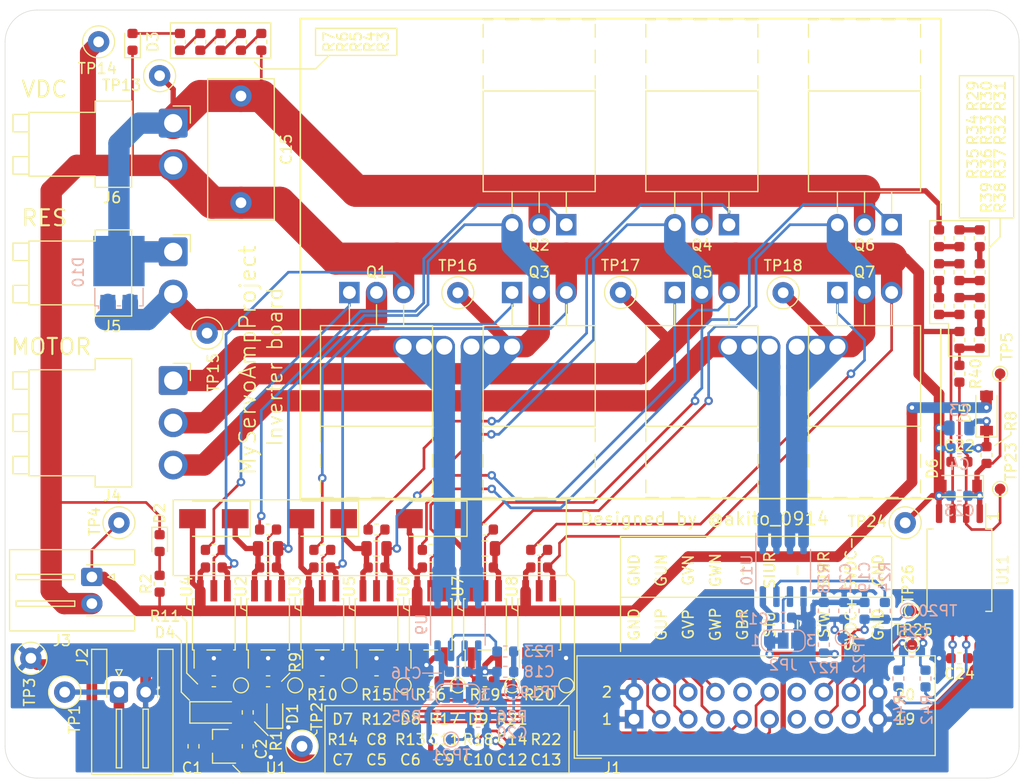
<source format=kicad_pcb>
(kicad_pcb (version 20171130) (host pcbnew "(5.1.2)-1")
  (layers (0 F.Cu signal) (31 B.Cu signal hide) (34 B.Paste user hide) (35 F.Paste user hide) (36 B.SilkS user hide) (37 F.SilkS user) (38 B.Mask user hide) (39 F.Mask user hide) (44 Edge.Cuts user))
  (net 0 "")
  (net 1 GND)
  (net 2 +5V)
  (net 3 +3V3)
  (net 4 +15V)
  (net 5 GNDPWR)
  (net 6 /Sensor/IU+)
  (net 7 /GateDrive/SOURCE_VP)
  (net 8 /Sensor/IW+)
  (net 9 "Net-(C11-Pad1)")
  (net 10 VDC)
  (net 11 SEN_IU)
  (net 12 SEN_IW)
  (net 13 SEN_IU_REF)
  (net 14 SEN_IW_REF)
  (net 15 +5VP)
  (net 16 SEN_VDC_N)
  (net 17 SEN_VDC_P)
  (net 18 "Net-(D1-Pad2)")
  (net 19 "Net-(D2-Pad2)")
  (net 20 "Net-(D3-Pad2)")
  (net 21 /MainCircuit/BR_L)
  (net 22 SIG_UP)
  (net 23 SIG_UN)
  (net 24 SIG_VP)
  (net 25 SIG_VN)
  (net 26 SIG_WP)
  (net 27 SIG_WN)
  (net 28 SIG_BR)
  (net 29 /Sensor/IU-)
  (net 30 /Sensor/IW-)
  (net 31 "Net-(JP1-Pad2)")
  (net 32 "Net-(JP2-Pad2)")
  (net 33 /GateDrive/GATE_BR)
  (net 34 /GateDrive/GATE_UP)
  (net 35 /GateDrive/GATE_UN)
  (net 36 /GateDrive/GATE_VP)
  (net 37 /GateDrive/GATE_VN)
  (net 38 /GateDrive/GATE_WP)
  (net 39 /GateDrive/GATE_WN)
  (net 40 "Net-(R3-Pad2)")
  (net 41 "Net-(R4-Pad2)")
  (net 42 "Net-(R5-Pad2)")
  (net 43 "Net-(R6-Pad2)")
  (net 44 "Net-(R9-Pad1)")
  (net 45 "Net-(R10-Pad1)")
  (net 46 "Net-(R11-Pad1)")
  (net 47 "Net-(R12-Pad2)")
  (net 48 "Net-(R13-Pad2)")
  (net 49 "Net-(R14-Pad2)")
  (net 50 "Net-(R15-Pad1)")
  (net 51 "Net-(R16-Pad1)")
  (net 52 "Net-(R17-Pad2)")
  (net 53 "Net-(R18-Pad2)")
  (net 54 "Net-(R19-Pad1)")
  (net 55 "Net-(R20-Pad1)")
  (net 56 "Net-(R21-Pad2)")
  (net 57 "Net-(R22-Pad2)")
  (net 58 "Net-(R31-Pad2)")
  (net 59 "Net-(R32-Pad2)")
  (net 60 "Net-(R33-Pad2)")
  (net 61 "Net-(R34-Pad2)")
  (net 62 "Net-(R35-Pad2)")
  (net 63 "Net-(R36-Pad2)")
  (net 64 "Net-(R37-Pad2)")
  (net 65 "Net-(R38-Pad2)")
  (net 66 "Net-(R23-Pad2)")
  (net 67 "Net-(R24-Pad2)")
  (net 68 "Net-(R29-Pad2)")
  (net 69 "Net-(R30-Pad2)")
  (net 70 "Net-(R41-Pad2)")
  (net 71 "Net-(R42-Pad2)")
  (net 72 "Net-(C3-Pad1)")
  (net 73 "Net-(C5-Pad1)")
  (net 74 "Net-(C12-Pad1)")
  (net 75 "Net-(C22-Pad1)")
  (module Capacitor_SMD:C_0603_1608Metric (layer F.Cu) (at 41.91 24.765 180)
    (fp_text reference C24 (at 0 -1.43 180) (layer F.SilkS))
    (fp_text value 0.1u)
    (pad 2 smd roundrect (at 0.7875 0 180) (size 0.875 0.95) (layers F.Cu F.Paste F.Mask) (net 1 GND))
    (pad 1 smd roundrect (at -0.7875 0 180) (size 0.875 0.95) (layers F.Cu F.Paste F.Mask) (net 3 +3V3))
  )
  (module Capacitor_SMD:C_0603_1608Metric (layer B.Cu) (at -5.08 26.035)
    (fp_text reference C16 (at -4.826 0.127) (layer B.SilkS) (effects (justify mirror)))
    (fp_text value 0.1u)
    (pad 2 smd roundrect (at 0.7875 0) (size 0.875 0.95) (layers B.Cu B.Paste B.Mask) (net 1 GND))
    (pad 1 smd roundrect (at -0.7875 0) (size 0.875 0.95) (layers B.Cu B.Paste B.Mask) (net 3 +3V3))
  )
  (module Diode_SMD:D_SOD-123 (layer F.Cu) (at 44.45 1.778 90)
    (fp_text reference D5 (at 0 -2 270) (layer F.SilkS))
    (fp_text value D_Schottky)
    (pad 1 smd rect (at -1.65 0 90) (size 0.9 1.2) (layers F.Cu F.Paste F.Mask) (net 72 "Net-(C3-Pad1)"))
    (pad 2 smd rect (at 1.65 0 90) (size 0.9 1.2) (layers F.Cu F.Paste F.Mask) (net 4 +15V))
  )
  (module Capacitor_SMD:C_0603_1608Metric (layer F.Cu) (at -29.845 33.02 270)
    (fp_text reference C1 (at 2.032 0.127) (layer F.SilkS))
    (fp_text value 0.1u)
    (pad 2 smd roundrect (at 0.7875 0 270) (size 0.875 0.95) (layers F.Cu F.Paste F.Mask) (net 1 GND))
    (pad 1 smd roundrect (at -0.7875 0 270) (size 0.875 0.95) (layers F.Cu F.Paste F.Mask) (net 2 +5V))
  )
  (module Capacitor_SMD:C_0603_1608Metric (layer F.Cu) (at -24.765 33.02 270)
    (fp_text reference C2 (at 0.254 -1.27 90) (layer F.SilkS))
    (fp_text value 0.1u)
    (pad 1 smd roundrect (at -0.7875 0 270) (size 0.875 0.95) (layers F.Cu F.Paste F.Mask) (net 3 +3V3))
    (pad 2 smd roundrect (at 0.7875 0 270) (size 0.875 0.95) (layers F.Cu F.Paste F.Mask) (net 1 GND))
  )
  (module Capacitor_SMD:C_0603_1608Metric (layer F.Cu) (at -22.86 16.256)
    (fp_text reference C5 (at 10.16 18.034) (layer F.SilkS))
    (fp_text value 0.1u)
    (pad 1 smd roundrect (at -0.7875 0) (size 0.875 0.95) (layers F.Cu F.Paste F.Mask) (net 73 "Net-(C5-Pad1)"))
    (pad 2 smd roundrect (at 0.7875 0) (size 0.875 0.95) (layers F.Cu F.Paste F.Mask) (net 29 /Sensor/IU-))
  )
  (module Capacitor_SMD:C_0603_1608Metric (layer F.Cu) (at -17.78 16.256)
    (fp_text reference C6 (at 8.255 18.034) (layer F.SilkS))
    (fp_text value 0.1u)
    (pad 2 smd roundrect (at 0.7875 0) (size 0.875 0.95) (layers F.Cu F.Paste F.Mask) (net 5 GNDPWR))
    (pad 1 smd roundrect (at -0.7875 0) (size 0.875 0.95) (layers F.Cu F.Paste F.Mask) (net 4 +15V))
  )
  (module Capacitor_SMD:C_0603_1608Metric (layer F.Cu) (at -27.94 16.256)
    (fp_text reference C7 (at 12.065 18.034) (layer F.SilkS))
    (fp_text value 0.1u)
    (pad 2 smd roundrect (at 0.7875 0) (size 0.875 0.95) (layers F.Cu F.Paste F.Mask) (net 5 GNDPWR))
    (pad 1 smd roundrect (at -0.7875 0) (size 0.875 0.95) (layers F.Cu F.Paste F.Mask) (net 4 +15V))
  )
  (module Capacitor_SMD:C_0805_2012Metric (layer F.Cu) (at -22.86 14.478)
    (fp_text reference C8 (at 10.16 17.907) (layer F.SilkS))
    (fp_text value 10u)
    (pad 2 smd roundrect (at 0.9375 0) (size 0.975 1.4) (layers F.Cu F.Paste F.Mask) (net 29 /Sensor/IU-))
    (pad 1 smd roundrect (at -0.9375 0) (size 0.975 1.4) (layers F.Cu F.Paste F.Mask) (net 73 "Net-(C5-Pad1)"))
  )
  (module Capacitor_SMD:C_0603_1608Metric (layer F.Cu) (at -12.7 16.256)
    (fp_text reference C9 (at 6.35 18.034) (layer F.SilkS))
    (fp_text value 0.1u)
    (pad 1 smd roundrect (at -0.7875 0) (size 0.875 0.95) (layers F.Cu F.Paste F.Mask) (net 9 "Net-(C11-Pad1)"))
    (pad 2 smd roundrect (at 0.7875 0) (size 0.875 0.95) (layers F.Cu F.Paste F.Mask) (net 7 /GateDrive/SOURCE_VP))
  )
  (module Capacitor_SMD:C_0603_1608Metric (layer F.Cu) (at -7.62 16.256)
    (fp_text reference C10 (at 4.445 18.034) (layer F.SilkS))
    (fp_text value 0.1u)
    (pad 2 smd roundrect (at 0.7875 0) (size 0.875 0.95) (layers F.Cu F.Paste F.Mask) (net 5 GNDPWR))
    (pad 1 smd roundrect (at -0.7875 0) (size 0.875 0.95) (layers F.Cu F.Paste F.Mask) (net 4 +15V))
  )
  (module Capacitor_SMD:C_0805_2012Metric (layer F.Cu) (at -12.7 14.478)
    (fp_text reference C11 (at 6.35 17.907) (layer F.SilkS))
    (fp_text value 10u)
    (pad 1 smd roundrect (at -0.9375 0) (size 0.975 1.4) (layers F.Cu F.Paste F.Mask) (net 9 "Net-(C11-Pad1)"))
    (pad 2 smd roundrect (at 0.9375 0) (size 0.975 1.4) (layers F.Cu F.Paste F.Mask) (net 7 /GateDrive/SOURCE_VP))
  )
  (module Capacitor_SMD:C_0603_1608Metric (layer F.Cu) (at -2.54 16.256)
    (fp_text reference C12 (at 2.54 18.034) (layer F.SilkS))
    (fp_text value 0.1u)
    (pad 2 smd roundrect (at 0.7875 0) (size 0.875 0.95) (layers F.Cu F.Paste F.Mask) (net 30 /Sensor/IW-))
    (pad 1 smd roundrect (at -0.7875 0) (size 0.875 0.95) (layers F.Cu F.Paste F.Mask) (net 74 "Net-(C12-Pad1)"))
  )
  (module Capacitor_SMD:C_0603_1608Metric (layer F.Cu) (at 2.54 16.256)
    (fp_text reference C13 (at 0.635 18.034) (layer F.SilkS))
    (fp_text value 0.1u)
    (pad 1 smd roundrect (at -0.7875 0) (size 0.875 0.95) (layers F.Cu F.Paste F.Mask) (net 4 +15V))
    (pad 2 smd roundrect (at 0.7875 0) (size 0.875 0.95) (layers F.Cu F.Paste F.Mask) (net 5 GNDPWR))
  )
  (module Capacitor_SMD:C_0805_2012Metric (layer F.Cu) (at -2.54 14.478)
    (fp_text reference C14 (at 2.54 17.907 180) (layer F.SilkS))
    (fp_text value 10u)
    (pad 1 smd roundrect (at -0.9375 0) (size 0.975 1.4) (layers F.Cu F.Paste F.Mask) (net 74 "Net-(C12-Pad1)"))
    (pad 2 smd roundrect (at 0.9375 0) (size 0.975 1.4) (layers F.Cu F.Paste F.Mask) (net 30 /Sensor/IW-))
  )
  (module Capacitor_SMD:C_0603_1608Metric (layer B.Cu) (at 25.4 20.955)
    (fp_text reference C17 (at -2.794 0.127) (layer B.SilkS) (effects (justify mirror)))
    (fp_text value 0.1u)
    (pad 2 smd roundrect (at 0.7875 0) (size 0.875 0.95) (layers B.Cu B.Paste B.Mask) (net 1 GND))
    (pad 1 smd roundrect (at -0.7875 0) (size 0.875 0.95) (layers B.Cu B.Paste B.Mask) (net 3 +3V3))
  )
  (module Capacitor_SMD:C_0603_1608Metric (layer B.Cu) (at -0.635 26.035 180)
    (fp_text reference C18 (at -3.175 0) (layer B.SilkS) (effects (justify mirror)))
    (fp_text value 0.1u)
    (pad 1 smd roundrect (at -0.7875 0 180) (size 0.875 0.95) (layers B.Cu B.Paste B.Mask) (net 11 SEN_IU))
    (pad 2 smd roundrect (at 0.7875 0 180) (size 0.875 0.95) (layers B.Cu B.Paste B.Mask) (net 1 GND))
  )
  (module Capacitor_SMD:C_0603_1608Metric (layer B.Cu) (at 33.02 20.32 90)
    (fp_text reference C19 (at 3.175 0 90) (layer B.SilkS) (effects (justify mirror)))
    (fp_text value 0.1u)
    (pad 1 smd roundrect (at -0.7875 0 90) (size 0.875 0.95) (layers B.Cu B.Paste B.Mask) (net 12 SEN_IW))
    (pad 2 smd roundrect (at 0.7875 0 90) (size 0.875 0.95) (layers B.Cu B.Paste B.Mask) (net 1 GND))
  )
  (module Capacitor_SMD:C_0603_1608Metric (layer B.Cu) (at -3.175 31.75)
    (fp_text reference C20 (at 3.175 0) (layer B.SilkS) (effects (justify mirror)))
    (fp_text value 0.1u)
    (pad 2 smd roundrect (at 0.7875 0) (size 0.875 0.95) (layers B.Cu B.Paste B.Mask) (net 1 GND))
    (pad 1 smd roundrect (at -0.7875 0) (size 0.875 0.95) (layers B.Cu B.Paste B.Mask) (net 13 SEN_IU_REF))
  )
  (module Capacitor_SMD:C_0603_1608Metric (layer B.Cu) (at 31.115 20.32 90)
    (fp_text reference C21 (at 3.048 0.127 90) (layer B.SilkS) (effects (justify mirror)))
    (fp_text value 0.1u)
    (pad 2 smd roundrect (at 0.7875 0 90) (size 0.875 0.95) (layers B.Cu B.Paste B.Mask) (net 1 GND))
    (pad 1 smd roundrect (at -0.7875 0 90) (size 0.875 0.95) (layers B.Cu B.Paste B.Mask) (net 14 SEN_IW_REF))
  )
  (module Capacitor_SMD:C_0603_1608Metric (layer F.Cu) (at 41.91 6.35 180)
    (fp_text reference C22 (at 0 1.524) (layer F.SilkS))
    (fp_text value 0.1u)
    (pad 2 smd roundrect (at 0.7875 0 180) (size 0.875 0.95) (layers F.Cu F.Paste F.Mask) (net 5 GNDPWR))
    (pad 1 smd roundrect (at -0.7875 0 180) (size 0.875 0.95) (layers F.Cu F.Paste F.Mask) (net 75 "Net-(C22-Pad1)"))
  )
  (module Capacitor_SMD:C_0603_1608Metric (layer B.Cu) (at 41.91 9.525 180)
    (fp_text reference C23 (at 0 -1.397 180) (layer B.SilkS) (effects (justify mirror)))
    (fp_text value 0.1u)
    (pad 1 smd roundrect (at -0.7875 0 180) (size 0.875 0.95) (layers B.Cu B.Paste B.Mask) (net 15 +5VP))
    (pad 2 smd roundrect (at 0.7875 0 180) (size 0.875 0.95) (layers B.Cu B.Paste B.Mask) (net 5 GNDPWR))
  )
  (module Capacitor_SMD:C_0603_1608Metric (layer B.Cu) (at 37.465 24.13)
    (fp_text reference C25 (at 0.127 -1.778 180) (layer B.SilkS) (effects (justify mirror)))
    (fp_text value 0.1u)
    (pad 2 smd roundrect (at 0.7875 0) (size 0.875 0.95) (layers B.Cu B.Paste B.Mask) (net 16 SEN_VDC_N))
    (pad 1 smd roundrect (at -0.7875 0) (size 0.875 0.95) (layers B.Cu B.Paste B.Mask) (net 17 SEN_VDC_P))
  )
  (module LED_SMD:LED_0603_1608Metric (layer F.Cu) (at -22.225 29.845 90)
    (fp_text reference D1 (at -0.127 1.651 90) (layer F.SilkS))
    (fp_text value LED)
    (pad 1 smd roundrect (at -0.7875 0 90) (size 0.875 0.95) (layers F.Cu F.Paste F.Mask) (net 1 GND))
    (pad 2 smd roundrect (at 0.7875 0 90) (size 0.875 0.95) (layers F.Cu F.Paste F.Mask) (net 18 "Net-(D1-Pad2)"))
  )
  (module LED_SMD:LED_0603_1608Metric (layer F.Cu) (at -33.02 13.97 270)
    (fp_text reference D2 (at -2.794 0 90) (layer F.SilkS))
    (fp_text value LED)
    (pad 2 smd roundrect (at 0.7875 0 270) (size 0.875 0.95) (layers F.Cu F.Paste F.Mask) (net 19 "Net-(D2-Pad2)"))
    (pad 1 smd roundrect (at -0.7875 0 270) (size 0.875 0.95) (layers F.Cu F.Paste F.Mask) (net 5 GNDPWR))
  )
  (module LED_SMD:LED_0603_1608Metric (layer F.Cu) (at -35.56 -33.02 90)
    (fp_text reference D3 (at 0 1.905 90) (layer F.SilkS))
    (fp_text value LED)
    (pad 1 smd roundrect (at -0.7875 0 90) (size 0.875 0.95) (layers F.Cu F.Paste F.Mask) (net 5 GNDPWR))
    (pad 2 smd roundrect (at 0.7875 0 90) (size 0.875 0.95) (layers F.Cu F.Paste F.Mask) (net 20 "Net-(D3-Pad2)"))
  )
  (module Diode_SMD:D_SOD-123 (layer F.Cu) (at -27.94 29.845)
    (fp_text reference D4 (at -4.572 -7.493) (layer F.SilkS))
    (fp_text value D_Schottky)
    (pad 1 smd rect (at -1.65 0) (size 0.9 1.2) (layers F.Cu F.Paste F.Mask) (net 2 +5V))
    (pad 2 smd rect (at 1.65 0) (size 0.9 1.2) (layers F.Cu F.Paste F.Mask) (net 3 +3V3))
  )
  (module Diode_SMD:D_SOD-123 (layer F.Cu) (at 41.91 8.636 180)
    (fp_text reference D6 (at 2.54 1.651 270) (layer F.SilkS))
    (fp_text value MMSZ5231BT3G)
    (pad 2 smd rect (at 1.65 0 180) (size 0.9 1.2) (layers F.Cu F.Paste F.Mask) (net 5 GNDPWR))
    (pad 1 smd rect (at -1.65 0 180) (size 0.9 1.2) (layers F.Cu F.Paste F.Mask) (net 15 +5VP))
  )
  (module Diode_SMD:D_SMA (layer F.Cu) (at -27.94 11.684 180)
    (fp_text reference D7 (at -12.065 -18.796) (layer F.SilkS))
    (fp_text value RS1GTR)
    (pad 2 smd rect (at 2 0 180) (size 2.5 1.8) (layers F.Cu F.Paste F.Mask) (net 4 +15V))
    (pad 1 smd rect (at -2 0 180) (size 2.5 1.8) (layers F.Cu F.Paste F.Mask) (net 73 "Net-(C5-Pad1)"))
  )
  (module Diode_SMD:D_SMA (layer F.Cu) (at -17.78 11.684 180)
    (fp_text reference D8 (at -8.255 -18.796) (layer F.SilkS))
    (fp_text value RS1GTR)
    (pad 1 smd rect (at -2 0 180) (size 2.5 1.8) (layers F.Cu F.Paste F.Mask) (net 9 "Net-(C11-Pad1)"))
    (pad 2 smd rect (at 2 0 180) (size 2.5 1.8) (layers F.Cu F.Paste F.Mask) (net 4 +15V))
  )
  (module Diode_SMD:D_SMA (layer F.Cu) (at -7.62 11.684 180)
    (fp_text reference D9 (at -4.445 -18.796) (layer F.SilkS))
    (fp_text value RS1GTR)
    (pad 1 smd rect (at -2 0 180) (size 2.5 1.8) (layers F.Cu F.Paste F.Mask) (net 74 "Net-(C12-Pad1)"))
    (pad 2 smd rect (at 2 0 180) (size 2.5 1.8) (layers F.Cu F.Paste F.Mask) (net 4 +15V))
  )
  (module Package_TO_SOT_SMD:TO-277A (layer B.Cu) (at -36.83 -11.43)
    (fp_text reference D10 (at -3.81 0 90) (layer B.SilkS) (effects (justify mirror)))
    (fp_text value TPMR10D)
    (pad 1 smd rect (at -1.04 2.765) (size 1.4 1.27) (layers B.Cu B.Paste B.Mask) (net 21 /MainCircuit/BR_L))
    (pad 3 smd rect (at 0 -1.04) (size 4.8 4.72) (layers B.Cu B.Mask) (net 10 VDC))
    (pad 2 smd rect (at 1.04 2.765) (size 1.4 1.27) (layers B.Cu B.Paste B.Mask) (net 21 /MainCircuit/BR_L))
  )
  (module Connector_JST:JST_VH_B2PS-VH_1x02_P3.96mm_Horizontal (layer F.Cu) (at -31.75 -25.4 270)
    (fp_text reference J6 (at 6.985 5.715 180) (layer F.SilkS))
    (fp_text value DC_Link)
    (pad 1 thru_hole roundrect (at 0 0 270) (size 2.7 2.7) (drill 1.7) (layers *.Cu *.Mask) (roundrect_rratio 0.09259299999999999) (net 10 VDC))
    (pad 2 thru_hole circle (at 3.96 0 270) (size 2.7 2.7) (drill 1.7) (layers *.Cu *.Mask) (net 5 GNDPWR))
  )
  (module Connector_JST:JST_VH_B3PS-VH_1x03_P3.96mm_Horizontal (layer F.Cu) (at -31.75 -1.27 270)
    (fp_text reference J4 (at 10.795 5.715 180) (layer F.SilkS))
    (fp_text value Motor)
    (pad 1 thru_hole roundrect (at 0 0 270) (size 2.7 2.7) (drill 1.7) (layers *.Cu *.Mask) (roundrect_rratio 0.09259299999999999) (net 6 /Sensor/IU+))
    (pad 2 thru_hole circle (at 3.96 0 270) (size 2.7 2.7) (drill 1.7) (layers *.Cu *.Mask) (net 7 /GateDrive/SOURCE_VP))
    (pad 3 thru_hole circle (at 7.92 0 270) (size 2.7 2.7) (drill 1.7) (layers *.Cu *.Mask) (net 8 /Sensor/IW+))
  )
  (module Connector_JST:JST_VH_B2PS-VH_1x02_P3.96mm_Horizontal (layer F.Cu) (at -31.75 -13.335 270)
    (fp_text reference J5 (at 6.985 5.715 180) (layer F.SilkS))
    (fp_text value BrakeResistor)
    (pad 2 thru_hole circle (at 3.96 0 270) (size 2.7 2.7) (drill 1.7) (layers *.Cu *.Mask) (net 21 /MainCircuit/BR_L))
    (pad 1 thru_hole roundrect (at 0 0 270) (size 2.7 2.7) (drill 1.7) (layers *.Cu *.Mask) (roundrect_rratio 0.09259299999999999) (net 10 VDC))
  )
  (module Jumper:SolderJumper-3_P1.3mm_Bridged12_RoundedPad1.0x1.5mm_NumberLabels (layer B.Cu) (at -5.08 28.194)
    (fp_text reference JP1 (at -5.08 0) (layer B.SilkS) (effects (justify mirror)))
    (fp_text value BW_SEL)
    (fp_poly (pts (xy -0.9 0.3) (xy -0.4 0.3) (xy -0.4 -0.3) (xy -0.9 -0.3)) (layer B.Cu) (width 0))
    (fp_text user 1 (at -2.6 0) (layer B.SilkS) (effects (justify mirror)))
    (fp_text user 3 (at 2.6 0) (layer B.SilkS) (effects (justify mirror)))
    (pad 1 smd custom (at -1.3 0) (size 1 0.5) (layers B.Cu B.Mask) (net 3 +3V3) (options (clearance outline) (anchor rect)) (primitives (gr_poly (pts (xy 0.55 0.75) (xy 0 0.75) (xy 0 -0.75) (xy 0.55 -0.75)) (width 0)) (gr_circle (center 0 -0.25) (end 0.5 -0.25) (width 0)) (gr_circle (center 0 0.25) (end 0.5 0.25) (width 0))))
    (pad 2 smd rect (at 0 0) (size 1 1.5) (layers B.Cu B.Mask) (net 31 "Net-(JP1-Pad2)"))
    (pad 3 smd custom (at 1.3 0) (size 1 0.5) (layers B.Cu B.Mask) (net 1 GND) (options (clearance outline) (anchor rect)) (primitives (gr_circle (center 0 -0.25) (end 0.5 -0.25) (width 0)) (gr_circle (center 0 0.25) (end 0.5 0.25) (width 0)) (gr_poly (pts (xy -0.55 0.75) (xy 0 0.75) (xy 0 -0.75) (xy -0.55 -0.75)) (width 0))))
  )
  (module Jumper:SolderJumper-3_P1.3mm_Bridged12_RoundedPad1.0x1.5mm_NumberLabels (layer B.Cu) (at 25.4 23.114)
    (fp_text reference JP2 (at 0 2.286) (layer B.SilkS) (effects (justify mirror)))
    (fp_text value BW_SEL)
    (fp_text user 3 (at 2.6 0) (layer B.SilkS) (effects (justify mirror)))
    (fp_text user 1 (at -2.6 0) (layer B.SilkS) (effects (justify mirror)))
    (fp_poly (pts (xy -0.9 0.3) (xy -0.4 0.3) (xy -0.4 -0.3) (xy -0.9 -0.3)) (layer B.Cu) (width 0))
    (pad 3 smd custom (at 1.3 0) (size 1 0.5) (layers B.Cu B.Mask) (net 1 GND) (options (clearance outline) (anchor rect)) (primitives (gr_circle (center 0 -0.25) (end 0.5 -0.25) (width 0)) (gr_circle (center 0 0.25) (end 0.5 0.25) (width 0)) (gr_poly (pts (xy -0.55 0.75) (xy 0 0.75) (xy 0 -0.75) (xy -0.55 -0.75)) (width 0))))
    (pad 2 smd rect (at 0 0) (size 1 1.5) (layers B.Cu B.Mask) (net 32 "Net-(JP2-Pad2)"))
    (pad 1 smd custom (at -1.3 0) (size 1 0.5) (layers B.Cu B.Mask) (net 3 +3V3) (options (clearance outline) (anchor rect)) (primitives (gr_poly (pts (xy 0.55 0.75) (xy 0 0.75) (xy 0 -0.75) (xy 0.55 -0.75)) (width 0)) (gr_circle (center 0 -0.25) (end 0.5 -0.25) (width 0)) (gr_circle (center 0 0.25) (end 0.5 0.25) (width 0))))
  )
  (module Package_TO_SOT_THT:TO-220F-3_Horizontal_TabUp (layer F.Cu) (at -15.24 -9.525)
    (fp_text reference Q1 (at 2.54 -1.905) (layer F.SilkS))
    (fp_text value IPA60R280P7S)
    (pad "" np_thru_hole oval (at 2.54 15.8) (size 5.5 5.5) (drill 5.5) (layers *.Cu *.Mask))
    (pad 1 thru_hole rect (at 0 0) (size 1.905 2) (drill 1.2) (layers *.Cu *.Mask) (net 33 /GateDrive/GATE_BR))
    (pad 2 thru_hole oval (at 2.54 0) (size 1.905 2) (drill 1.2) (layers *.Cu *.Mask) (net 21 /MainCircuit/BR_L))
    (pad 3 thru_hole oval (at 5.08 0) (size 1.905 2) (drill 1.2) (layers *.Cu *.Mask) (net 5 GNDPWR))
  )
  (module Package_TO_SOT_THT:TO-220F-3_Horizontal_TabUp (layer F.Cu) (at 5.08 -15.875 180)
    (fp_text reference Q2 (at 2.54 -1.905) (layer F.SilkS))
    (fp_text value IPA60R280P7S)
    (pad 3 thru_hole oval (at 5.08 0 180) (size 1.905 2) (drill 1.2) (layers *.Cu *.Mask) (net 29 /Sensor/IU-))
    (pad 2 thru_hole oval (at 2.54 0 180) (size 1.905 2) (drill 1.2) (layers *.Cu *.Mask) (net 10 VDC))
    (pad 1 thru_hole rect (at 0 0 180) (size 1.905 2) (drill 1.2) (layers *.Cu *.Mask) (net 34 /GateDrive/GATE_UP))
    (pad "" np_thru_hole oval (at 2.54 15.8 180) (size 5.5 5.5) (drill 5.5) (layers *.Cu *.Mask))
  )
  (module Package_TO_SOT_THT:TO-220F-3_Horizontal_TabUp (layer F.Cu) (at 0 -9.525)
    (fp_text reference Q3 (at 2.54 -1.905) (layer F.SilkS))
    (fp_text value IPA60R280P7S)
    (pad "" np_thru_hole oval (at 2.54 15.8) (size 5.5 5.5) (drill 5.5) (layers *.Cu *.Mask))
    (pad 1 thru_hole rect (at 0 0) (size 1.905 2) (drill 1.2) (layers *.Cu *.Mask) (net 35 /GateDrive/GATE_UN))
    (pad 2 thru_hole oval (at 2.54 0) (size 1.905 2) (drill 1.2) (layers *.Cu *.Mask) (net 29 /Sensor/IU-))
    (pad 3 thru_hole oval (at 5.08 0) (size 1.905 2) (drill 1.2) (layers *.Cu *.Mask) (net 5 GNDPWR))
  )
  (module Package_TO_SOT_THT:TO-220F-3_Horizontal_TabUp (layer F.Cu) (at 20.32 -15.875 180)
    (fp_text reference Q4 (at 2.54 -1.905) (layer F.SilkS))
    (fp_text value IPA60R280P7S)
    (pad 3 thru_hole oval (at 5.08 0 180) (size 1.905 2) (drill 1.2) (layers *.Cu *.Mask) (net 7 /GateDrive/SOURCE_VP))
    (pad 2 thru_hole oval (at 2.54 0 180) (size 1.905 2) (drill 1.2) (layers *.Cu *.Mask) (net 10 VDC))
    (pad 1 thru_hole rect (at 0 0 180) (size 1.905 2) (drill 1.2) (layers *.Cu *.Mask) (net 36 /GateDrive/GATE_VP))
    (pad "" np_thru_hole oval (at 2.54 15.8 180) (size 5.5 5.5) (drill 5.5) (layers *.Cu *.Mask))
  )
  (module Package_TO_SOT_THT:TO-220F-3_Horizontal_TabUp (layer F.Cu) (at 15.24 -9.525)
    (fp_text reference Q5 (at 2.54 -1.905) (layer F.SilkS))
    (fp_text value IPA60R280P7S)
    (pad "" np_thru_hole oval (at 2.54 15.8) (size 5.5 5.5) (drill 5.5) (layers *.Cu *.Mask))
    (pad 1 thru_hole rect (at 0 0) (size 1.905 2) (drill 1.2) (layers *.Cu *.Mask) (net 37 /GateDrive/GATE_VN))
    (pad 2 thru_hole oval (at 2.54 0) (size 1.905 2) (drill 1.2) (layers *.Cu *.Mask) (net 7 /GateDrive/SOURCE_VP))
    (pad 3 thru_hole oval (at 5.08 0) (size 1.905 2) (drill 1.2) (layers *.Cu *.Mask) (net 5 GNDPWR))
  )
  (module Package_TO_SOT_THT:TO-220F-3_Horizontal_TabUp (layer F.Cu) (at 35.56 -15.875 180)
    (fp_text reference Q6 (at 2.54 -1.905) (layer F.SilkS))
    (fp_text value IPA60R280P7S)
    (pad 3 thru_hole oval (at 5.08 0 180) (size 1.905 2) (drill 1.2) (layers *.Cu *.Mask) (net 30 /Sensor/IW-))
    (pad 2 thru_hole oval (at 2.54 0 180) (size 1.905 2) (drill 1.2) (layers *.Cu *.Mask) (net 10 VDC))
    (pad 1 thru_hole rect (at 0 0 180) (size 1.905 2) (drill 1.2) (layers *.Cu *.Mask) (net 38 /GateDrive/GATE_WP))
    (pad "" np_thru_hole oval (at 2.54 15.8 180) (size 5.5 5.5) (drill 5.5) (layers *.Cu *.Mask))
  )
  (module Package_TO_SOT_THT:TO-220F-3_Horizontal_TabUp (layer F.Cu) (at 30.48 -9.525)
    (fp_text reference Q7 (at 2.54 -1.905) (layer F.SilkS))
    (fp_text value IPA60R280P7S)
    (pad "" np_thru_hole oval (at 2.54 15.8) (size 5.5 5.5) (drill 5.5) (layers *.Cu *.Mask))
    (pad 1 thru_hole rect (at 0 0) (size 1.905 2) (drill 1.2) (layers *.Cu *.Mask) (net 39 /GateDrive/GATE_WN))
    (pad 2 thru_hole oval (at 2.54 0) (size 1.905 2) (drill 1.2) (layers *.Cu *.Mask) (net 30 /Sensor/IW-))
    (pad 3 thru_hole oval (at 5.08 0) (size 1.905 2) (drill 1.2) (layers *.Cu *.Mask) (net 5 GNDPWR))
  )
  (module Resistor_SMD:R_0603_1608Metric (layer F.Cu) (at -24.765 29.845 90)
    (fp_text reference R1 (at -2.667 2.667 90) (layer F.SilkS))
    (fp_text value 470)
    (pad 2 smd roundrect (at 0.7875 0 90) (size 0.875 0.95) (layers F.Cu F.Paste F.Mask) (net 18 "Net-(D1-Pad2)"))
    (pad 1 smd roundrect (at -0.7875 0 90) (size 0.875 0.95) (layers F.Cu F.Paste F.Mask) (net 3 +3V3))
  )
  (module Resistor_SMD:R_0603_1608Metric (layer F.Cu) (at -33.02 17.78 90)
    (fp_text reference R2 (at 0 -1.27 90) (layer F.SilkS))
    (fp_text value 2k)
    (pad 2 smd roundrect (at 0.7875 0 90) (size 0.875 0.95) (layers F.Cu F.Paste F.Mask) (net 19 "Net-(D2-Pad2)"))
    (pad 1 smd roundrect (at -0.7875 0 90) (size 0.875 0.95) (layers F.Cu F.Paste F.Mask) (net 4 +15V))
  )
  (module Resistor_SMD:R_0603_1608Metric (layer F.Cu) (at -23.495 -33.02 90)
    (fp_text reference R3 (at 0 11.43 90) (layer F.SilkS))
    (fp_text value 20k)
    (pad 2 smd roundrect (at 0.7875 0 90) (size 0.875 0.95) (layers F.Cu F.Paste F.Mask) (net 40 "Net-(R3-Pad2)"))
    (pad 1 smd roundrect (at -0.7875 0 90) (size 0.875 0.95) (layers F.Cu F.Paste F.Mask) (net 10 VDC))
  )
  (module Resistor_SMD:R_0603_1608Metric (layer F.Cu) (at -25.4 -33.02 90)
    (fp_text reference R4 (at 0 12.065 90) (layer F.SilkS))
    (fp_text value 20k)
    (pad 1 smd roundrect (at -0.7875 0 90) (size 0.875 0.95) (layers F.Cu F.Paste F.Mask) (net 40 "Net-(R3-Pad2)"))
    (pad 2 smd roundrect (at 0.7875 0 90) (size 0.875 0.95) (layers F.Cu F.Paste F.Mask) (net 41 "Net-(R4-Pad2)"))
  )
  (module Resistor_SMD:R_0603_1608Metric (layer F.Cu) (at -27.305 -33.02 90)
    (fp_text reference R5 (at 0 12.7 90) (layer F.SilkS))
    (fp_text value 20k)
    (pad 2 smd roundrect (at 0.7875 0 90) (size 0.875 0.95) (layers F.Cu F.Paste F.Mask) (net 42 "Net-(R5-Pad2)"))
    (pad 1 smd roundrect (at -0.7875 0 90) (size 0.875 0.95) (layers F.Cu F.Paste F.Mask) (net 41 "Net-(R4-Pad2)"))
  )
  (module Resistor_SMD:R_0603_1608Metric (layer F.Cu) (at -29.21 -33.02 90)
    (fp_text reference R6 (at 0 13.335 90) (layer F.SilkS))
    (fp_text value 20k)
    (pad 1 smd roundrect (at -0.7875 0 90) (size 0.875 0.95) (layers F.Cu F.Paste F.Mask) (net 42 "Net-(R5-Pad2)"))
    (pad 2 smd roundrect (at 0.7875 0 90) (size 0.875 0.95) (layers F.Cu F.Paste F.Mask) (net 43 "Net-(R6-Pad2)"))
  )
  (module Resistor_SMD:R_0603_1608Metric (layer F.Cu) (at -31.115 -33.02 90)
    (fp_text reference R7 (at 0 13.97 90) (layer F.SilkS))
    (fp_text value 20k)
    (pad 2 smd roundrect (at 0.7875 0 90) (size 0.875 0.95) (layers F.Cu F.Paste F.Mask) (net 20 "Net-(D3-Pad2)"))
    (pad 1 smd roundrect (at -0.7875 0 90) (size 0.875 0.95) (layers F.Cu F.Paste F.Mask) (net 43 "Net-(R6-Pad2)"))
  )
  (module Resistor_SMD:R_0603_1608Metric (layer F.Cu) (at 44.45 5.715 90)
    (fp_text reference R8 (at 3.175 2.286 90) (layer F.SilkS))
    (fp_text value 800R)
    (pad 1 smd roundrect (at -0.7875 0 90) (size 0.875 0.95) (layers F.Cu F.Paste F.Mask) (net 15 +5VP))
    (pad 2 smd roundrect (at 0.7875 0 90) (size 0.875 0.95) (layers F.Cu F.Paste F.Mask) (net 72 "Net-(C3-Pad1)"))
  )
  (module Resistor_SMD:R_0603_1608Metric (layer F.Cu) (at -22.86 26.924)
    (fp_text reference R9 (at 2.54 -1.778 90) (layer F.SilkS))
    (fp_text value 1k)
    (pad 1 smd roundrect (at -0.7875 0) (size 0.875 0.95) (layers F.Cu F.Paste F.Mask) (net 44 "Net-(R9-Pad1)"))
    (pad 2 smd roundrect (at 0.7875 0) (size 0.875 0.95) (layers F.Cu F.Paste F.Mask) (net 22 SIG_UP))
  )
  (module Resistor_SMD:R_0603_1608Metric (layer F.Cu) (at -17.78 26.924)
    (fp_text reference R10 (at 0 1.27) (layer F.SilkS))
    (fp_text value 1k)
    (pad 2 smd roundrect (at 0.7875 0) (size 0.875 0.95) (layers F.Cu F.Paste F.Mask) (net 23 SIG_UN))
    (pad 1 smd roundrect (at -0.7875 0) (size 0.875 0.95) (layers F.Cu F.Paste F.Mask) (net 45 "Net-(R10-Pad1)"))
  )
  (module Resistor_SMD:R_0603_1608Metric (layer F.Cu) (at -27.94 26.924)
    (fp_text reference R11 (at -4.572 -6.096) (layer F.SilkS))
    (fp_text value 1k)
    (pad 1 smd roundrect (at -0.7875 0) (size 0.875 0.95) (layers F.Cu F.Paste F.Mask) (net 46 "Net-(R11-Pad1)"))
    (pad 2 smd roundrect (at 0.7875 0) (size 0.875 0.95) (layers F.Cu F.Paste F.Mask) (net 28 SIG_BR))
  )
  (module Resistor_SMD:R_0603_1608Metric (layer F.Cu) (at -22.86 12.7)
    (fp_text reference R12 (at 10.16 17.78) (layer F.SilkS))
    (fp_text value 0R)
    (pad 1 smd roundrect (at -0.7875 0) (size 0.875 0.95) (layers F.Cu F.Paste F.Mask) (net 34 /GateDrive/GATE_UP))
    (pad 2 smd roundrect (at 0.7875 0) (size 0.875 0.95) (layers F.Cu F.Paste F.Mask) (net 47 "Net-(R12-Pad2)"))
  )
  (module Resistor_SMD:R_0603_1608Metric (layer F.Cu) (at -17.78 14.605)
    (fp_text reference R13 (at 8.255 17.78) (layer F.SilkS))
    (fp_text value 0R)
    (pad 2 smd roundrect (at 0.7875 0) (size 0.875 0.95) (layers F.Cu F.Paste F.Mask) (net 48 "Net-(R13-Pad2)"))
    (pad 1 smd roundrect (at -0.7875 0) (size 0.875 0.95) (layers F.Cu F.Paste F.Mask) (net 35 /GateDrive/GATE_UN))
  )
  (module Resistor_SMD:R_0603_1608Metric (layer F.Cu) (at -27.94 14.605)
    (fp_text reference R14 (at 12.065 17.78) (layer F.SilkS))
    (fp_text value 0R)
    (pad 1 smd roundrect (at -0.7875 0) (size 0.875 0.95) (layers F.Cu F.Paste F.Mask) (net 33 /GateDrive/GATE_BR))
    (pad 2 smd roundrect (at 0.7875 0) (size 0.875 0.95) (layers F.Cu F.Paste F.Mask) (net 49 "Net-(R14-Pad2)"))
  )
  (module Resistor_SMD:R_0603_1608Metric (layer F.Cu) (at -12.7 26.924)
    (fp_text reference R15 (at 0 1.27) (layer F.SilkS))
    (fp_text value 1k)
    (pad 2 smd roundrect (at 0.7875 0) (size 0.875 0.95) (layers F.Cu F.Paste F.Mask) (net 24 SIG_VP))
    (pad 1 smd roundrect (at -0.7875 0) (size 0.875 0.95) (layers F.Cu F.Paste F.Mask) (net 50 "Net-(R15-Pad1)"))
  )
  (module Resistor_SMD:R_0603_1608Metric (layer F.Cu) (at -7.62 26.924)
    (fp_text reference R16 (at 0 1.27) (layer F.SilkS))
    (fp_text value 1k)
    (pad 1 smd roundrect (at -0.7875 0) (size 0.875 0.95) (layers F.Cu F.Paste F.Mask) (net 51 "Net-(R16-Pad1)"))
    (pad 2 smd roundrect (at 0.7875 0) (size 0.875 0.95) (layers F.Cu F.Paste F.Mask) (net 25 SIG_VN))
  )
  (module Resistor_SMD:R_0603_1608Metric (layer F.Cu) (at -12.7 12.7)
    (fp_text reference R17 (at 6.35 17.78) (layer F.SilkS))
    (fp_text value 0R)
    (pad 2 smd roundrect (at 0.7875 0) (size 0.875 0.95) (layers F.Cu F.Paste F.Mask) (net 52 "Net-(R17-Pad2)"))
    (pad 1 smd roundrect (at -0.7875 0) (size 0.875 0.95) (layers F.Cu F.Paste F.Mask) (net 36 /GateDrive/GATE_VP))
  )
  (module Resistor_SMD:R_0603_1608Metric (layer F.Cu) (at -7.62 14.605)
    (fp_text reference R18 (at 4.445 17.78) (layer F.SilkS))
    (fp_text value 0R)
    (pad 1 smd roundrect (at -0.7875 0) (size 0.875 0.95) (layers F.Cu F.Paste F.Mask) (net 37 /GateDrive/GATE_VN))
    (pad 2 smd roundrect (at 0.7875 0) (size 0.875 0.95) (layers F.Cu F.Paste F.Mask) (net 53 "Net-(R18-Pad2)"))
  )
  (module Resistor_SMD:R_0603_1608Metric (layer F.Cu) (at -2.54 26.924)
    (fp_text reference R19 (at 0 1.27) (layer F.SilkS))
    (fp_text value 1k)
    (pad 2 smd roundrect (at 0.7875 0) (size 0.875 0.95) (layers F.Cu F.Paste F.Mask) (net 26 SIG_WP))
    (pad 1 smd roundrect (at -0.7875 0) (size 0.875 0.95) (layers F.Cu F.Paste F.Mask) (net 54 "Net-(R19-Pad1)"))
  )
  (module Resistor_SMD:R_0603_1608Metric (layer F.Cu) (at 2.54 26.924)
    (fp_text reference R20 (at 0 1.27) (layer F.SilkS))
    (fp_text value 1k)
    (pad 1 smd roundrect (at -0.7875 0) (size 0.875 0.95) (layers F.Cu F.Paste F.Mask) (net 55 "Net-(R20-Pad1)"))
    (pad 2 smd roundrect (at 0.7875 0) (size 0.875 0.95) (layers F.Cu F.Paste F.Mask) (net 27 SIG_WN))
  )
  (module Resistor_SMD:R_0603_1608Metric (layer F.Cu) (at -2.54 12.7)
    (fp_text reference R21 (at 2.54 17.78) (layer F.SilkS))
    (fp_text value 0R)
    (pad 2 smd roundrect (at 0.7875 0) (size 0.875 0.95) (layers F.Cu F.Paste F.Mask) (net 56 "Net-(R21-Pad2)"))
    (pad 1 smd roundrect (at -0.7875 0) (size 0.875 0.95) (layers F.Cu F.Paste F.Mask) (net 38 /GateDrive/GATE_WP))
  )
  (module Resistor_SMD:R_0603_1608Metric (layer F.Cu) (at 2.54 14.605)
    (fp_text reference R22 (at 0.635 17.78) (layer F.SilkS))
    (fp_text value 0R)
    (pad 1 smd roundrect (at -0.7875 0) (size 0.875 0.95) (layers F.Cu F.Paste F.Mask) (net 39 /GateDrive/GATE_WN))
    (pad 2 smd roundrect (at 0.7875 0) (size 0.875 0.95) (layers F.Cu F.Paste F.Mask) (net 57 "Net-(R22-Pad2)"))
  )
  (module Resistor_SMD:R_0603_1608Metric (layer B.Cu) (at -0.635 24.13 180)
    (fp_text reference R23 (at -3.175 0) (layer B.SilkS) (effects (justify mirror)))
    (fp_text value 330R)
    (pad 2 smd roundrect (at 0.7875 0 180) (size 0.875 0.95) (layers B.Cu B.Paste B.Mask) (net 66 "Net-(R23-Pad2)"))
    (pad 1 smd roundrect (at -0.7875 0 180) (size 0.875 0.95) (layers B.Cu B.Paste B.Mask) (net 11 SEN_IU))
  )
  (module Resistor_SMD:R_0603_1608Metric (layer B.Cu) (at 34.925 20.32 90)
    (fp_text reference R24 (at 3.175 0 90) (layer B.SilkS) (effects (justify mirror)))
    (fp_text value 330R)
    (pad 1 smd roundrect (at -0.7875 0 90) (size 0.875 0.95) (layers B.Cu B.Paste B.Mask) (net 12 SEN_IW))
    (pad 2 smd roundrect (at 0.7875 0 90) (size 0.875 0.95) (layers B.Cu B.Paste B.Mask) (net 67 "Net-(R24-Pad2)"))
  )
  (module Resistor_SMD:R_0603_1608Metric (layer B.Cu) (at -6.985 30.226)
    (fp_text reference R25 (at -2.921 0) (layer B.SilkS) (effects (justify mirror)))
    (fp_text value 10k)
    (pad 2 smd roundrect (at 0.7875 0) (size 0.875 0.95) (layers B.Cu B.Paste B.Mask) (net 13 SEN_IU_REF))
    (pad 1 smd roundrect (at -0.7875 0) (size 0.875 0.95) (layers B.Cu B.Paste B.Mask) (net 3 +3V3))
  )
  (module Resistor_SMD:R_0603_1608Metric (layer B.Cu) (at -3.175 30.226)
    (fp_text reference R26 (at 3.175 0) (layer B.SilkS) (effects (justify mirror)))
    (fp_text value 10k)
    (pad 1 smd roundrect (at -0.7875 0) (size 0.875 0.95) (layers B.Cu B.Paste B.Mask) (net 13 SEN_IU_REF))
    (pad 2 smd roundrect (at 0.7875 0) (size 0.875 0.95) (layers B.Cu B.Paste B.Mask) (net 1 GND))
  )
  (module Resistor_SMD:R_0603_1608Metric (layer B.Cu) (at 29.21 23.495 90)
    (fp_text reference R27 (at -2.159 0) (layer B.SilkS) (effects (justify mirror)))
    (fp_text value 10k)
    (pad 2 smd roundrect (at 0.7875 0 90) (size 0.875 0.95) (layers B.Cu B.Paste B.Mask) (net 14 SEN_IW_REF))
    (pad 1 smd roundrect (at -0.7875 0 90) (size 0.875 0.95) (layers B.Cu B.Paste B.Mask) (net 3 +3V3))
  )
  (module Resistor_SMD:R_0603_1608Metric (layer B.Cu) (at 29.21 20.32 90)
    (fp_text reference R28 (at 3.048 0 90) (layer B.SilkS) (effects (justify mirror)))
    (fp_text value 10k)
    (pad 1 smd roundrect (at -0.7875 0 90) (size 0.875 0.95) (layers B.Cu B.Paste B.Mask) (net 14 SEN_IW_REF))
    (pad 2 smd roundrect (at 0.7875 0 90) (size 0.875 0.95) (layers B.Cu B.Paste B.Mask) (net 1 GND))
  )
  (module Resistor_SMD:R_0603_1608Metric (layer F.Cu) (at 40.005 -14.605 270)
    (fp_text reference R29 (at -13.335 -3.175 90) (layer F.SilkS))
    (fp_text value 10k)
    (pad 1 smd roundrect (at -0.7875 0 270) (size 0.875 0.95) (layers F.Cu F.Paste F.Mask) (net 10 VDC))
    (pad 2 smd roundrect (at 0.7875 0 270) (size 0.875 0.95) (layers F.Cu F.Paste F.Mask) (net 68 "Net-(R29-Pad2)"))
  )
  (module Resistor_SMD:R_0603_1608Metric (layer F.Cu) (at 41.91 -14.605 90)
    (fp_text reference R30 (at 13.335 2.54 90) (layer F.SilkS))
    (fp_text value 10k)
    (pad 2 smd roundrect (at 0.7875 0 90) (size 0.875 0.95) (layers F.Cu F.Paste F.Mask) (net 69 "Net-(R30-Pad2)"))
    (pad 1 smd roundrect (at -0.7875 0 90) (size 0.875 0.95) (layers F.Cu F.Paste F.Mask) (net 68 "Net-(R29-Pad2)"))
  )
  (module Resistor_SMD:R_0603_1608Metric (layer F.Cu) (at 43.815 -14.605 270)
    (fp_text reference R31 (at -13.335 -1.905 90) (layer F.SilkS))
    (fp_text value 10k)
    (pad 2 smd roundrect (at 0.7875 0 270) (size 0.875 0.95) (layers F.Cu F.Paste F.Mask) (net 58 "Net-(R31-Pad2)"))
    (pad 1 smd roundrect (at -0.7875 0 270) (size 0.875 0.95) (layers F.Cu F.Paste F.Mask) (net 69 "Net-(R30-Pad2)"))
  )
  (module Resistor_SMD:R_0603_1608Metric (layer F.Cu) (at 43.815 -11.43 270)
    (fp_text reference R32 (at -13.335 -1.905 90) (layer F.SilkS))
    (fp_text value 10k)
    (pad 1 smd roundrect (at -0.7875 0 270) (size 0.875 0.95) (layers F.Cu F.Paste F.Mask) (net 58 "Net-(R31-Pad2)"))
    (pad 2 smd roundrect (at 0.7875 0 270) (size 0.875 0.95) (layers F.Cu F.Paste F.Mask) (net 59 "Net-(R32-Pad2)"))
  )
  (module Resistor_SMD:R_0603_1608Metric (layer F.Cu) (at 41.91 -11.43 90)
    (fp_text reference R33 (at 13.335 2.54 90) (layer F.SilkS))
    (fp_text value 10k)
    (pad 2 smd roundrect (at 0.7875 0 90) (size 0.875 0.95) (layers F.Cu F.Paste F.Mask) (net 60 "Net-(R33-Pad2)"))
    (pad 1 smd roundrect (at -0.7875 0 90) (size 0.875 0.95) (layers F.Cu F.Paste F.Mask) (net 59 "Net-(R32-Pad2)"))
  )
  (module Resistor_SMD:R_0603_1608Metric (layer F.Cu) (at 40.005 -11.43 270)
    (fp_text reference R34 (at -13.335 -3.175 90) (layer F.SilkS))
    (fp_text value 10k)
    (pad 1 smd roundrect (at -0.7875 0 270) (size 0.875 0.95) (layers F.Cu F.Paste F.Mask) (net 60 "Net-(R33-Pad2)"))
    (pad 2 smd roundrect (at 0.7875 0 270) (size 0.875 0.95) (layers F.Cu F.Paste F.Mask) (net 61 "Net-(R34-Pad2)"))
  )
  (module Resistor_SMD:R_0603_1608Metric (layer F.Cu) (at 40.005 -8.255 270)
    (fp_text reference R35 (at -13.335 -3.175 90) (layer F.SilkS))
    (fp_text value 10k)
    (pad 2 smd roundrect (at 0.7875 0 270) (size 0.875 0.95) (layers F.Cu F.Paste F.Mask) (net 62 "Net-(R35-Pad2)"))
    (pad 1 smd roundrect (at -0.7875 0 270) (size 0.875 0.95) (layers F.Cu F.Paste F.Mask) (net 61 "Net-(R34-Pad2)"))
  )
  (module Resistor_SMD:R_0603_1608Metric (layer F.Cu) (at 41.91 -8.255 90)
    (fp_text reference R36 (at 13.335 2.54 90) (layer F.SilkS))
    (fp_text value 10k)
    (pad 1 smd roundrect (at -0.7875 0 90) (size 0.875 0.95) (layers F.Cu F.Paste F.Mask) (net 62 "Net-(R35-Pad2)"))
    (pad 2 smd roundrect (at 0.7875 0 90) (size 0.875 0.95) (layers F.Cu F.Paste F.Mask) (net 63 "Net-(R36-Pad2)"))
  )
  (module Resistor_SMD:R_0603_1608Metric (layer F.Cu) (at 43.815 -8.255 270)
    (fp_text reference R37 (at -13.335 -1.905 90) (layer F.SilkS))
    (fp_text value 10k)
    (pad 2 smd roundrect (at 0.7875 0 270) (size 0.875 0.95) (layers F.Cu F.Paste F.Mask) (net 64 "Net-(R37-Pad2)"))
    (pad 1 smd roundrect (at -0.7875 0 270) (size 0.875 0.95) (layers F.Cu F.Paste F.Mask) (net 63 "Net-(R36-Pad2)"))
  )
  (module Resistor_SMD:R_0603_1608Metric (layer F.Cu) (at 43.815 -5.08 270)
    (fp_text reference R38 (at -13.335 -1.905 90) (layer F.SilkS))
    (fp_text value 10k)
    (pad 1 smd roundrect (at -0.7875 0 270) (size 0.875 0.95) (layers F.Cu F.Paste F.Mask) (net 64 "Net-(R37-Pad2)"))
    (pad 2 smd roundrect (at 0.7875 0 270) (size 0.875 0.95) (layers F.Cu F.Paste F.Mask) (net 65 "Net-(R38-Pad2)"))
  )
  (module Resistor_SMD:R_0603_1608Metric (layer F.Cu) (at 41.91 -5.08 90)
    (fp_text reference R39 (at 13.335 2.54 90) (layer F.SilkS))
    (fp_text value 100R)
    (pad 1 smd roundrect (at -0.7875 0 90) (size 0.875 0.95) (layers F.Cu F.Paste F.Mask) (net 65 "Net-(R38-Pad2)"))
    (pad 2 smd roundrect (at 0.7875 0 90) (size 0.875 0.95) (layers F.Cu F.Paste F.Mask) (net 5 GNDPWR))
  )
  (module Resistor_SMD:R_0603_1608Metric (layer F.Cu) (at 41.91 -1.905 90)
    (fp_text reference R40 (at 0 1.524 270) (layer F.SilkS))
    (fp_text value 100R)
    (pad 2 smd roundrect (at 0.7875 0 90) (size 0.875 0.95) (layers F.Cu F.Paste F.Mask) (net 65 "Net-(R38-Pad2)"))
    (pad 1 smd roundrect (at -0.7875 0 90) (size 0.875 0.95) (layers F.Cu F.Paste F.Mask) (net 75 "Net-(C22-Pad1)"))
  )
  (module Resistor_SMD:R_0603_1608Metric (layer B.Cu) (at 36.195 26.67 270)
    (fp_text reference R41 (at 2.921 -0.127 90) (layer B.SilkS) (effects (justify mirror)))
    (fp_text value 100R)
    (pad 1 smd roundrect (at -0.7875 0 270) (size 0.875 0.95) (layers B.Cu B.Paste B.Mask) (net 17 SEN_VDC_P))
    (pad 2 smd roundrect (at 0.7875 0 270) (size 0.875 0.95) (layers B.Cu B.Paste B.Mask) (net 70 "Net-(R41-Pad2)"))
  )
  (module Resistor_SMD:R_0603_1608Metric (layer B.Cu) (at 38.735 26.67 270)
    (fp_text reference R42 (at 2.921 -0.127 90) (layer B.SilkS) (effects (justify mirror)))
    (fp_text value 100R)
    (pad 2 smd roundrect (at 0.7875 0 270) (size 0.875 0.95) (layers B.Cu B.Paste B.Mask) (net 71 "Net-(R42-Pad2)"))
    (pad 1 smd roundrect (at -0.7875 0 270) (size 0.875 0.95) (layers B.Cu B.Paste B.Mask) (net 16 SEN_VDC_N))
  )
  (module Package_TO_SOT_SMD:SOT-23 (layer F.Cu) (at -27.305 33.02 180)
    (fp_text reference U1 (at -5.207 -2.032) (layer F.SilkS))
    (fp_text value MCP1703A-3302_SOT23)
    (pad 1 smd rect (at -1 -0.95 180) (size 0.9 0.8) (layers F.Cu F.Paste F.Mask) (net 1 GND))
    (pad 2 smd rect (at -1 0.95 180) (size 0.9 0.8) (layers F.Cu F.Paste F.Mask) (net 3 +3V3))
    (pad 3 smd rect (at 1 0 180) (size 0.9 0.8) (layers F.Cu F.Paste F.Mask) (net 2 +5V))
  )
  (module Package_SO:SO-5_4.4x3.6mm_P1.27mm (layer F.Cu) (at -22.86 21.59 90)
    (fp_text reference U2 (at 3.556 -2.54 90) (layer F.SilkS))
    (fp_text value TLP152)
    (pad 6 smd rect (at 3.15 -1.27 90) (size 2 0.64) (layers F.Cu F.Paste F.Mask) (net 73 "Net-(C5-Pad1)"))
    (pad 5 smd rect (at 3.15 0 90) (size 2 0.64) (layers F.Cu F.Paste F.Mask) (net 47 "Net-(R12-Pad2)"))
    (pad 4 smd rect (at 3.15 1.27 90) (size 2 0.64) (layers F.Cu F.Paste F.Mask) (net 29 /Sensor/IU-))
    (pad 3 smd rect (at -3.15 1.27 90) (size 2 0.64) (layers F.Cu F.Paste F.Mask) (net 1 GND))
    (pad 1 smd rect (at -3.15 -1.27 90) (size 2 0.64) (layers F.Cu F.Paste F.Mask) (net 44 "Net-(R9-Pad1)"))
  )
  (module Package_SO:SO-5_4.4x3.6mm_P1.27mm (layer F.Cu) (at -17.78 21.59 90)
    (fp_text reference U3 (at 3.556 -2.54 90) (layer F.SilkS))
    (fp_text value TLP152)
    (pad 1 smd rect (at -3.15 -1.27 90) (size 2 0.64) (layers F.Cu F.Paste F.Mask) (net 45 "Net-(R10-Pad1)"))
    (pad 3 smd rect (at -3.15 1.27 90) (size 2 0.64) (layers F.Cu F.Paste F.Mask) (net 1 GND))
    (pad 4 smd rect (at 3.15 1.27 90) (size 2 0.64) (layers F.Cu F.Paste F.Mask) (net 5 GNDPWR))
    (pad 5 smd rect (at 3.15 0 90) (size 2 0.64) (layers F.Cu F.Paste F.Mask) (net 48 "Net-(R13-Pad2)"))
    (pad 6 smd rect (at 3.15 -1.27 90) (size 2 0.64) (layers F.Cu F.Paste F.Mask) (net 4 +15V))
  )
  (module Package_SO:SO-5_4.4x3.6mm_P1.27mm (layer F.Cu) (at -27.94 21.59 90)
    (fp_text reference U4 (at 3.556 -2.54 90) (layer F.SilkS))
    (fp_text value TLP152)
    (pad 6 smd rect (at 3.15 -1.27 90) (size 2 0.64) (layers F.Cu F.Paste F.Mask) (net 4 +15V))
    (pad 5 smd rect (at 3.15 0 90) (size 2 0.64) (layers F.Cu F.Paste F.Mask) (net 49 "Net-(R14-Pad2)"))
    (pad 4 smd rect (at 3.15 1.27 90) (size 2 0.64) (layers F.Cu F.Paste F.Mask) (net 5 GNDPWR))
    (pad 3 smd rect (at -3.15 1.27 90) (size 2 0.64) (layers F.Cu F.Paste F.Mask) (net 1 GND))
    (pad 1 smd rect (at -3.15 -1.27 90) (size 2 0.64) (layers F.Cu F.Paste F.Mask) (net 46 "Net-(R11-Pad1)"))
  )
  (module Package_SO:SO-5_4.4x3.6mm_P1.27mm (layer F.Cu) (at -12.7 21.59 90)
    (fp_text reference U5 (at 3.556 -2.54 90) (layer F.SilkS))
    (fp_text value TLP152)
    (pad 6 smd rect (at 3.15 -1.27 90) (size 2 0.64) (layers F.Cu F.Paste F.Mask) (net 9 "Net-(C11-Pad1)"))
    (pad 5 smd rect (at 3.15 0 90) (size 2 0.64) (layers F.Cu F.Paste F.Mask) (net 52 "Net-(R17-Pad2)"))
    (pad 4 smd rect (at 3.15 1.27 90) (size 2 0.64) (layers F.Cu F.Paste F.Mask) (net 7 /GateDrive/SOURCE_VP))
    (pad 3 smd rect (at -3.15 1.27 90) (size 2 0.64) (layers F.Cu F.Paste F.Mask) (net 1 GND))
    (pad 1 smd rect (at -3.15 -1.27 90) (size 2 0.64) (layers F.Cu F.Paste F.Mask) (net 50 "Net-(R15-Pad1)"))
  )
  (module Package_SO:SO-5_4.4x3.6mm_P1.27mm (layer F.Cu) (at -7.62 21.59 90)
    (fp_text reference U6 (at 3.556 -2.54 90) (layer F.SilkS))
    (fp_text value TLP152)
    (pad 1 smd rect (at -3.15 -1.27 90) (size 2 0.64) (layers F.Cu F.Paste F.Mask) (net 51 "Net-(R16-Pad1)"))
    (pad 3 smd rect (at -3.15 1.27 90) (size 2 0.64) (layers F.Cu F.Paste F.Mask) (net 1 GND))
    (pad 4 smd rect (at 3.15 1.27 90) (size 2 0.64) (layers F.Cu F.Paste F.Mask) (net 5 GNDPWR))
    (pad 5 smd rect (at 3.15 0 90) (size 2 0.64) (layers F.Cu F.Paste F.Mask) (net 53 "Net-(R18-Pad2)"))
    (pad 6 smd rect (at 3.15 -1.27 90) (size 2 0.64) (layers F.Cu F.Paste F.Mask) (net 4 +15V))
  )
  (module Package_SO:SO-5_4.4x3.6mm_P1.27mm (layer F.Cu) (at -2.54 21.59 90)
    (fp_text reference U7 (at 3.556 -2.54 90) (layer F.SilkS))
    (fp_text value TLP152)
    (pad 1 smd rect (at -3.15 -1.27 90) (size 2 0.64) (layers F.Cu F.Paste F.Mask) (net 54 "Net-(R19-Pad1)"))
    (pad 3 smd rect (at -3.15 1.27 90) (size 2 0.64) (layers F.Cu F.Paste F.Mask) (net 1 GND))
    (pad 4 smd rect (at 3.15 1.27 90) (size 2 0.64) (layers F.Cu F.Paste F.Mask) (net 30 /Sensor/IW-))
    (pad 5 smd rect (at 3.15 0 90) (size 2 0.64) (layers F.Cu F.Paste F.Mask) (net 56 "Net-(R21-Pad2)"))
    (pad 6 smd rect (at 3.15 -1.27 90) (size 2 0.64) (layers F.Cu F.Paste F.Mask) (net 74 "Net-(C12-Pad1)"))
  )
  (module Package_SO:SO-5_4.4x3.6mm_P1.27mm (layer F.Cu) (at 2.54 21.59 90)
    (fp_text reference U8 (at 3.556 -2.54 90) (layer F.SilkS))
    (fp_text value TLP152)
    (pad 6 smd rect (at 3.15 -1.27 90) (size 2 0.64) (layers F.Cu F.Paste F.Mask) (net 4 +15V))
    (pad 5 smd rect (at 3.15 0 90) (size 2 0.64) (layers F.Cu F.Paste F.Mask) (net 57 "Net-(R22-Pad2)"))
    (pad 4 smd rect (at 3.15 1.27 90) (size 2 0.64) (layers F.Cu F.Paste F.Mask) (net 5 GNDPWR))
    (pad 3 smd rect (at -3.15 1.27 90) (size 2 0.64) (layers F.Cu F.Paste F.Mask) (net 1 GND))
    (pad 1 smd rect (at -3.15 -1.27 90) (size 2 0.64) (layers F.Cu F.Paste F.Mask) (net 55 "Net-(R20-Pad1)"))
  )
  (module Package_SO:SOIC-8_3.9x4.9mm_P1.27mm (layer B.Cu) (at -5.08 21.59 270)
    (fp_text reference U9 (at 0 3.4 90) (layer B.SilkS) (effects (justify mirror)))
    (fp_text value ACS722xLCTR-10AB)
    (pad 8 smd roundrect (at 2.475 1.905 270) (size 1.95 0.6) (layers B.Cu B.Paste B.Mask) (net 3 +3V3))
    (pad 7 smd roundrect (at 2.475 0.635 270) (size 1.95 0.6) (layers B.Cu B.Paste B.Mask) (net 66 "Net-(R23-Pad2)"))
    (pad 6 smd roundrect (at 2.475 -0.635 270) (size 1.95 0.6) (layers B.Cu B.Paste B.Mask) (net 31 "Net-(JP1-Pad2)"))
    (pad 5 smd roundrect (at 2.475 -1.905 270) (size 1.95 0.6) (layers B.Cu B.Paste B.Mask) (net 1 GND))
    (pad 4 smd roundrect (at -2.475 -1.905 270) (size 1.95 0.6) (layers B.Cu B.Paste B.Mask) (net 29 /Sensor/IU-))
    (pad 3 smd roundrect (at -2.475 -0.635 270) (size 1.95 0.6) (layers B.Cu B.Paste B.Mask) (net 29 /Sensor/IU-))
    (pad 2 smd roundrect (at -2.475 0.635 270) (size 1.95 0.6) (layers B.Cu B.Paste B.Mask) (net 6 /Sensor/IU+))
    (pad 1 smd roundrect (at -2.475 1.905 270) (size 1.95 0.6) (layers B.Cu B.Paste B.Mask) (net 6 /Sensor/IU+))
  )
  (module Package_SO:SOIC-8_3.9x4.9mm_P1.27mm (layer B.Cu) (at 25.4 16.51 270)
    (fp_text reference U10 (at 0 3.4 90) (layer B.SilkS) (effects (justify mirror)))
    (fp_text value ACS722xLCTR-10AB)
    (pad 8 smd roundrect (at 2.475 1.905 270) (size 1.95 0.6) (layers B.Cu B.Paste B.Mask) (net 3 +3V3))
    (pad 7 smd roundrect (at 2.475 0.635 270) (size 1.95 0.6) (layers B.Cu B.Paste B.Mask) (net 67 "Net-(R24-Pad2)"))
    (pad 6 smd roundrect (at 2.475 -0.635 270) (size 1.95 0.6) (layers B.Cu B.Paste B.Mask) (net 32 "Net-(JP2-Pad2)"))
    (pad 5 smd roundrect (at 2.475 -1.905 270) (size 1.95 0.6) (layers B.Cu B.Paste B.Mask) (net 1 GND))
    (pad 4 smd roundrect (at -2.475 -1.905 270) (size 1.95 0.6) (layers B.Cu B.Paste B.Mask) (net 30 /Sensor/IW-))
    (pad 3 smd roundrect (at -2.475 -0.635 270) (size 1.95 0.6) (layers B.Cu B.Paste B.Mask) (net 30 /Sensor/IW-))
    (pad 2 smd roundrect (at -2.475 0.635 270) (size 1.95 0.6) (layers B.Cu B.Paste B.Mask) (net 8 /Sensor/IW+))
    (pad 1 smd roundrect (at -2.475 1.905 270) (size 1.95 0.6) (layers B.Cu B.Paste B.Mask) (net 8 /Sensor/IW+))
  )
  (module Package_SO:SOIC-8_7.5x5.85mm_P1.27mm (layer F.Cu) (at 41.91 16.51 270)
    (fp_text reference U11 (at 0 -4.064 90) (layer F.SilkS))
    (fp_text value AMC1100DWVR)
    (pad 1 smd roundrect (at -5.325 -1.905 270) (size 1.8 0.6) (layers F.Cu F.Paste F.Mask) (net 15 +5VP))
    (pad 2 smd roundrect (at -5.325 -0.635 270) (size 1.8 0.6) (layers F.Cu F.Paste F.Mask) (net 75 "Net-(C22-Pad1)"))
    (pad 3 smd roundrect (at -5.325 0.635 270) (size 1.8 0.6) (layers F.Cu F.Paste F.Mask) (net 5 GNDPWR))
    (pad 4 smd roundrect (at -5.325 1.905 270) (size 1.8 0.6) (layers F.Cu F.Paste F.Mask) (net 5 GNDPWR))
    (pad 5 smd roundrect (at 5.325 1.905 270) (size 1.8 0.6) (layers F.Cu F.Paste F.Mask) (net 1 GND))
    (pad 6 smd roundrect (at 5.325 0.635 270) (size 1.8 0.6) (layers F.Cu F.Paste F.Mask) (net 71 "Net-(R42-Pad2)"))
    (pad 7 smd roundrect (at 5.325 -0.635 270) (size 1.8 0.6) (layers F.Cu F.Paste F.Mask) (net 70 "Net-(R41-Pad2)"))
    (pad 8 smd roundrect (at 5.325 -1.905 270) (size 1.8 0.6) (layers F.Cu F.Paste F.Mask) (net 3 +3V3))
  )
  (module Connector_JST:JST_XH_S2B-XH-A-1_1x02_P2.50mm_Horizontal (layer F.Cu) (at -36.83 27.94)
    (fp_text reference J2 (at -3.429 -3.302 90) (layer F.SilkS))
    (fp_text value 5VIN)
    (pad 2 thru_hole oval (at 2.5 0) (size 1.7 2) (drill 1) (layers *.Cu *.Mask) (net 1 GND))
    (pad 1 thru_hole roundrect (at 0 0) (size 1.7 2) (drill 1) (layers *.Cu *.Mask) (roundrect_rratio 0.147059) (net 2 +5V))
  )
  (module Connector_JST:JST_XH_S2B-XH-A-1_1x02_P2.50mm_Horizontal (layer F.Cu) (at -39.37 17.145 270)
    (fp_text reference J3 (at 5.969 2.794 180) (layer F.SilkS))
    (fp_text value GateDrivePower)
    (pad 1 thru_hole roundrect (at 0 0 270) (size 1.7 2) (drill 1) (layers *.Cu *.Mask) (roundrect_rratio 0.147059) (net 4 +15V))
    (pad 2 thru_hole oval (at 2.5 0 270) (size 1.7 2) (drill 1) (layers *.Cu *.Mask) (net 5 GNDPWR))
  )
  (module Capacitor_THT:C_Rect_L13.0mm_W6.0mm_P10.00mm_FKS3_FKP3_MKS4 (layer F.Cu) (at -25.4 -27.94 270)
    (fp_text reference C15 (at 5 -4.25 90) (layer F.SilkS))
    (fp_text value 1u)
    (pad 1 thru_hole circle (at 0 0 270) (size 2 2) (drill 1) (layers *.Cu *.Mask) (net 10 VDC))
    (pad 2 thru_hole circle (at 10 0 270) (size 2 2) (drill 1) (layers *.Cu *.Mask) (net 5 GNDPWR))
  )
  (module Capacitor_SMD:C_0805_2012Metric (layer B.Cu) (at 41.91 3.175 180)
    (fp_text reference C3 (at 0 1.651 180) (layer B.SilkS) (effects (justify mirror)))
    (fp_text value 10u)
    (pad 1 smd roundrect (at -0.9375 0 180) (size 0.975 1.4) (layers B.Cu B.Paste B.Mask) (net 72 "Net-(C3-Pad1)"))
    (pad 2 smd roundrect (at 0.9375 0 180) (size 0.975 1.4) (layers B.Cu B.Paste B.Mask) (net 5 GNDPWR))
  )
  (module Capacitor_SMD:C_0603_1608Metric (layer B.Cu) (at 41.91 5.08 180)
    (fp_text reference C4 (at 0 -1.524) (layer B.SilkS) (effects (justify mirror)))
    (fp_text value 0.1u)
    (pad 1 smd roundrect (at -0.7875 0 180) (size 0.875 0.95) (layers B.Cu B.Paste B.Mask) (net 72 "Net-(C3-Pad1)"))
    (pad 2 smd roundrect (at 0.7875 0 180) (size 0.875 0.95) (layers B.Cu B.Paste B.Mask) (net 5 GNDPWR))
  )
  (module Connector_IDC:IDC-Header_2x10_P2.54mm_Vertical (layer F.Cu) (at 11.43 30.48 90)
    (fp_text reference J1 (at -4.572 -2.032 180) (layer F.SilkS))
    (fp_text value PinHeader)
    (pad 1 thru_hole rect (at 0 0 90) (size 1.7272 1.7272) (drill 1.016) (layers *.Cu *.Mask) (net 1 GND))
    (pad 2 thru_hole oval (at 2.54 0 90) (size 1.7272 1.7272) (drill 1.016) (layers *.Cu *.Mask) (net 1 GND))
    (pad 3 thru_hole oval (at 0 2.54 90) (size 1.7272 1.7272) (drill 1.016) (layers *.Cu *.Mask) (net 22 SIG_UP))
    (pad 4 thru_hole oval (at 2.54 2.54 90) (size 1.7272 1.7272) (drill 1.016) (layers *.Cu *.Mask) (net 23 SIG_UN))
    (pad 5 thru_hole oval (at 0 5.08 90) (size 1.7272 1.7272) (drill 1.016) (layers *.Cu *.Mask) (net 24 SIG_VP))
    (pad 6 thru_hole oval (at 2.54 5.08 90) (size 1.7272 1.7272) (drill 1.016) (layers *.Cu *.Mask) (net 25 SIG_VN))
    (pad 7 thru_hole oval (at 0 7.62 90) (size 1.7272 1.7272) (drill 1.016) (layers *.Cu *.Mask) (net 26 SIG_WP))
    (pad 8 thru_hole oval (at 2.54 7.62 90) (size 1.7272 1.7272) (drill 1.016) (layers *.Cu *.Mask) (net 27 SIG_WN))
    (pad 9 thru_hole oval (at 0 10.16 90) (size 1.7272 1.7272) (drill 1.016) (layers *.Cu *.Mask) (net 28 SIG_BR))
    (pad 10 thru_hole oval (at 2.54 10.16 90) (size 1.7272 1.7272) (drill 1.016) (layers *.Cu *.Mask))
    (pad 11 thru_hole oval (at 0 12.7 90) (size 1.7272 1.7272) (drill 1.016) (layers *.Cu *.Mask) (net 11 SEN_IU))
    (pad 12 thru_hole oval (at 2.54 12.7 90) (size 1.7272 1.7272) (drill 1.016) (layers *.Cu *.Mask) (net 13 SEN_IU_REF))
    (pad 13 thru_hole oval (at 0 15.24 90) (size 1.7272 1.7272) (drill 1.016) (layers *.Cu *.Mask))
    (pad 14 thru_hole oval (at 2.54 15.24 90) (size 1.7272 1.7272) (drill 1.016) (layers *.Cu *.Mask))
    (pad 15 thru_hole oval (at 0 17.78 90) (size 1.7272 1.7272) (drill 1.016) (layers *.Cu *.Mask) (net 12 SEN_IW))
    (pad 16 thru_hole oval (at 2.54 17.78 90) (size 1.7272 1.7272) (drill 1.016) (layers *.Cu *.Mask) (net 14 SEN_IW_REF))
    (pad 17 thru_hole oval (at 0 20.32 90) (size 1.7272 1.7272) (drill 1.016) (layers *.Cu *.Mask) (net 17 SEN_VDC_P))
    (pad 18 thru_hole oval (at 2.54 20.32 90) (size 1.7272 1.7272) (drill 1.016) (layers *.Cu *.Mask) (net 16 SEN_VDC_N))
    (pad 19 thru_hole oval (at 0 22.86 90) (size 1.7272 1.7272) (drill 1.016) (layers *.Cu *.Mask) (net 1 GND))
    (pad 20 thru_hole oval (at 2.54 22.86 90) (size 1.7272 1.7272) (drill 1.016) (layers *.Cu *.Mask) (net 1 GND))
  )
  (module TestPoint:TestPoint_Loop_D2.50mm_Drill1.0mm_LowProfile (layer F.Cu) (at -41.91 27.94)
    (fp_text reference TP1 (at 0.91 2.56 90) (layer F.SilkS))
    (fp_text value TestPoint)
    (pad 1 thru_hole circle (at 0 0) (size 2 2) (drill 1) (layers *.Cu *.Mask) (net 2 +5V))
  )
  (module TestPoint:TestPoint_Loop_D2.50mm_Drill1.0mm_LowProfile (layer F.Cu) (at -19.685 33.02)
    (fp_text reference TP2 (at 1.397 -2.794 90) (layer F.SilkS))
    (fp_text value TestPoint)
    (pad 1 thru_hole circle (at 0 0) (size 2 2) (drill 1) (layers *.Cu *.Mask) (net 3 +3V3))
  )
  (module TestPoint:TestPoint_Loop_D2.50mm_Drill1.0mm_LowProfile (layer F.Cu) (at -45.085 24.765)
    (fp_text reference TP3 (at -0.127 3.175 90) (layer F.SilkS))
    (fp_text value TestPoint)
    (pad 1 thru_hole circle (at 0 0) (size 2 2) (drill 1) (layers *.Cu *.Mask) (net 1 GND))
  )
  (module TestPoint:TestPoint_Loop_D2.50mm_Drill1.0mm_LowProfile (layer F.Cu) (at -36.83 12.065 90)
    (fp_text reference TP4 (at 0.127 -2.286 90) (layer F.SilkS))
    (fp_text value TestPoint)
    (pad 1 thru_hole circle (at 0 0 90) (size 2 2) (drill 1) (layers *.Cu *.Mask) (net 4 +15V))
  )
  (module TestPoint:TestPoint_Loop_D2.50mm_Drill1.0mm_LowProfile (layer F.Cu) (at -33.02 -29.845)
    (fp_text reference TP13 (at -3.556 0.889 180) (layer F.SilkS))
    (fp_text value TestPoint)
    (pad 1 thru_hole circle (at 0 0) (size 2 2) (drill 1) (layers *.Cu *.Mask) (net 10 VDC))
  )
  (module TestPoint:TestPoint_Loop_D2.50mm_Drill1.0mm_LowProfile (layer F.Cu) (at -38.735 -33.02)
    (fp_text reference TP14 (at -0.127 2.5) (layer F.SilkS))
    (fp_text value TestPoint)
    (pad 1 thru_hole circle (at 0 0) (size 2 2) (drill 1) (layers *.Cu *.Mask) (net 5 GNDPWR))
  )
  (module TestPoint:TestPoint_Loop_D2.50mm_Drill1.0mm_LowProfile (layer F.Cu) (at -28.575 -5.715)
    (fp_text reference TP15 (at 0.575 3.715 90) (layer F.SilkS))
    (fp_text value TestPoint)
    (pad 1 thru_hole circle (at 0 0) (size 2 2) (drill 1) (layers *.Cu *.Mask) (net 21 /MainCircuit/BR_L))
  )
  (module TestPoint:TestPoint_Loop_D2.50mm_Drill1.0mm_LowProfile (layer F.Cu) (at -5.08 -9.5)
    (fp_text reference TP16 (at 0 -2.54 180) (layer F.SilkS))
    (fp_text value TestPoint)
    (pad 1 thru_hole circle (at 0 0) (size 2 2) (drill 1) (layers *.Cu *.Mask) (net 29 /Sensor/IU-))
  )
  (module TestPoint:TestPoint_Loop_D2.50mm_Drill1.0mm_LowProfile (layer F.Cu) (at 10.16 -9.525)
    (fp_text reference TP17 (at 0 -2.54 180) (layer F.SilkS))
    (fp_text value TestPoint)
    (pad 1 thru_hole circle (at 0 0) (size 2 2) (drill 1) (layers *.Cu *.Mask) (net 7 /GateDrive/SOURCE_VP))
  )
  (module TestPoint:TestPoint_Loop_D2.50mm_Drill1.0mm_LowProfile (layer F.Cu) (at 25.4 -9.5)
    (fp_text reference TP18 (at 0 -2.54 180) (layer F.SilkS))
    (fp_text value TestPoint)
    (pad 1 thru_hole circle (at 0 0) (size 2 2) (drill 1) (layers *.Cu *.Mask) (net 30 /Sensor/IW-))
  )
  (module TestPoint:TestPoint_Pad_D1.0mm (layer F.Cu) (at -20.32 27.305)
    (fp_text reference TP6 hide)
    (fp_text value TestPoint)
    (pad 1 smd circle (at 0 0) (size 1 1) (layers F.Cu F.Mask) (net 22 SIG_UP))
  )
  (module TestPoint:TestPoint_Pad_D1.0mm (layer F.Cu) (at -15.24 27.305)
    (fp_text reference TP7 hide)
    (fp_text value TestPoint)
    (pad 1 smd circle (at 0 0) (size 1 1) (layers F.Cu F.Mask) (net 23 SIG_UN))
  )
  (module TestPoint:TestPoint_Pad_D1.0mm (layer F.Cu) (at -25.4 27.305)
    (fp_text reference TP8 hide)
    (fp_text value TestPoint)
    (pad 1 smd circle (at 0 0) (size 1 1) (layers F.Cu F.Mask) (net 28 SIG_BR))
  )
  (module TestPoint:TestPoint_Pad_D1.0mm (layer F.Cu) (at -10.16 27.305)
    (fp_text reference TP9 hide)
    (fp_text value TestPoint)
    (pad 1 smd circle (at 0 0) (size 1 1) (layers F.Cu F.Mask) (net 24 SIG_VP))
  )
  (module TestPoint:TestPoint_Pad_D1.0mm (layer F.Cu) (at -5.08 27.305)
    (fp_text reference TP10 hide)
    (fp_text value TestPoint)
    (pad 1 smd circle (at 0 0) (size 1 1) (layers F.Cu F.Mask) (net 25 SIG_VN))
  )
  (module TestPoint:TestPoint_Pad_D1.0mm (layer F.Cu) (at 0 27.305)
    (fp_text reference TP11 hide)
    (fp_text value TestPoint)
    (pad 1 smd circle (at 0 0) (size 1 1) (layers F.Cu F.Mask) (net 26 SIG_WP))
  )
  (module TestPoint:TestPoint_Pad_D1.0mm (layer F.Cu) (at 5.08 27.305)
    (fp_text reference TP12 hide)
    (fp_text value TestPoint)
    (pad 1 smd circle (at 0 0) (size 1 1) (layers F.Cu F.Mask) (net 27 SIG_WN))
  )
  (module TestPoint:TestPoint_Pad_D1.0mm (layer B.Cu) (at 0 27.94)
    (fp_text reference TP19 (at 2.54 0) (layer B.SilkS) (effects (justify mirror)))
    (fp_text value TestPoint)
    (pad 1 smd circle (at 0 0) (size 1 1) (layers B.Cu B.Mask) (net 11 SEN_IU))
  )
  (module TestPoint:TestPoint_Pad_D1.0mm (layer B.Cu) (at 37.084 20.32)
    (fp_text reference TP20 (at 2.794 0) (layer B.SilkS) (effects (justify mirror)))
    (fp_text value TestPoint)
    (pad 1 smd circle (at 0 0) (size 1 1) (layers B.Cu B.Mask) (net 12 SEN_IW))
  )
  (module TestPoint:TestPoint_Pad_D1.0mm (layer B.Cu) (at -5.715 32.385)
    (fp_text reference TP21 (at 0 1.448) (layer B.SilkS) (effects (justify mirror)))
    (fp_text value TestPoint)
    (pad 1 smd circle (at 0 0) (size 1 1) (layers B.Cu B.Mask) (net 13 SEN_IU_REF))
  )
  (module TestPoint:TestPoint_Pad_D1.0mm (layer B.Cu) (at 30.988 22.86)
    (fp_text reference TP22 (at 1.524 1.524 90) (layer B.SilkS) (effects (justify mirror)))
    (fp_text value TestPoint)
    (pad 1 smd circle (at 0 0) (size 1 1) (layers B.Cu B.Mask) (net 14 SEN_IW_REF))
  )
  (module TestPoint:TestPoint_Pad_D1.0mm (layer F.Cu) (at 37.465 23.495)
    (fp_text reference TP25 (at 0.127 -1.397 180) (layer F.SilkS))
    (fp_text value TestPoint)
    (pad 1 smd circle (at 0 0) (size 1 1) (layers F.Cu F.Mask) (net 17 SEN_VDC_P))
  )
  (module TestPoint:TestPoint_Pad_D1.0mm (layer F.Cu) (at 37.465 20.32)
    (fp_text reference TP26 (at -0.381 -2.54 270) (layer F.SilkS))
    (fp_text value TestPoint)
    (pad 1 smd circle (at 0 0) (size 1 1) (layers F.Cu F.Mask) (net 16 SEN_VDC_N))
  )
  (module TestPoint:TestPoint_Pad_D1.0mm (layer F.Cu) (at 45.72 8.89)
    (fp_text reference TP23 (at 1.016 -2.54 90) (layer F.SilkS))
    (fp_text value TestPoint)
    (pad 1 smd circle (at 0 0) (size 1 1) (layers F.Cu F.Mask) (net 75 "Net-(C22-Pad1)"))
  )
  (module TestPoint:TestPoint_Loop_D2.50mm_Drill1.0mm_LowProfile (layer F.Cu) (at 36.83 12.065)
    (fp_text reference TP24 (at -3.556 -0.127 180) (layer F.SilkS))
    (fp_text value TestPoint)
    (pad 1 thru_hole circle (at 0 0) (size 2 2) (drill 1) (layers *.Cu *.Mask) (net 5 GNDPWR))
  )
  (module MountingHole:MountingHole_3.2mm_M3 (layer F.Cu) (at -44.5 -33)
    (fp_text reference H1 hide)
    (fp_text value MountingHole)
    (pad 1 np_thru_hole circle (at 0 0) (size 3.2 3.2) (drill 3.2) (layers *.Cu *.Mask))
  )
  (module MountingHole:MountingHole_3.2mm_M3 (layer F.Cu) (at 44.5 -33)
    (fp_text reference H2 hide)
    (fp_text value MountingHole)
    (pad 1 np_thru_hole circle (at 0 0) (size 3.2 3.2) (drill 3.2) (layers *.Cu *.Mask))
  )
  (module MountingHole:MountingHole_3.2mm_M3 (layer F.Cu) (at 44.5 33)
    (fp_text reference H3 hide)
    (fp_text value MountingHole)
    (pad 1 np_thru_hole circle (at 0 0) (size 3.2 3.2) (drill 3.2) (layers *.Cu *.Mask))
  )
  (module MountingHole:MountingHole_3.2mm_M3 (layer F.Cu) (at -44.5 33)
    (fp_text reference H4 hide)
    (fp_text value MountingHole)
    (pad 1 np_thru_hole circle (at 0 0) (size 3.2 3.2) (drill 3.2) (layers *.Cu *.Mask))
  )
  (module TestPoint:TestPoint_Pad_D1.0mm (layer F.Cu) (at 45.72 -1.905)
    (fp_text reference TP5 (at 0.635 -2.54 90) (layer F.SilkS))
    (fp_text value TestPoint)
    (pad 1 smd circle (at 0 0) (size 1 1) (layers F.Cu F.Mask) (net 15 +5VP))
  )
  (gr_line (start -8.382 26.162) (end -6.604 26.162) (layer B.SilkS) (width 0.12))
  (gr_line (start 46.736 3.81) (end 45.212 4.826) (layer F.SilkS) (width 0.12))
  (gr_line (start 46.736 3.556) (end 46.736 3.81) (layer F.SilkS) (width 0.12))
  (gr_line (start -21.59 26.924) (end -20.828 26.162) (layer F.SilkS) (width 0.12))
  (gr_line (start -19.84 9.8) (end -19.84 -35.2) (layer F.SilkS) (width 0.15))
  (gr_line (start -18.288 31.75) (end -18.542 32.004) (layer F.SilkS) (width 0.12))
  (gr_line (start -18.288 31.496) (end -18.288 31.75) (layer F.SilkS) (width 0.12))
  (gr_line (start -24.13 30.734) (end -22.86 32.004) (layer F.SilkS) (width 0.12))
  (gr_line (start 39.116 -6.604) (end 39.116 -16.256) (layer F.SilkS) (width 0.12))
  (gr_line (start 40.894 -6.604) (end 39.116 -6.604) (layer F.SilkS) (width 0.12))
  (gr_line (start 40.894 -3.556) (end 40.894 -6.604) (layer F.SilkS) (width 0.12))
  (gr_line (start 44.704 -3.556) (end 40.894 -3.556) (layer F.SilkS) (width 0.12))
  (gr_line (start 44.704 -16.256) (end 44.704 -3.556) (layer F.SilkS) (width 0.12))
  (gr_line (start 39.116 -16.256) (end 44.704 -16.256) (layer F.SilkS) (width 0.12))
  (gr_line (start -32.004 -31.496) (end -32.004 -34.798) (layer F.SilkS) (width 0.12))
  (gr_line (start -22.606 -31.496) (end -32.004 -31.496) (layer F.SilkS) (width 0.12))
  (gr_line (start -22.606 -34.798) (end -22.606 -31.496) (layer F.SilkS) (width 0.12))
  (gr_line (start -32.004 -34.798) (end -22.606 -34.798) (layer F.SilkS) (width 0.12))
  (gr_line (start 5.08 16.764) (end 5.842 17.526) (layer F.SilkS) (width 0.12))
  (gr_line (start -30.48 26.162) (end -29.464 27.178) (layer F.SilkS) (width 0.12))
  (gr_line (start -30.48 21.336) (end -30.48 26.162) (layer F.SilkS) (width 0.12))
  (gr_line (start -30.988 20.828) (end -30.48 21.336) (layer F.SilkS) (width 0.12))
  (gr_line (start -30.988 27.94) (end -30.226 28.702) (layer F.SilkS) (width 0.12))
  (gr_line (start -30.988 23.114) (end -30.988 27.94) (layer F.SilkS) (width 0.12))
  (gr_line (start -31.496 22.606) (end -30.988 23.114) (layer F.SilkS) (width 0.12))
  (gr_text "Inverter board" (at -22.225 -2.54 90) (layer F.SilkS) (effects (font (size 1.4 1.4))))
  (gr_text MyServoAmpProject (at -24.765 -3.175 90) (layer F.SilkS) (effects (font (size 1.5 1.5))))
  (gr_text MOTOR (at -43.18 -4.445) (layer F.SilkS) (effects (font (size 1.5 1.5) (thickness 0.2))))
  (gr_text RES (at -43.815 -16.51) (layer F.SilkS) (effects (font (size 1.5 1.5) (thickness 0.2))))
  (gr_text VDC (at -43.815 -28.575) (layer F.SilkS) (effects (font (size 1.5 1.5) (thickness 0.2))))
  (gr_text 20 (at 36.83 28.194) (layer F.SilkS) (effects (font (size 1 1))))
  (gr_text 19 (at 36.83 30.48) (layer F.SilkS) (effects (font (size 1 1))))
  (gr_text 2 (at 8.89 27.94) (layer F.SilkS) (effects (font (size 1 1))))
  (gr_text 1 (at 8.89 30.48) (layer F.SilkS) (effects (font (size 1 1))))
  (gr_text "Designed by @akito_0914" (at 18.034 11.684) (layer F.SilkS) (effects (font (size 1.2 1.2))))
  (gr_line (start 40.16 -6.096) (end 40.16 6.985) (layer F.SilkS) (width 0.15))
  (gr_line (start 35.56 13.335) (end 35.56 24.13) (layer F.SilkS) (width 0.12))
  (gr_line (start 10.16 13.335) (end 35.56 13.335) (layer F.SilkS) (width 0.12))
  (gr_line (start 10.16 24.13) (end 10.16 13.335) (layer F.SilkS) (width 0.12))
  (gr_text - (at 21.59 16.51 90) (layer F.SilkS) (effects (font (size 1 1))))
  (gr_text - (at 26.67 21.59 90) (layer F.SilkS) (effects (font (size 1 1))))
  (gr_text - (at 26.67 16.51 90) (layer F.SilkS) (effects (font (size 1 1))))
  (gr_line (start 10.16 19.05) (end 35.56 19.05) (layer F.SilkS) (width 0.12))
  (gr_text GND (at 34.29 16.51 90) (layer F.SilkS) (effects (font (size 1 1))))
  (gr_text GND (at 34.29 21.59 90) (layer F.SilkS) (effects (font (size 1 1))))
  (gr_text SVDC- (at 31.75 15.875 90) (layer F.SilkS) (effects (font (size 1 1))))
  (gr_text SVDC+ (at 31.75 21.59 90) (layer F.SilkS) (effects (font (size 1 1))))
  (gr_text SIWR (at 29.21 16.51 90) (layer F.SilkS) (effects (font (size 1 1))))
  (gr_text SIW (at 29.21 21.59 90) (layer F.SilkS) (effects (font (size 1 1))))
  (gr_text SIUR (at 24.13 16.51 90) (layer F.SilkS) (effects (font (size 1 1))))
  (gr_text SIU (at 24.13 21.59 90) (layer F.SilkS) (effects (font (size 1 1))))
  (gr_text GBR (at 21.59 21.59 90) (layer F.SilkS) (effects (font (size 1 1))))
  (gr_text GWN (at 19.05 16.51 90) (layer F.SilkS) (effects (font (size 1 1))))
  (gr_text GWP (at 19.05 21.59 90) (layer F.SilkS) (effects (font (size 1 1))))
  (gr_text GVN (at 16.51 16.51 90) (layer F.SilkS) (effects (font (size 1 1))))
  (gr_text GVP (at 16.51 21.59 90) (layer F.SilkS) (effects (font (size 1 1))))
  (gr_text GUN (at 13.97 16.51 90) (layer F.SilkS) (effects (font (size 1 1))))
  (gr_text GUP (at 13.97 21.59 90) (layer F.SilkS) (effects (font (size 1 1))))
  (gr_text GND (at 11.43 16.51 90) (layer F.SilkS) (effects (font (size 1 1))))
  (gr_text GND (at 11.43 21.59 90) (layer F.SilkS) (effects (font (size 1 1))))
  (gr_line (start -25.4 35.56) (end -23.114 35.56) (layer F.SilkS) (width 0.12))
  (gr_line (start -26.162 34.798) (end -25.4 35.56) (layer F.SilkS) (width 0.12))
  (gr_text 1 (at 45.085 11.43 90) (layer F.SilkS) (effects (font (size 1 1))))
  (gr_line (start 5.842 27.686) (end 5.842 17.526) (layer F.SilkS) (width 0.12))
  (gr_line (start 4.318 29.21) (end 5.842 27.686) (layer F.SilkS) (width 0.12))
  (gr_line (start 5.334 35.56) (end -17.526 35.56) (layer F.SilkS) (width 0.12))
  (gr_line (start 5.334 29.21) (end 5.334 35.56) (layer F.SilkS) (width 0.12))
  (gr_line (start -17.526 29.21) (end 5.334 29.21) (layer F.SilkS) (width 0.12))
  (gr_line (start -17.526 35.56) (end -17.526 29.21) (layer F.SilkS) (width 0.12))
  (gr_line (start -31.75 17.018) (end 5.08 17.018) (layer F.SilkS) (width 0.12))
  (gr_line (start 5.08 9.906) (end 5.08 17.018) (layer F.SilkS) (width 0.12))
  (gr_line (start -31.75 9.906) (end 5.08 9.906) (layer F.SilkS) (width 0.12))
  (gr_line (start -31.75 17.018) (end -31.75 9.906) (layer F.SilkS) (width 0.12))
  (gr_line (start 0 20.066) (end 0.508 20.32) (layer F.SilkS) (width 0.12))
  (gr_line (start 0 19.05) (end 0 20.066) (layer F.SilkS) (width 0.12))
  (gr_line (start -5.08 20.066) (end -4.572 20.32) (layer F.SilkS) (width 0.12))
  (gr_line (start -5.08 19.05) (end -5.08 20.066) (layer F.SilkS) (width 0.12))
  (gr_line (start -10.16 20.066) (end -9.652 20.32) (layer F.SilkS) (width 0.12))
  (gr_line (start -10.16 19.05) (end -10.16 20.066) (layer F.SilkS) (width 0.12))
  (gr_line (start -15.24 20.066) (end -14.732 20.32) (layer F.SilkS) (width 0.12))
  (gr_line (start -15.24 19.05) (end -15.24 20.066) (layer F.SilkS) (width 0.12))
  (gr_line (start -20.32 20.066) (end -19.812 20.32) (layer F.SilkS) (width 0.12))
  (gr_line (start -20.32 19.05) (end -20.32 20.066) (layer F.SilkS) (width 0.12))
  (gr_line (start -25.4 20.066) (end -24.892 20.32) (layer F.SilkS) (width 0.12))
  (gr_line (start -25.4 19.05) (end -25.4 20.066) (layer F.SilkS) (width 0.12))
  (gr_line (start -30.48 20.066) (end -29.972 20.32) (layer F.SilkS) (width 0.12))
  (gr_line (start -30.48 19.05) (end -30.48 20.066) (layer F.SilkS) (width 0.12))
  (gr_line (start -18.415 -30.48) (end -17.145 -31.75) (layer F.SilkS) (width 0.12))
  (gr_line (start -23.495 -30.48) (end -18.415 -30.48) (layer F.SilkS) (width 0.12))
  (gr_line (start -24.13 -31.115) (end -23.495 -30.48) (layer F.SilkS) (width 0.12))
  (gr_line (start -10.795 -31.75) (end -18.415 -31.75) (layer F.SilkS) (width 0.12))
  (gr_line (start -10.795 -34.29) (end -10.795 -31.75) (layer F.SilkS) (width 0.12))
  (gr_line (start -18.415 -34.29) (end -10.795 -34.29) (layer F.SilkS) (width 0.12))
  (gr_line (start -18.415 -31.75) (end -18.415 -34.29) (layer F.SilkS) (width 0.12))
  (gr_line (start 45.72 -14.732) (end 44.704 -13.716) (layer F.SilkS) (width 0.12))
  (gr_line (start 45.72 -16.51) (end 45.72 -14.732) (layer F.SilkS) (width 0.12))
  (gr_line (start 46.99 -16.51) (end 41.91 -16.51) (layer F.SilkS) (width 0.12))
  (gr_line (start 46.99 -29.845) (end 46.99 -16.51) (layer F.SilkS) (width 0.12))
  (gr_line (start 41.91 -29.845) (end 46.99 -29.845) (layer F.SilkS) (width 0.12))
  (gr_line (start 41.91 -16.51) (end 41.91 -29.845) (layer F.SilkS) (width 0.12))
  (gr_line (start 39.37 9.8) (end -19.84 9.8) (layer F.SilkS) (width 0.15))
  (gr_line (start 40.16 -35.2) (end 40.16 -16.764) (layer F.SilkS) (width 0.15))
  (gr_line (start -19.84 -35.2) (end 40.16 -35.2) (layer F.SilkS) (width 0.15))
  (gr_arc (start 44.5 -33) (end 47.5 -33) (angle -90) (layer Edge.Cuts) (width 0.05))
  (gr_arc (start 44.5 33) (end 44.5 36) (angle -90) (layer Edge.Cuts) (width 0.05))
  (gr_arc (start -44.5 -33) (end -44.5 -36) (angle -90) (layer Edge.Cuts) (width 0.05))
  (gr_arc (start -44.5 33) (end -47.5 33) (angle -90) (layer Edge.Cuts) (width 0.05))
  (gr_line (start 47.5 -33) (end 47.5 33) (layer Edge.Cuts) (width 0.05))
  (gr_line (start -44.5 -36) (end 44.5 -36) (layer Edge.Cuts) (width 0.05))
  (gr_line (start -47.5 -33) (end -47.5 33) (layer Edge.Cuts) (width 0.05))
  (gr_line (start -44.5 36) (end 44.5 36) (layer Edge.Cuts) (width 0.05))
  (segment (start 27.305 18.985) (end 27.305 20.955) (width 0.5) (layer B.Cu) (net 1))
  (segment (start -3.175 24.065) (end -3.175 26.035) (width 0.5) (layer B.Cu) (net 1))
  (segment (start -4.2925 26.035) (end -3.175 26.035) (width 0.5) (layer B.Cu) (net 1))
  (segment (start -3.175 26.035) (end -3.175 27.335) (width 0.5) (layer B.Cu) (net 1))
  (segment (start -3.175 28.4825) (end -3.175 27.335) (width 0.5) (layer B.Cu) (net 1))
  (segment (start -2.3875 29.27) (end -3.175 28.4825) (width 0.5) (layer B.Cu) (net 1))
  (segment (start -2.3875 29.845) (end -2.3875 29.27) (width 0.5) (layer B.Cu) (net 1))
  (segment (start -2.3875 31.75) (end -2.3875 29.845) (width 0.5) (layer B.Cu) (net 1))
  (segment (start 31.115 19.5325) (end 29.21 19.5325) (width 0.5) (layer B.Cu) (net 1))
  (segment (start 26.7 21.4675) (end 26.1875 20.955) (width 0.5) (layer B.Cu) (net 1))
  (segment (start 26.7 22.86) (end 26.7 21.4675) (width 0.5) (layer B.Cu) (net 1))
  (segment (start 27.305 20.955) (end 26.1875 20.955) (width 0.5) (layer B.Cu) (net 1))
  (segment (start -3.81 28.082) (end -3.81 28.194) (width 0.5) (layer B.Cu) (net 1))
  (segment (start -3.175 27.335) (end -3.175 27.447) (width 0.5) (layer B.Cu) (net 1))
  (segment (start -3.175 27.447) (end -3.81 28.082) (width 0.5) (layer B.Cu) (net 1))
  (segment (start -2.54 26.035) (end -3.175 26.035) (width 0.5) (layer B.Cu) (net 1))
  (segment (start -1.4225 26.035) (end -2.54 26.035) (width 0.5) (layer B.Cu) (net 1))
  (via (at -2.54 26.035) (size 0.8) (drill 0.4) (layers F.Cu B.Cu) (net 1))
  (segment (start 40.005 21.835) (end 40.005 24.765) (width 0.5) (layer F.Cu) (net 1))
  (via (at 40.005 24.765) (size 0.8) (drill 0.4) (layers F.Cu B.Cu) (net 1))
  (segment (start 41.1225 24.765) (end 40.005 24.765) (width 0.5) (layer F.Cu) (net 1))
  (segment (start -24.9275 33.97) (end -24.765 33.8075) (width 0.5) (layer F.Cu) (net 1))
  (segment (start -29.845 33.8075) (end -29.6825 33.97) (width 0.5) (layer F.Cu) (net 1))
  (segment (start -29.6825 33.97) (end -24.9275 33.97) (width 0.5) (layer F.Cu) (net 1))
  (via (at -20.955 31.242008) (size 0.8) (drill 0.4) (layers F.Cu B.Cu) (net 1))
  (segment (start -22.225 30.6325) (end -21.564508 30.6325) (width 0.25) (layer F.Cu) (net 1))
  (segment (start -21.564508 30.6325) (end -21.354999 30.842009) (width 0.25) (layer F.Cu) (net 1))
  (segment (start -21.354999 30.842009) (end -20.955 31.242008) (width 0.25) (layer F.Cu) (net 1))
  (via (at -22.606016 34.036) (size 0.8) (drill 0.4) (layers F.Cu B.Cu) (net 1))
  (segment (start -22.834516 33.8075) (end -22.606016 34.036) (width 0.25) (layer F.Cu) (net 1))
  (segment (start -24.765 33.8075) (end -22.834516 33.8075) (width 0.25) (layer F.Cu) (net 1))
  (segment (start 34.29 30.48) (end 34.29 27.94) (width 1) (layer B.Cu) (net 1))
  (segment (start 3.835 24.765) (end 3.81 24.74) (width 0.5) (layer F.Cu) (net 1))
  (segment (start -2.54 25.4) (end -2.54 26.035) (width 0.5) (layer F.Cu) (net 1))
  (segment (start -1.27 24.74) (end -1.88 24.74) (width 0.5) (layer F.Cu) (net 1))
  (segment (start -1.88 24.74) (end -2.54 25.4) (width 0.5) (layer F.Cu) (net 1))
  (segment (start -2.3875 34.1375) (end -2.54 34.29) (width 0.5) (layer B.Cu) (net 1))
  (segment (start -2.3875 31.75) (end -2.3875 34.1375) (width 0.5) (layer B.Cu) (net 1))
  (segment (start 4.489315 24.74002) (end 5.055 24.74002) (width 1) (layer F.Cu) (net 1))
  (segment (start 3.81 24.74) (end 3.81002 24.74002) (width 1) (layer F.Cu) (net 1))
  (segment (start 3.81002 24.74002) (end 4.489315 24.74002) (width 1) (layer F.Cu) (net 1))
  (via (at 5.055 24.74002) (size 0.8) (drill 0.4) (layers F.Cu B.Cu) (net 1))
  (segment (start 5.07998 24.765) (end 5.055 24.74002) (width 1) (layer B.Cu) (net 1))
  (segment (start 8.255 24.765) (end 5.07998 24.765) (width 1) (layer B.Cu) (net 1))
  (segment (start 9.525 26.035) (end 8.255 24.765) (width 1) (layer B.Cu) (net 1))
  (segment (start 10.0664 30.48) (end 9.525 30.48) (width 0.5) (layer B.Cu) (net 1))
  (segment (start 11.43 30.48) (end 10.0664 30.48) (width 0.5) (layer B.Cu) (net 1))
  (segment (start 9.525 34.29) (end 9.525 30.48) (width 1) (layer B.Cu) (net 1))
  (segment (start 11.43 27.94) (end 9.525 27.94) (width 0.5) (layer B.Cu) (net 1))
  (segment (start 9.525 30.48) (end 9.525 27.94) (width 1) (layer B.Cu) (net 1))
  (segment (start 9.525 27.94) (end 9.525 26.035) (width 1) (layer B.Cu) (net 1))
  (segment (start -10.795 26.67) (end -9.525 27.94) (width 1) (layer B.Cu) (net 1))
  (segment (start -34.33 27.94) (end -33.06 26.67) (width 1) (layer B.Cu) (net 1))
  (via (at -27.94 24.765) (size 0.8) (drill 0.4) (layers F.Cu B.Cu) (net 1))
  (segment (start -26.67 24.74) (end -27.915 24.74) (width 0.5) (layer F.Cu) (net 1))
  (segment (start -27.915 24.74) (end -27.94 24.765) (width 0.5) (layer F.Cu) (net 1))
  (segment (start -27.94 24.765) (end -27.94 26.67) (width 0.5) (layer B.Cu) (net 1))
  (segment (start -33.06 26.67) (end -27.94 26.67) (width 1) (layer B.Cu) (net 1))
  (via (at -22.86 24.765) (size 0.8) (drill 0.4) (layers F.Cu B.Cu) (net 1))
  (segment (start -21.59 24.74) (end -22.835 24.74) (width 0.5) (layer F.Cu) (net 1))
  (segment (start -22.835 24.74) (end -22.86 24.765) (width 0.5) (layer F.Cu) (net 1))
  (segment (start -22.86 24.765) (end -22.86 26.67) (width 0.5) (layer B.Cu) (net 1))
  (segment (start -27.94 26.67) (end -22.86 26.67) (width 1) (layer B.Cu) (net 1))
  (via (at -17.78 24.765) (size 0.8) (drill 0.4) (layers F.Cu B.Cu) (net 1))
  (segment (start -16.51 24.74) (end -17.755 24.74) (width 0.5) (layer F.Cu) (net 1))
  (segment (start -17.755 24.74) (end -17.78 24.765) (width 0.5) (layer F.Cu) (net 1))
  (segment (start -17.78 24.765) (end -17.78 26.67) (width 0.5) (layer B.Cu) (net 1))
  (segment (start -22.86 26.67) (end -17.78 26.67) (width 1) (layer B.Cu) (net 1))
  (via (at -12.7 24.765) (size 0.8) (drill 0.4) (layers F.Cu B.Cu) (net 1))
  (segment (start -11.43 24.74) (end -12.675 24.74) (width 0.5) (layer F.Cu) (net 1))
  (segment (start -12.675 24.74) (end -12.7 24.765) (width 0.5) (layer F.Cu) (net 1))
  (segment (start -12.7 24.765) (end -12.7 26.67) (width 0.5) (layer B.Cu) (net 1))
  (segment (start -17.78 26.67) (end -12.7 26.67) (width 1) (layer B.Cu) (net 1))
  (segment (start -12.7 26.67) (end -10.795 26.67) (width 1) (layer B.Cu) (net 1))
  (segment (start -8.019846 25.965685) (end -8.019846 25.4) (width 0.5) (layer B.Cu) (net 1))
  (segment (start -6.35 24.74) (end -7.359846 24.74) (width 0.5) (layer F.Cu) (net 1))
  (segment (start -8.019846 26.434846) (end -8.019846 25.965685) (width 0.5) (layer B.Cu) (net 1))
  (segment (start -7.619847 25.000001) (end -8.019846 25.4) (width 0.5) (layer F.Cu) (net 1))
  (segment (start -9.525 27.94) (end -8.019846 26.434846) (width 0.5) (layer B.Cu) (net 1))
  (via (at -8.019846 25.4) (size 0.8) (drill 0.4) (layers F.Cu B.Cu) (net 1))
  (segment (start -7.359846 24.74) (end -7.619847 25.000001) (width 0.5) (layer F.Cu) (net 1))
  (segment (start -22.098 33.527984) (end -22.606016 34.036) (width 0.25) (layer B.Cu) (net 1))
  (segment (start -22.098 31.75) (end -22.098 33.527984) (width 0.25) (layer B.Cu) (net 1))
  (segment (start -20.955 31.242008) (end -21.590008 31.242008) (width 0.25) (layer B.Cu) (net 1))
  (segment (start -21.590008 31.242008) (end -22.098 31.75) (width 0.25) (layer B.Cu) (net 1))
  (segment (start -2.794 34.544) (end -2.54 34.29) (width 1) (layer B.Cu) (net 1))
  (segment (start -8.382 34.544) (end -2.794 34.544) (width 1) (layer B.Cu) (net 1))
  (segment (start -9.525 27.94) (end -9.525 33.401) (width 1) (layer B.Cu) (net 1))
  (segment (start -9.525 33.401) (end -8.382 34.544) (width 1) (layer B.Cu) (net 1))
  (segment (start 11.43 34.29) (end 33.02 34.29) (width 1) (layer B.Cu) (net 1))
  (segment (start -2.54 34.29) (end 11.43 34.29) (width 1) (layer B.Cu) (net 1))
  (segment (start 33.02 34.29) (end 34.29 33.02) (width 1) (layer B.Cu) (net 1))
  (segment (start 34.29 33.02) (end 34.29 30.48) (width 1) (layer B.Cu) (net 1))
  (segment (start -34.33 26.075) (end -34.33 27.94) (width 1) (layer F.Cu) (net 1))
  (segment (start -38.06 25.36) (end -35.045 25.36) (width 1) (layer F.Cu) (net 1))
  (segment (start -35.045 25.36) (end -34.33 26.075) (width 1) (layer F.Cu) (net 1))
  (segment (start -36.0425 33.8075) (end -29.845 33.8075) (width 1) (layer F.Cu) (net 1))
  (segment (start -39.37 30.48) (end -36.0425 33.8075) (width 1) (layer F.Cu) (net 1))
  (segment (start -39.37 26.035) (end -39.37 30.48) (width 1) (layer F.Cu) (net 1))
  (segment (start -38.06 25.36) (end -38.695 25.36) (width 1) (layer F.Cu) (net 1))
  (segment (start -38.695 25.36) (end -39.37 26.035) (width 1) (layer F.Cu) (net 1))
  (segment (start -44.49 25.36) (end -38.06 25.36) (width 1) (layer F.Cu) (net 1))
  (segment (start -45.085 24.765) (end -44.49 25.36) (width 1) (layer F.Cu) (net 1))
  (segment (start 40.005 22.987) (end 40.005 24.765) (width 1) (layer B.Cu) (net 1))
  (segment (start 39.116 22.098) (end 40.005 22.987) (width 1) (layer B.Cu) (net 1))
  (segment (start 36.1315 22.098) (end 39.116 22.098) (width 1) (layer B.Cu) (net 1))
  (segment (start 34.29 23.9395) (end 36.1315 22.098) (width 1) (layer B.Cu) (net 1))
  (segment (start 31.115 19.5325) (end 32.0295 19.5325) (width 0.5) (layer B.Cu) (net 1))
  (segment (start 32.0295 19.5325) (end 33.02 19.5325) (width 0.5) (layer B.Cu) (net 1))
  (segment (start 27.813 20.955) (end 27.305 20.955) (width 0.5) (layer B.Cu) (net 1))
  (segment (start 28.194 20.574) (end 27.813 20.955) (width 0.5) (layer B.Cu) (net 1))
  (segment (start 28.194 19.812) (end 28.194 20.574) (width 0.5) (layer B.Cu) (net 1))
  (segment (start 29.21 19.5325) (end 28.4735 19.5325) (width 0.5) (layer B.Cu) (net 1))
  (segment (start 28.4735 19.5325) (end 28.194 19.812) (width 0.5) (layer B.Cu) (net 1))
  (segment (start 34.29 27.94) (end 34.29 25.654) (width 1) (layer B.Cu) (net 1))
  (segment (start 34.29 25.654) (end 34.29 23.9395) (width 1) (layer B.Cu) (net 1))
  (segment (start 27.94 21.336) (end 27.686 21.082) (width 1) (layer B.Cu) (net 1))
  (segment (start 27.94 25.146) (end 27.94 21.336) (width 1) (layer B.Cu) (net 1))
  (segment (start 34.29 25.654) (end 28.448 25.654) (width 1) (layer B.Cu) (net 1))
  (segment (start 28.448 25.654) (end 27.94 25.146) (width 1) (layer B.Cu) (net 1))
  (segment (start -29.845 30.1) (end -29.59 29.845) (width 0.5) (layer F.Cu) (net 2))
  (segment (start -29.845 32.2325) (end -29.845 30.1) (width 0.5) (layer F.Cu) (net 2))
  (segment (start -34.5695 32.2325) (end -29.845 32.2325) (width 1) (layer F.Cu) (net 2))
  (segment (start -36.83 27.94) (end -36.83 29.972) (width 1) (layer F.Cu) (net 2))
  (segment (start -36.83 29.972) (end -34.5695 32.2325) (width 1) (layer F.Cu) (net 2))
  (segment (start -29.0575 33.02) (end -29.845 32.2325) (width 0.5) (layer F.Cu) (net 2))
  (segment (start -28.305 33.02) (end -29.0575 33.02) (width 0.5) (layer F.Cu) (net 2))
  (segment (start -36.83 27.94) (end -41.91 27.94) (width 0.5) (layer B.Cu) (net 2))
  (segment (start 43.815 23.495) (end 43.815 21.835) (width 0.5) (layer F.Cu) (net 3))
  (segment (start 23.495 19.8375) (end 24.6125 20.955) (width 0.5) (layer B.Cu) (net 3))
  (segment (start 23.495 18.985) (end 23.495 19.8375) (width 0.5) (layer B.Cu) (net 3))
  (segment (start -6.985 27.559) (end -6.35 28.194) (width 0.5) (layer B.Cu) (net 3))
  (segment (start -6.985 27.305) (end -6.985 27.559) (width 0.5) (layer B.Cu) (net 3))
  (segment (start -26.29 29.845) (end -26.29 32.055) (width 0.5) (layer F.Cu) (net 3))
  (segment (start -26.29 32.055) (end -26.305 32.07) (width 0.5) (layer F.Cu) (net 3))
  (segment (start 42.6975 24.765) (end 43.815 24.765) (width 0.5) (layer F.Cu) (net 3))
  (segment (start -24.765 32.2325) (end -24.13 32.2325) (width 0.5) (layer F.Cu) (net 3))
  (segment (start -26.305 32.07) (end -24.9275 32.07) (width 0.5) (layer F.Cu) (net 3))
  (segment (start -24.9275 32.07) (end -24.765 32.2325) (width 0.5) (layer F.Cu) (net 3))
  (segment (start -24.765 30.6325) (end -24.765 32.2325) (width 0.25) (layer F.Cu) (net 3))
  (segment (start -19.685 33.02) (end -19.685 34.29) (width 0.5) (layer F.Cu) (net 3))
  (segment (start 43.815 24.13) (end 43.815 23.495) (width 1) (layer F.Cu) (net 3))
  (segment (start 43.815 25.4) (end 43.815 24.13) (width 1) (layer F.Cu) (net 3))
  (segment (start 25.4 34.29) (end 34.925 34.29) (width 1) (layer F.Cu) (net 3))
  (segment (start 34.925 34.29) (end 43.815 25.4) (width 1) (layer F.Cu) (net 3))
  (segment (start -24.19 32.2325) (end -24.765 32.2325) (width 1) (layer F.Cu) (net 3))
  (segment (start -22.6315 32.2325) (end -24.19 32.2325) (width 1) (layer F.Cu) (net 3))
  (segment (start -19.685 34.29) (end -20.574 34.29) (width 1) (layer F.Cu) (net 3))
  (segment (start -20.574 34.29) (end -22.6315 32.2325) (width 1) (layer F.Cu) (net 3))
  (segment (start -6.61429 26.93429) (end -6.985 27.305) (width 0.5) (layer B.Cu) (net 3))
  (segment (start -6.985 24.065) (end -6.61429 24.43571) (width 0.5) (layer B.Cu) (net 3))
  (segment (start -6.61429 25.28821) (end -6.329112 25.573388) (width 0.5) (layer B.Cu) (net 3))
  (segment (start -6.61429 24.43571) (end -6.61429 26.93429) (width 0.5) (layer B.Cu) (net 3))
  (segment (start -6.329112 25.573388) (end -5.8675 26.035) (width 0.5) (layer B.Cu) (net 3))
  (segment (start -6.61429 24.43571) (end -6.61429 25.28821) (width 0.5) (layer B.Cu) (net 3))
  (via (at -7.62 32.512) (size 0.8) (drill 0.4) (layers F.Cu B.Cu) (net 3))
  (segment (start -7.7725 30.226) (end -7.7725 32.3595) (width 0.5) (layer B.Cu) (net 3))
  (segment (start -7.7725 32.3595) (end -7.62 32.512) (width 0.5) (layer B.Cu) (net 3))
  (segment (start -7.62 32.512) (end -7.62 34.29) (width 0.5) (layer F.Cu) (net 3))
  (segment (start 25.4 34.29) (end -7.62 34.29) (width 1) (layer F.Cu) (net 3))
  (segment (start -7.62 34.29) (end -19.685 34.29) (width 1) (layer F.Cu) (net 3))
  (segment (start -7.7725 30.226) (end -7.7725 29.5865) (width 0.5) (layer B.Cu) (net 3))
  (segment (start -7.7725 29.5865) (end -6.38 28.194) (width 0.5) (layer B.Cu) (net 3))
  (segment (start 29.21 24.2825) (end 29.21 24.384) (width 0.5) (layer B.Cu) (net 3))
  (via (at 24.13 24.38401) (size 0.8) (drill 0.4) (layers F.Cu B.Cu) (net 3))
  (segment (start 24.13 23.818325) (end 24.13 24.38401) (width 0.5) (layer B.Cu) (net 3))
  (segment (start 24.6125 20.955) (end 24.13 21.4375) (width 0.5) (layer B.Cu) (net 3))
  (segment (start 24.13 21.4375) (end 24.13 23.818325) (width 0.5) (layer B.Cu) (net 3))
  (segment (start 24.13001 24.384) (end 24.13 24.38401) (width 0.5) (layer F.Cu) (net 3))
  (segment (start 25.4 34.29) (end 25.4 24.384) (width 0.5) (layer F.Cu) (net 3))
  (segment (start 25.4 24.384) (end 24.13001 24.384) (width 0.5) (layer F.Cu) (net 3))
  (via (at 30.226 24.384012) (size 0.8) (drill 0.4) (layers F.Cu B.Cu) (net 3))
  (segment (start 25.4 24.384) (end 25.400012 24.384012) (width 0.5) (layer F.Cu) (net 3))
  (segment (start 25.400012 24.384012) (end 29.660315 24.384012) (width 0.5) (layer F.Cu) (net 3))
  (segment (start 29.660315 24.384012) (end 30.226 24.384012) (width 0.5) (layer F.Cu) (net 3))
  (segment (start 29.21 24.2825) (end 30.124488 24.2825) (width 0.5) (layer B.Cu) (net 3))
  (segment (start 30.124488 24.2825) (end 30.226 24.384012) (width 0.5) (layer B.Cu) (net 3))
  (segment (start -39.37 17.145) (end -38.27 17.145) (width 1) (layer F.Cu) (net 4))
  (segment (start 1.27 20.32) (end 1.27 18.44) (width 1) (layer F.Cu) (net 4))
  (segment (start -8.89 18.44) (end -8.89 20.32) (width 1) (layer F.Cu) (net 4))
  (segment (start -8.89 20.32) (end 1.27 20.32) (width 1) (layer F.Cu) (net 4))
  (segment (start -19.05 18.44) (end -19.05 20.32) (width 1) (layer F.Cu) (net 4))
  (segment (start -19.05 20.32) (end -8.89 20.32) (width 1) (layer F.Cu) (net 4))
  (segment (start -29.21 18.44) (end -29.21 20.32) (width 1) (layer F.Cu) (net 4))
  (segment (start -38.27 17.145) (end -36.915 18.5) (width 1) (layer F.Cu) (net 4))
  (segment (start -36.915 18.5) (end -35.095 20.32) (width 1) (layer F.Cu) (net 4))
  (via (at 44.45 1.27) (size 0.8) (drill 0.4) (layers F.Cu B.Cu) (net 4))
  (segment (start 44.45 0.128) (end 44.45 1.27) (width 1) (layer F.Cu) (net 4))
  (segment (start -29.21 16.7385) (end -28.7275 16.256) (width 0.5) (layer F.Cu) (net 4))
  (segment (start -29.21 18.44) (end -29.21 16.7385) (width 0.5) (layer F.Cu) (net 4))
  (segment (start -19.05 16.7385) (end -18.5675 16.256) (width 0.5) (layer F.Cu) (net 4))
  (segment (start -19.05 18.44) (end -19.05 16.7385) (width 0.5) (layer F.Cu) (net 4))
  (segment (start -8.89 16.7385) (end -8.4075 16.256) (width 0.5) (layer F.Cu) (net 4))
  (segment (start -8.89 18.44) (end -8.89 16.7385) (width 0.5) (layer F.Cu) (net 4))
  (segment (start 1.27 16.7385) (end 1.7525 16.256) (width 0.5) (layer F.Cu) (net 4))
  (segment (start 1.27 18.44) (end 1.27 16.7385) (width 0.5) (layer F.Cu) (net 4))
  (segment (start -29.94 17.71) (end -29.21 18.44) (width 0.5) (layer F.Cu) (net 4))
  (segment (start -29.94 11.684) (end -29.94 17.71) (width 0.5) (layer F.Cu) (net 4))
  (segment (start -9.62 13.084) (end -9.486999 13.217001) (width 0.5) (layer F.Cu) (net 4))
  (segment (start -9.62 11.684) (end -9.62 13.084) (width 0.5) (layer F.Cu) (net 4))
  (segment (start -8.89 16.94) (end -8.89 18.44) (width 0.5) (layer F.Cu) (net 4))
  (segment (start -9.486999 16.343001) (end -8.89 16.94) (width 0.5) (layer F.Cu) (net 4))
  (segment (start -9.486999 13.217001) (end -9.486999 16.343001) (width 0.5) (layer F.Cu) (net 4))
  (segment (start -19.773998 13.090002) (end -19.773998 16.216002) (width 0.5) (layer F.Cu) (net 4))
  (segment (start -19.78 13.084) (end -19.773998 13.090002) (width 0.5) (layer F.Cu) (net 4))
  (segment (start -19.773998 16.216002) (end -19.05 16.94) (width 0.5) (layer F.Cu) (net 4))
  (segment (start -19.78 11.684) (end -19.78 13.084) (width 0.5) (layer F.Cu) (net 4))
  (segment (start -19.05 16.94) (end -19.05 18.44) (width 0.5) (layer F.Cu) (net 4))
  (segment (start -33.02 18.5675) (end -33.02 20.32) (width 0.25) (layer F.Cu) (net 4))
  (segment (start -35.095 20.32) (end -33.02 20.32) (width 1) (layer F.Cu) (net 4))
  (segment (start -29.21 20.32) (end -16.51 20.32) (width 1) (layer F.Cu) (net 4))
  (segment (start -33.02 20.32) (end -29.21 20.32) (width 1) (layer F.Cu) (net 4))
  (via (at 37.465 1.27) (size 0.8) (drill 0.4) (layers F.Cu B.Cu) (net 4))
  (segment (start 44.45 1.27) (end 37.465 1.27) (width 1) (layer B.Cu) (net 4))
  (segment (start -39.37 14.605) (end -36.83 12.065) (width 0.25) (layer F.Cu) (net 4))
  (segment (start -39.37 17.145) (end -39.37 14.605) (width 0.25) (layer F.Cu) (net 4))
  (segment (start 37.465 1.835685) (end 37.465 1.27) (width 1) (layer F.Cu) (net 4))
  (segment (start 37.465 8.255) (end 37.465 1.835685) (width 1) (layer F.Cu) (net 4))
  (segment (start 30.48 15.24) (end 37.465 8.255) (width 1) (layer F.Cu) (net 4))
  (segment (start 16.51 15.24) (end 30.48 15.24) (width 1) (layer F.Cu) (net 4))
  (segment (start 1.27 20.32) (end 11.43 20.32) (width 1) (layer F.Cu) (net 4))
  (segment (start 11.43 20.32) (end 16.51 15.24) (width 1) (layer F.Cu) (net 4))
  (segment (start -28.1 -17.94) (end -25.4 -17.94) (width 3) (layer F.Cu) (net 5))
  (segment (start -31.75 -21.44) (end -31.6 -21.44) (width 3) (layer F.Cu) (net 5))
  (segment (start -31.6 -21.44) (end -28.1 -17.94) (width 3) (layer F.Cu) (net 5))
  (segment (start 35.56 -9.525) (end 35.56 -12.7) (width 2) (layer F.Cu) (net 5))
  (segment (start 20.495 -12.7) (end 20.955 -12.7) (width 2) (layer F.Cu) (net 5))
  (segment (start 20.32 -12.525) (end 20.495 -12.7) (width 2) (layer F.Cu) (net 5))
  (segment (start 20.32 -9.525) (end 20.32 -12.525) (width 2) (layer F.Cu) (net 5))
  (segment (start 20.955 -12.7) (end 35.56 -12.7) (width 3) (layer F.Cu) (net 5))
  (segment (start 5.08 -12.525) (end 5.08 -12.7) (width 2) (layer F.Cu) (net 5))
  (segment (start 5.08 -9.525) (end 5.08 -12.525) (width 2) (layer F.Cu) (net 5))
  (segment (start 5.08 -12.7) (end 20.955 -12.7) (width 3) (layer F.Cu) (net 5))
  (segment (start -35.56 -21.59) (end -35.71 -21.44) (width 0.25) (layer F.Cu) (net 5))
  (segment (start -35.56 -32.2325) (end -35.56 -21.59) (width 0.25) (layer F.Cu) (net 5))
  (segment (start -35.71 -21.44) (end -31.75 -21.44) (width 2) (layer F.Cu) (net 5))
  (via (at 40.005 9.525) (size 0.8) (drill 0.4) (layers F.Cu B.Cu) (net 5))
  (segment (start 41.1225 9.525) (end 40.005 9.525) (width 0.5) (layer B.Cu) (net 5))
  (segment (start 40.005 11.185) (end 40.005 9.525) (width 0.5) (layer F.Cu) (net 5))
  (segment (start 35.56 -12.7) (end 36.83 -12.7) (width 1) (layer F.Cu) (net 5))
  (segment (start 36.83 -12.7) (end 38.1 -11.43) (width 1) (layer F.Cu) (net 5))
  (segment (start 38.2525 -5.8675) (end 38.1 -5.715) (width 0.5) (layer F.Cu) (net 5))
  (segment (start 38.1 -11.43) (end 38.1 -5.715) (width 1) (layer F.Cu) (net 5))
  (segment (start 40.005 9.525) (end 40.005 6.35) (width 1) (layer F.Cu) (net 5))
  (segment (start 41.1225 5.08) (end 40.005 5.08) (width 0.5) (layer B.Cu) (net 5))
  (via (at 40.005 5.08) (size 0.8) (drill 0.4) (layers F.Cu B.Cu) (net 5))
  (via (at 40.005 3.175) (size 0.8) (drill 0.4) (layers F.Cu B.Cu) (net 5))
  (segment (start 40.9725 3.175) (end 40.005 3.175) (width 0.5) (layer B.Cu) (net 5))
  (segment (start 40.005 3.175) (end 40.005 6.35) (width 1) (layer F.Cu) (net 5))
  (segment (start 40.005 0) (end 40.005 3.175) (width 1) (layer F.Cu) (net 5))
  (segment (start 38.1 -5.715) (end 38.1 -1.905) (width 1) (layer F.Cu) (net 5))
  (segment (start 38.1 -1.905) (end 40.005 0) (width 1) (layer F.Cu) (net 5))
  (segment (start 41.91 -5.8675) (end 40.7925 -5.8675) (width 0.5) (layer F.Cu) (net 5))
  (segment (start 40.7925 -5.8675) (end 38.2525 -5.8675) (width 0.5) (layer F.Cu) (net 5))
  (segment (start 41.275 6.5025) (end 41.1225 6.35) (width 0.25) (layer F.Cu) (net 5))
  (segment (start 41.275 11.185) (end 41.275 6.5025) (width 0.25) (layer F.Cu) (net 5))
  (segment (start 41.1225 -5.8675) (end 41.1225 6.35) (width 0.25) (layer F.Cu) (net 5))
  (via (at -26.035 15.875) (size 0.8) (drill 0.4) (layers F.Cu B.Cu) (net 5))
  (via (at -15.875 15.875) (size 0.8) (drill 0.4) (layers F.Cu B.Cu) (net 5))
  (via (at -1.905 8.89) (size 0.8) (drill 0.4) (layers F.Cu B.Cu) (net 5))
  (segment (start -26.67 16.7385) (end -27.1525 16.256) (width 0.5) (layer F.Cu) (net 5))
  (segment (start -26.67 18.44) (end -26.67 16.7385) (width 0.5) (layer F.Cu) (net 5))
  (segment (start -26.416 16.256) (end -26.035 15.875) (width 0.25) (layer F.Cu) (net 5))
  (segment (start -27.1525 16.256) (end -26.416 16.256) (width 0.25) (layer F.Cu) (net 5))
  (segment (start -16.51 16.7385) (end -16.9925 16.256) (width 0.5) (layer F.Cu) (net 5))
  (segment (start -16.51 18.44) (end -16.51 16.7385) (width 0.5) (layer F.Cu) (net 5))
  (segment (start -16.256 16.256) (end -15.875 15.875) (width 0.25) (layer F.Cu) (net 5))
  (segment (start -16.9925 16.51) (end -16.9925 16.256) (width 0.25) (layer F.Cu) (net 5))
  (segment (start -16.9925 16.256) (end -16.256 16.256) (width 0.25) (layer F.Cu) (net 5))
  (segment (start -6.35 16.7385) (end -6.8325 16.256) (width 0.5) (layer F.Cu) (net 5))
  (segment (start -6.35 18.44) (end -6.35 16.7385) (width 0.5) (layer F.Cu) (net 5))
  (segment (start 3.81 16.7385) (end 3.3275 16.256) (width 0.5) (layer F.Cu) (net 5))
  (segment (start 3.81 18.44) (end 3.81 16.7385) (width 0.5) (layer F.Cu) (net 5))
  (segment (start -10.795 -12.7) (end 5.08 -12.7) (width 3) (layer F.Cu) (net 5))
  (segment (start -10.16 -12.525) (end -10.335 -12.7) (width 2) (layer F.Cu) (net 5))
  (segment (start -10.16 -9.525) (end -10.16 -12.525) (width 2) (layer F.Cu) (net 5))
  (segment (start -10.335 -12.7) (end -10.795 -12.7) (width 2) (layer F.Cu) (net 5))
  (segment (start -16.51 -12.7) (end -21.75 -17.94) (width 3) (layer F.Cu) (net 5))
  (segment (start -10.795 -12.7) (end -16.51 -12.7) (width 3) (layer F.Cu) (net 5))
  (segment (start -21.75 -17.94) (end -25.4 -17.94) (width 3) (layer F.Cu) (net 5))
  (segment (start -1.505001 9.289999) (end -1.905 8.89) (width 0.25) (layer B.Cu) (net 5))
  (segment (start -0.127 10.668) (end -1.505001 9.289999) (width 0.25) (layer B.Cu) (net 5))
  (segment (start 4.572 10.668) (end -0.127 10.668) (width 0.25) (layer B.Cu) (net 5))
  (segment (start 20.32 -8.89) (end 19.304 -7.874) (width 0.25) (layer B.Cu) (net 5))
  (segment (start 20.32 -9.525) (end 20.32 -8.89) (width 0.25) (layer B.Cu) (net 5))
  (segment (start 17.399 -7.874) (end 16.51 -6.985) (width 0.25) (layer B.Cu) (net 5))
  (segment (start 19.304 -7.874) (end 17.399 -7.874) (width 0.25) (layer B.Cu) (net 5))
  (segment (start 16.51 -6.985) (end 16.51 -1.27) (width 0.25) (layer B.Cu) (net 5))
  (segment (start 16.51 -1.27) (end 4.572 10.668) (width 0.25) (layer B.Cu) (net 5))
  (segment (start -6.096 8.89) (end -1.905 8.89) (width 0.25) (layer F.Cu) (net 5))
  (segment (start -7.62 10.414) (end -6.096 8.89) (width 0.25) (layer F.Cu) (net 5))
  (segment (start -6.11999 14.144226) (end -7.62 12.644216) (width 0.25) (layer F.Cu) (net 5))
  (segment (start -6.11999 15.54349) (end -6.11999 14.144226) (width 0.25) (layer F.Cu) (net 5))
  (segment (start -6.8325 16.256) (end -6.11999 15.54349) (width 0.25) (layer F.Cu) (net 5))
  (segment (start -7.62 12.644216) (end -7.62 10.414) (width 0.25) (layer F.Cu) (net 5))
  (segment (start 35.56 -4.1275) (end 35.56 -9.525) (width 0.25) (layer F.Cu) (net 5))
  (segment (start 18.0975 13.335) (end 35.56 -4.1275) (width 0.25) (layer F.Cu) (net 5))
  (segment (start 5.08 13.335) (end 18.0975 13.335) (width 0.25) (layer F.Cu) (net 5))
  (segment (start 4.445 13.97) (end 5.08 13.335) (width 0.25) (layer F.Cu) (net 5))
  (segment (start 3.3275 16.256) (end 4.445 15.1385) (width 0.25) (layer F.Cu) (net 5))
  (segment (start 4.445 15.1385) (end 4.445 13.97) (width 0.25) (layer F.Cu) (net 5))
  (segment (start -39.734999 -21.654999) (end -39.52 -21.44) (width 1.5) (layer F.Cu) (net 5))
  (segment (start -39.734999 -32.020001) (end -39.734999 -21.654999) (width 1.5) (layer F.Cu) (net 5))
  (segment (start -38.735 -33.02) (end -39.734999 -32.020001) (width 1.5) (layer F.Cu) (net 5))
  (segment (start -39.52 -21.44) (end -35.71 -21.44) (width 2) (layer F.Cu) (net 5))
  (segment (start -40.79 -21.44) (end -39.52 -21.44) (width 2) (layer F.Cu) (net 5))
  (segment (start -43.18 -19.05) (end -40.79 -21.44) (width 2) (layer F.Cu) (net 5))
  (segment (start -43.18 18.415) (end -43.18 -19.05) (width 2) (layer F.Cu) (net 5))
  (segment (start -39.37 19.645) (end -41.95 19.645) (width 2) (layer F.Cu) (net 5))
  (segment (start -41.95 19.645) (end -43.18 18.415) (width 2) (layer F.Cu) (net 5))
  (segment (start -34.29 10.16) (end -43.18 10.16) (width 0.25) (layer F.Cu) (net 5))
  (segment (start -33.02 13.1825) (end -33.02 11.43) (width 0.25) (layer F.Cu) (net 5))
  (segment (start -33.02 11.43) (end -34.29 10.16) (width 0.25) (layer F.Cu) (net 5))
  (segment (start 5.08 -7.62) (end 5.08 -9.525) (width 0.25) (layer B.Cu) (net 5))
  (segment (start 3.600489 -6.140489) (end 5.08 -7.62) (width 0.25) (layer B.Cu) (net 5))
  (segment (start -13.163511 -6.140489) (end 3.600489 -6.140489) (width 0.25) (layer B.Cu) (net 5))
  (segment (start -15.875 15.875) (end -15.875 -3.429) (width 0.25) (layer B.Cu) (net 5))
  (segment (start -15.875 -3.429) (end -13.163511 -6.140489) (width 0.25) (layer B.Cu) (net 5))
  (segment (start -10.16 -10.541) (end -10.16 -9.525) (width 0.25) (layer B.Cu) (net 5))
  (segment (start -11.049 -11.43) (end -10.16 -10.541) (width 0.25) (layer B.Cu) (net 5))
  (segment (start -20.955 -11.43) (end -11.049 -11.43) (width 0.25) (layer B.Cu) (net 5))
  (segment (start -26.797 -5.588) (end -20.955 -11.43) (width 0.25) (layer B.Cu) (net 5))
  (segment (start -26.035 15.875) (end -26.797 15.113) (width 0.25) (layer B.Cu) (net 5))
  (segment (start -26.797 15.113) (end -26.797 -5.588) (width 0.25) (layer B.Cu) (net 5))
  (segment (start 39.37 9.525) (end 36.83 12.065) (width 0.5) (layer F.Cu) (net 5))
  (segment (start 40.005 9.525) (end 39.37 9.525) (width 0.5) (layer F.Cu) (net 5))
  (via (at -6.35 -4.445) (size 2) (drill 1.5) (layers F.Cu B.Cu) (net 6))
  (segment (start -6.35 -3.030787) (end -6.35 -4.445) (width 2) (layer B.Cu) (net 6))
  (segment (start -5.715 16.51) (end -5.715 19.115) (width 1) (layer B.Cu) (net 6))
  (segment (start -6.35 15.875) (end -5.715 16.51) (width 1) (layer B.Cu) (net 6))
  (segment (start -6.985 19.115) (end -6.985 16.51) (width 1) (layer B.Cu) (net 6))
  (segment (start -6.985 16.51) (end -6.35 15.875) (width 1) (layer B.Cu) (net 6))
  (via (at -8.255 -4.445) (size 2) (drill 1.5) (layers F.Cu B.Cu) (net 6))
  (segment (start -6.840787 -3.030787) (end -6.35 -3.030787) (width 2) (layer B.Cu) (net 6))
  (segment (start -8.255 -4.445) (end -6.840787 -3.030787) (width 2) (layer B.Cu) (net 6))
  (via (at -10.16 -4.445) (size 2) (drill 1.5) (layers F.Cu B.Cu) (net 6))
  (segment (start -6.35 -0.635) (end -6.35 0.635) (width 2) (layer B.Cu) (net 6))
  (segment (start -10.16 -4.445) (end -6.35 -0.635) (width 2) (layer B.Cu) (net 6))
  (segment (start -6.35 17.145) (end -6.35 0.635) (width 2) (layer B.Cu) (net 6))
  (segment (start -6.35 0.635) (end -6.35 -3.030787) (width 2) (layer B.Cu) (net 6))
  (segment (start -10.16 -4.445) (end -6.35 -4.445) (width 2) (layer B.Cu) (net 6))
  (segment (start -28.575 -1.27) (end -31.75 -1.27) (width 2) (layer F.Cu) (net 6))
  (segment (start -6.35 -4.445) (end -25.4 -4.445) (width 2) (layer F.Cu) (net 6))
  (segment (start -25.4 -4.445) (end -28.575 -1.27) (width 2) (layer F.Cu) (net 6))
  (segment (start 17.78 -11.3425) (end 17.78 -9.525) (width 2) (layer B.Cu) (net 7))
  (segment (start 15.24 -15.875) (end 15.24 -13.8825) (width 2) (layer B.Cu) (net 7))
  (segment (start 15.24 -13.8825) (end 17.78 -11.3425) (width 2) (layer B.Cu) (net 7))
  (via (at -1.941761 3.773239) (size 0.8) (drill 0.4) (layers F.Cu B.Cu) (net 7))
  (segment (start -11.43 18.44) (end -11.43 16.7385) (width 0.5) (layer F.Cu) (net 7))
  (segment (start -11.43 16.7385) (end -11.9125 16.256) (width 0.5) (layer F.Cu) (net 7))
  (segment (start -11.7625 16.106) (end -11.7625 14.478) (width 0.5) (layer F.Cu) (net 7))
  (segment (start -11.9125 16.256) (end -11.7625 16.106) (width 0.5) (layer F.Cu) (net 7))
  (via (at -10.794985 14.477985) (size 0.8) (drill 0.4) (layers F.Cu B.Cu) (net 7))
  (segment (start -11.7625 14.478) (end -10.795 14.478) (width 0.25) (layer F.Cu) (net 7))
  (segment (start -10.795 14.478) (end -10.794985 14.477985) (width 0.25) (layer F.Cu) (net 7))
  (segment (start -24.13 -1.905) (end 12.065 -1.905) (width 2) (layer F.Cu) (net 7))
  (segment (start -31.75 2.69) (end -28.725 2.69) (width 2) (layer F.Cu) (net 7))
  (segment (start -28.725 2.69) (end -24.13 -1.905) (width 2) (layer F.Cu) (net 7))
  (via (at -8.89 9.525) (size 0.8) (drill 0.4) (layers F.Cu B.Cu) (net 7))
  (segment (start -10.794985 11.429985) (end -9.289999 9.924999) (width 0.25) (layer B.Cu) (net 7))
  (segment (start -8.490001 9.125001) (end -8.89 9.525) (width 0.25) (layer F.Cu) (net 7))
  (segment (start -3.138239 3.773239) (end -8.490001 9.125001) (width 0.25) (layer F.Cu) (net 7))
  (segment (start -1.941761 3.773239) (end -3.138239 3.773239) (width 0.25) (layer F.Cu) (net 7))
  (segment (start -9.289999 9.924999) (end -8.89 9.525) (width 0.25) (layer B.Cu) (net 7))
  (segment (start -10.794985 14.477985) (end -10.794985 11.429985) (width 0.25) (layer B.Cu) (net 7))
  (segment (start 17.78 -7.62) (end 17.78 -9.525) (width 2) (layer F.Cu) (net 7))
  (segment (start 14.605 -5.08) (end 15.24 -5.08) (width 1) (layer F.Cu) (net 7))
  (segment (start 10.16 -9.525) (end 14.605 -5.08) (width 1) (layer F.Cu) (net 7))
  (segment (start 12.065 -1.905) (end 15.24 -5.08) (width 2) (layer F.Cu) (net 7))
  (segment (start 15.24 -5.08) (end 17.78 -7.62) (width 2) (layer F.Cu) (net 7))
  (segment (start -1.233239 3.773239) (end -1.941761 3.773239) (width 0.25) (layer B.Cu) (net 7))
  (segment (start 7.62 -5.08) (end -1.233239 3.773239) (width 0.25) (layer B.Cu) (net 7))
  (segment (start 7.62 -12.7) (end 7.62 -5.08) (width 0.25) (layer B.Cu) (net 7))
  (segment (start 15.24 -15.875) (end 10.795 -15.875) (width 0.25) (layer B.Cu) (net 7))
  (segment (start 10.795 -15.875) (end 7.62 -12.7) (width 0.25) (layer B.Cu) (net 7))
  (via (at 24.130006 -4.445) (size 2) (drill 1.5) (layers F.Cu B.Cu) (net 8))
  (segment (start 24.13 12.065) (end 24.130006 12.064994) (width 2) (layer B.Cu) (net 8))
  (segment (start 24.765 11.43) (end 24.765 14.035) (width 1) (layer B.Cu) (net 8))
  (segment (start 24.13 10.795) (end 24.765 11.43) (width 1) (layer B.Cu) (net 8))
  (segment (start 23.495 14.035) (end 23.495 11.43) (width 1) (layer B.Cu) (net 8))
  (segment (start 23.495 11.43) (end 24.13 10.795) (width 1) (layer B.Cu) (net 8))
  (segment (start 22.225 -4.445) (end 24.130006 -4.445) (width 2) (layer F.Cu) (net 8))
  (via (at 22.225 -4.445) (size 2) (drill 1.5) (layers F.Cu B.Cu) (net 8))
  (segment (start 20.32 -4.445) (end 22.225 -4.445) (width 2) (layer F.Cu) (net 8))
  (via (at 20.32 -4.445) (size 2) (drill 1.5) (layers F.Cu B.Cu) (net 8))
  (segment (start 23.225011 -3.445001) (end 24.130006 -2.540006) (width 2) (layer B.Cu) (net 8))
  (segment (start 23.224999 -3.445001) (end 23.225011 -3.445001) (width 2) (layer B.Cu) (net 8))
  (segment (start 22.225 -4.445) (end 23.224999 -3.445001) (width 2) (layer B.Cu) (net 8))
  (segment (start 24.130006 -2.540006) (end 24.130006 -4.445) (width 2) (layer B.Cu) (net 8))
  (segment (start 24.130006 -0.634994) (end 24.130006 0.000006) (width 2) (layer B.Cu) (net 8))
  (segment (start 20.32 -4.445) (end 24.130006 -0.634994) (width 2) (layer B.Cu) (net 8))
  (segment (start 24.130006 12.064994) (end 24.130006 0.000006) (width 2) (layer B.Cu) (net 8))
  (segment (start 24.130006 0.000006) (end 24.130006 -2.540006) (width 2) (layer B.Cu) (net 8))
  (segment (start 20.32 -4.445) (end 24.130006 -4.445) (width 2) (layer B.Cu) (net 8))
  (segment (start 18.415 -4.445) (end 20.32 -4.445) (width 2) (layer F.Cu) (net 8))
  (segment (start 13.335 0.635) (end 18.415 -4.445) (width 2) (layer F.Cu) (net 8))
  (segment (start -22.86 0.635) (end 13.335 0.635) (width 2) (layer F.Cu) (net 8))
  (segment (start -31.75 6.65) (end -28.875 6.65) (width 2) (layer F.Cu) (net 8))
  (segment (start -28.875 6.65) (end -22.86 0.635) (width 2) (layer F.Cu) (net 8))
  (segment (start -13.97 18.44) (end -13.97 16.7385) (width 0.5) (layer F.Cu) (net 9))
  (segment (start -13.97 16.7385) (end -13.4875 16.256) (width 0.5) (layer F.Cu) (net 9))
  (segment (start -15.78 13.465) (end -15.78 11.684) (width 0.5) (layer F.Cu) (net 9))
  (segment (start -14.767 14.478) (end -15.78 13.465) (width 0.5) (layer F.Cu) (net 9))
  (segment (start -13.6375 14.478) (end -14.767 14.478) (width 0.5) (layer F.Cu) (net 9))
  (segment (start -13.4875 16.256) (end -13.6375 16.106) (width 0.5) (layer F.Cu) (net 9))
  (segment (start -13.6375 16.106) (end -13.6375 14.478) (width 0.5) (layer F.Cu) (net 9))
  (segment (start -29.21 -27.94) (end -25.4 -27.94) (width 3) (layer F.Cu) (net 10))
  (segment (start -31.75 -25.4) (end -29.21 -27.94) (width 3) (layer F.Cu) (net 10))
  (segment (start -25.4 -27.94) (end -23.495 -27.94) (width 3) (layer F.Cu) (net 10))
  (segment (start 33.02 -15.875) (end 33.02 -19.05) (width 2) (layer F.Cu) (net 10))
  (segment (start 17.78 -18.875) (end 17.78 -19.05) (width 2) (layer F.Cu) (net 10))
  (segment (start 17.78 -15.875) (end 17.78 -18.875) (width 2) (layer F.Cu) (net 10))
  (segment (start 17.78 -19.05) (end 33.02 -19.05) (width 3) (layer F.Cu) (net 10))
  (segment (start 2.54 -18.875) (end 2.54 -19.05) (width 2) (layer F.Cu) (net 10))
  (segment (start 2.54 -15.875) (end 2.54 -18.875) (width 2) (layer F.Cu) (net 10))
  (segment (start 2.54 -19.05) (end 17.78 -19.05) (width 3) (layer F.Cu) (net 10))
  (segment (start -36.83 -23.495) (end -36.83 -12.47) (width 2) (layer B.Cu) (net 10))
  (segment (start -31.75 -25.4) (end -34.925 -25.4) (width 2) (layer B.Cu) (net 10))
  (segment (start -34.925 -25.4) (end -36.83 -23.495) (width 2) (layer B.Cu) (net 10))
  (segment (start 38.735 -19.05) (end 33.02 -19.05) (width 0.5) (layer F.Cu) (net 10))
  (segment (start 40.005 -15.3925) (end 40.005 -17.78) (width 0.5) (layer F.Cu) (net 10))
  (segment (start 40.005 -17.78) (end 38.735 -19.05) (width 0.5) (layer F.Cu) (net 10))
  (segment (start -23.495 -27.94) (end -14.605 -19.05) (width 3) (layer F.Cu) (net 10))
  (segment (start -14.605 -19.05) (end 2.54 -19.05) (width 3) (layer F.Cu) (net 10))
  (segment (start -35.965 -13.335) (end -36.83 -12.47) (width 2) (layer B.Cu) (net 10))
  (segment (start -31.75 -13.335) (end -35.965 -13.335) (width 2) (layer B.Cu) (net 10))
  (segment (start -23.495 -32.2325) (end -23.495 -27.94) (width 0.25) (layer F.Cu) (net 10))
  (segment (start -31.75 -28.575) (end -33.02 -29.845) (width 0.5) (layer F.Cu) (net 10))
  (segment (start -31.75 -25.4) (end -31.75 -28.575) (width 0.5) (layer F.Cu) (net 10))
  (segment (start 0.1525 26.035) (end 0.1525 24.13) (width 0.5) (layer B.Cu) (net 11))
  (segment (start 0.1525 27.7875) (end 0 27.94) (width 0.25) (layer B.Cu) (net 11))
  (segment (start 0.1525 26.035) (end 0.1525 27.7875) (width 0.25) (layer B.Cu) (net 11))
  (via (at -1.524012 32.512) (size 0.8) (drill 0.4) (layers F.Cu B.Cu) (net 11))
  (segment (start -1.124013 32.112001) (end -1.524012 32.512) (width 0.25) (layer B.Cu) (net 11))
  (segment (start -0.616013 33.419999) (end -1.124013 32.911999) (width 0.25) (layer F.Cu) (net 11))
  (segment (start 22.411315 33.419999) (end -0.616013 33.419999) (width 0.25) (layer F.Cu) (net 11))
  (segment (start -1.124013 32.911999) (end -1.524012 32.512) (width 0.25) (layer F.Cu) (net 11))
  (segment (start 24.13 31.701314) (end 22.411315 33.419999) (width 0.25) (layer F.Cu) (net 11))
  (segment (start 24.13 30.48) (end 24.13 31.701314) (width 0.25) (layer F.Cu) (net 11))
  (segment (start 0.1525 30.835488) (end -1.124013 32.112001) (width 0.25) (layer B.Cu) (net 11))
  (segment (start 0.1525 26.035) (end 0.1525 30.835488) (width 0.25) (layer B.Cu) (net 11))
  (segment (start 33.02 21.1075) (end 34.925 21.1075) (width 0.25) (layer B.Cu) (net 12))
  (via (at 33.02 22.098) (size 0.8) (drill 0.4) (layers F.Cu B.Cu) (net 12))
  (segment (start 33.02 21.1075) (end 33.02 22.098) (width 0.25) (layer B.Cu) (net 12))
  (segment (start 36.2965 21.1075) (end 37.084 20.32) (width 0.25) (layer B.Cu) (net 12))
  (segment (start 34.925 21.1075) (end 36.2965 21.1075) (width 0.25) (layer B.Cu) (net 12))
  (segment (start 32.258 22.098) (end 31.496 22.86) (width 0.25) (layer F.Cu) (net 12))
  (segment (start 31.496 22.86) (end 31.496 26.2197) (width 0.25) (layer F.Cu) (net 12))
  (segment (start 31.496 26.2197) (end 30.48 27.2357) (width 0.25) (layer F.Cu) (net 12))
  (segment (start 33.02 22.098) (end 32.258 22.098) (width 0.25) (layer F.Cu) (net 12))
  (segment (start 30.48 27.2357) (end 30.48 29.21) (width 0.25) (layer F.Cu) (net 12))
  (segment (start 30.073599 29.616401) (end 29.21 30.48) (width 0.25) (layer F.Cu) (net 12))
  (segment (start 30.48 29.21) (end 30.073599 29.616401) (width 0.25) (layer F.Cu) (net 12))
  (segment (start -3.9625 31.75) (end -3.9625 30.226) (width 0.5) (layer B.Cu) (net 13))
  (segment (start -3.9625 30.226) (end -6.1975 30.226) (width 0.5) (layer B.Cu) (net 13))
  (segment (start 24.13 27.94) (end 24.13 27.992478) (width 0.25) (layer B.Cu) (net 13))
  (segment (start -4.5975 32.385) (end -5.715 32.385) (width 0.25) (layer B.Cu) (net 13))
  (segment (start -3.9625 31.75) (end -4.5975 32.385) (width 0.25) (layer B.Cu) (net 13))
  (via (at -3.302 32.512004) (size 0.8) (drill 0.4) (layers F.Cu B.Cu) (net 13))
  (segment (start -3.302 32.4105) (end -3.302 32.512004) (width 0.25) (layer B.Cu) (net 13))
  (segment (start -3.9625 31.75) (end -3.302 32.4105) (width 0.25) (layer B.Cu) (net 13))
  (segment (start 23.266401 28.803599) (end 24.13 27.94) (width 0.25) (layer F.Cu) (net 13))
  (segment (start 22.86 29.21) (end 23.266401 28.803599) (width 0.25) (layer F.Cu) (net 13))
  (segment (start -2.372994 31.582998) (end -1.437002 31.582998) (width 0.25) (layer F.Cu) (net 13))
  (segment (start -3.302 32.512004) (end -2.372994 31.582998) (width 0.25) (layer F.Cu) (net 13))
  (segment (start -1.437002 31.582998) (end -0.254 32.766) (width 0.25) (layer F.Cu) (net 13))
  (segment (start -0.254 32.766) (end 22.098 32.766) (width 0.25) (layer F.Cu) (net 13))
  (segment (start 22.098 32.766) (end 22.86 32.004) (width 0.25) (layer F.Cu) (net 13))
  (segment (start 22.86 32.004) (end 22.86 29.21) (width 0.25) (layer F.Cu) (net 13))
  (segment (start 31.115 21.1075) (end 29.21 21.1075) (width 0.5) (layer B.Cu) (net 14))
  (segment (start 29.21 21.1075) (end 29.21 22.7075) (width 0.5) (layer B.Cu) (net 14))
  (via (at 30.226004 22.098) (size 0.8) (drill 0.4) (layers F.Cu B.Cu) (net 14))
  (segment (start 31.115 22.733) (end 30.988 22.86) (width 0.25) (layer B.Cu) (net 14))
  (segment (start 31.115 21.1075) (end 31.115 22.733) (width 0.25) (layer B.Cu) (net 14))
  (segment (start 30.226004 21.082004) (end 30.226004 22.098) (width 0.25) (layer B.Cu) (net 14))
  (segment (start 30.226 21.082) (end 30.226004 21.082004) (width 0.25) (layer B.Cu) (net 14))
  (segment (start 30.988 22.859996) (end 30.226004 22.098) (width 0.25) (layer F.Cu) (net 14))
  (segment (start 30.988 25.908) (end 30.988 22.859996) (width 0.25) (layer F.Cu) (net 14))
  (segment (start 29.21 27.94) (end 29.21 27.686) (width 0.25) (layer F.Cu) (net 14))
  (segment (start 29.21 27.686) (end 30.988 25.908) (width 0.25) (layer F.Cu) (net 14))
  (via (at 43.815 9.525) (size 0.8) (drill 0.4) (layers F.Cu B.Cu) (net 15))
  (segment (start 42.6975 9.525) (end 43.815 9.525) (width 0.5) (layer B.Cu) (net 15))
  (segment (start 43.815 9.525) (end 43.815 11.185) (width 0.5) (layer F.Cu) (net 15))
  (segment (start 43.56 9.27) (end 43.815 9.525) (width 0.5) (layer F.Cu) (net 15))
  (segment (start 43.56 8.255) (end 43.56 9.27) (width 0.5) (layer F.Cu) (net 15))
  (segment (start 44.2975 6.5025) (end 44.45 6.5025) (width 0.25) (layer F.Cu) (net 15))
  (segment (start 43.56 7.3925) (end 44.45 6.5025) (width 0.5) (layer F.Cu) (net 15))
  (segment (start 43.56 8.255) (end 43.56 7.3925) (width 0.5) (layer F.Cu) (net 15))
  (segment (start 45.00875 6.5025) (end 44.45 6.5025) (width 0.25) (layer F.Cu) (net 15))
  (segment (start 45.72 -1.905) (end 45.72 5.79125) (width 0.25) (layer F.Cu) (net 15))
  (segment (start 45.72 5.79125) (end 45.00875 6.5025) (width 0.25) (layer F.Cu) (net 15))
  (segment (start 38.2525 25.4) (end 38.735 25.8825) (width 0.25) (layer B.Cu) (net 16))
  (segment (start 38.2525 24.13) (end 38.2525 25.4) (width 0.25) (layer B.Cu) (net 16))
  (segment (start 38.460996 23.346504) (end 38.504468 23.346504) (width 0.25) (layer B.Cu) (net 16))
  (segment (start 38.2525 23.555) (end 38.460996 23.346504) (width 0.25) (layer B.Cu) (net 16))
  (segment (start 38.2525 24.13) (end 38.2525 23.555) (width 0.25) (layer B.Cu) (net 16))
  (via (at 38.504468 23.346504) (size 0.8) (drill 0.4) (layers F.Cu B.Cu) (net 16))
  (segment (start 37.846 20.32) (end 37.465 20.32) (width 0.25) (layer F.Cu) (net 16))
  (segment (start 38.504468 22.756468) (end 38.504468 20.978468) (width 0.25) (layer F.Cu) (net 16))
  (segment (start 38.504468 20.978468) (end 37.846 20.32) (width 0.25) (layer F.Cu) (net 16))
  (segment (start 38.504468 22.756468) (end 38.504468 23.346504) (width 0.25) (layer F.Cu) (net 16))
  (segment (start 38.146936 22.606) (end 38.504468 22.963532) (width 0.25) (layer F.Cu) (net 16))
  (segment (start 36.322 22.606) (end 38.146936 22.606) (width 0.25) (layer F.Cu) (net 16))
  (segment (start 31.75 27.94) (end 31.75 27.178) (width 0.25) (layer F.Cu) (net 16))
  (segment (start 31.75 27.178) (end 36.322 22.606) (width 0.25) (layer F.Cu) (net 16))
  (segment (start 36.6775 25.4) (end 36.195 25.8825) (width 0.25) (layer B.Cu) (net 17))
  (segment (start 36.6775 24.13) (end 36.6775 25.4) (width 0.25) (layer B.Cu) (net 17))
  (via (at 36.576 23.368016) (size 0.8) (drill 0.4) (layers F.Cu B.Cu) (net 17))
  (segment (start 36.6775 23.469516) (end 36.576 23.368016) (width 0.25) (layer B.Cu) (net 17))
  (segment (start 36.6775 24.13) (end 36.6775 23.469516) (width 0.25) (layer B.Cu) (net 17))
  (segment (start 36.702984 23.495) (end 36.576 23.368016) (width 0.25) (layer F.Cu) (net 17))
  (segment (start 37.465 23.495) (end 36.702984 23.495) (width 0.25) (layer F.Cu) (net 17))
  (segment (start 36.321984 23.368016) (end 36.576 23.368016) (width 0.25) (layer F.Cu) (net 17))
  (segment (start 33.02 26.67) (end 36.321984 23.368016) (width 0.25) (layer F.Cu) (net 17))
  (segment (start 31.75 30.48) (end 33.02 29.21) (width 0.25) (layer F.Cu) (net 17))
  (segment (start 33.02 29.21) (end 33.02 26.67) (width 0.25) (layer F.Cu) (net 17))
  (segment (start -24.765 29.0575) (end -22.225 29.0575) (width 0.25) (layer F.Cu) (net 18))
  (segment (start -33.02 16.9925) (end -33.02 14.7575) (width 0.25) (layer F.Cu) (net 19))
  (segment (start -35.56 -33.8075) (end -31.115 -33.8075) (width 0.25) (layer F.Cu) (net 20))
  (segment (start -37.87 -7.215) (end -38.1 -6.985) (width 1.5) (layer B.Cu) (net 21))
  (segment (start -37.87 -8.665) (end -37.87 -7.215) (width 1.5) (layer B.Cu) (net 21))
  (segment (start -35.79 -7.215) (end -35.56 -6.985) (width 1.5) (layer B.Cu) (net 21))
  (segment (start -35.79 -8.665) (end -35.79 -7.215) (width 1.5) (layer B.Cu) (net 21))
  (segment (start -12.7 -9.525) (end -12.7 -6.985) (width 2) (layer F.Cu) (net 21))
  (segment (start -29.995 -6.985) (end -31.75 -8.74) (width 2) (layer F.Cu) (net 21))
  (segment (start -35.56 -6.985) (end -38.1 -6.985) (width 2) (layer B.Cu) (net 21))
  (segment (start -34.14 -6.985) (end -35.56 -6.985) (width 2) (layer B.Cu) (net 21))
  (segment (start -31.75 -9.375) (end -34.14 -6.985) (width 2) (layer B.Cu) (net 21))
  (segment (start -12.7 -6.985) (end -19.05 -6.985) (width 2) (layer F.Cu) (net 21))
  (segment (start -28.575 -5.715) (end -28.575 -6.985) (width 0.5) (layer F.Cu) (net 21))
  (segment (start -19.05 -6.985) (end -28.575 -6.985) (width 2) (layer F.Cu) (net 21))
  (segment (start -28.575 -6.985) (end -29.995 -6.985) (width 2) (layer F.Cu) (net 21))
  (segment (start -22.0725 26.924) (end -22.0725 26.67) (width 0.25) (layer F.Cu) (net 22))
  (segment (start -22.098 26.9495) (end -22.0725 26.924) (width 0.25) (layer F.Cu) (net 22))
  (segment (start -22.0725 27.2093) (end -22.0725 26.924) (width 0.25) (layer F.Cu) (net 22))
  (segment (start -20.32 28.9618) (end -20.1959 29.0859) (width 0.25) (layer F.Cu) (net 22))
  (segment (start -20.32 27.305) (end -20.32 28.9618) (width 0.25) (layer F.Cu) (net 22))
  (segment (start -20.1959 29.0859) (end -22.0725 27.2093) (width 0.25) (layer F.Cu) (net 22))
  (segment (start -19.0558 30.226) (end -20.1959 29.0859) (width 0.25) (layer F.Cu) (net 22))
  (segment (start 12.7 29.21) (end 12.7 27.178) (width 0.25) (layer F.Cu) (net 22))
  (segment (start 12.7 27.178) (end 12.192 26.67) (width 0.25) (layer F.Cu) (net 22))
  (segment (start 12.192 26.67) (end 10.668 26.67) (width 0.25) (layer F.Cu) (net 22))
  (segment (start 13.97 30.48) (end 12.7 29.21) (width 0.25) (layer F.Cu) (net 22))
  (segment (start 10.668 26.67) (end 7.112 30.226) (width 0.25) (layer F.Cu) (net 22))
  (segment (start 7.112 30.226) (end -19.0558 30.226) (width 0.25) (layer F.Cu) (net 22))
  (segment (start -15.621 26.924) (end -15.24 27.305) (width 0.25) (layer F.Cu) (net 23))
  (segment (start -16.9925 26.924) (end -15.621 26.924) (width 0.25) (layer F.Cu) (net 23))
  (segment (start -17.018 26.9495) (end -16.9925 26.924) (width 0.25) (layer F.Cu) (net 23))
  (segment (start -17.018 29.21) (end -17.018 26.9495) (width 0.25) (layer F.Cu) (net 23))
  (segment (start 13.97 27.178) (end 12.954 26.162) (width 0.25) (layer F.Cu) (net 23))
  (segment (start 13.97 27.94) (end 13.97 27.178) (width 0.25) (layer F.Cu) (net 23))
  (segment (start 12.954 26.162) (end 10.414 26.162) (width 0.25) (layer F.Cu) (net 23))
  (segment (start 10.414 26.162) (end 6.858 29.718) (width 0.25) (layer F.Cu) (net 23))
  (segment (start 6.858 29.718) (end -16.51 29.718) (width 0.25) (layer F.Cu) (net 23))
  (segment (start -16.51 29.718) (end -17.018 29.21) (width 0.25) (layer F.Cu) (net 23))
  (segment (start -10.541 26.924) (end -10.16 27.305) (width 0.25) (layer F.Cu) (net 24))
  (segment (start -11.9125 26.924) (end -10.541 26.924) (width 0.25) (layer F.Cu) (net 24))
  (segment (start -11.938 26.9495) (end -11.9125 26.924) (width 0.25) (layer F.Cu) (net 24))
  (segment (start -11.938 28.702) (end -11.938 26.9495) (width 0.25) (layer F.Cu) (net 24))
  (segment (start -11.43 29.21) (end -11.938 28.702) (width 0.25) (layer F.Cu) (net 24))
  (segment (start 15.24 29.21) (end 15.24 26.924) (width 0.25) (layer F.Cu) (net 24))
  (segment (start 16.51 30.48) (end 15.24 29.21) (width 0.25) (layer F.Cu) (net 24))
  (segment (start 15.24 26.924) (end 13.950989 25.634989) (width 0.25) (layer F.Cu) (net 24))
  (segment (start 13.950989 25.634989) (end 10.179011 25.634989) (width 0.25) (layer F.Cu) (net 24))
  (segment (start 10.179011 25.634989) (end 6.604 29.21) (width 0.25) (layer F.Cu) (net 24))
  (segment (start 6.604 29.21) (end -11.43 29.21) (width 0.25) (layer F.Cu) (net 24))
  (segment (start -5.461 26.924) (end -5.08 27.305) (width 0.25) (layer F.Cu) (net 25))
  (segment (start -6.8325 26.924) (end -5.461 26.924) (width 0.25) (layer F.Cu) (net 25))
  (segment (start -6.8325 28.2195) (end -6.8325 26.924) (width 0.25) (layer F.Cu) (net 25))
  (segment (start 16.51 27.178) (end 14.478 25.146) (width 0.25) (layer F.Cu) (net 25))
  (segment (start 16.51 27.94) (end 16.51 27.178) (width 0.25) (layer F.Cu) (net 25))
  (segment (start 14.478 25.146) (end 9.906 25.146) (width 0.25) (layer F.Cu) (net 25))
  (segment (start 9.906 25.146) (end 6.35 28.702) (width 0.25) (layer F.Cu) (net 25))
  (segment (start 6.35 28.702) (end -6.35 28.702) (width 0.25) (layer F.Cu) (net 25))
  (segment (start -6.35 28.702) (end -6.8325 28.2195) (width 0.25) (layer F.Cu) (net 25))
  (segment (start -0.381 26.924) (end 0 27.305) (width 0.25) (layer F.Cu) (net 26))
  (segment (start -1.7525 26.924) (end -0.381 26.924) (width 0.25) (layer F.Cu) (net 26))
  (segment (start -1.7525 27.7115) (end -1.7525 26.924) (width 0.25) (layer F.Cu) (net 26))
  (segment (start -1.27 28.194) (end -1.7525 27.7115) (width 0.25) (layer F.Cu) (net 26))
  (segment (start 17.78 29.21) (end 17.78 27.432) (width 0.25) (layer F.Cu) (net 26))
  (segment (start 19.05 30.48) (end 17.78 29.21) (width 0.25) (layer F.Cu) (net 26))
  (segment (start 17.78 27.432) (end 14.986 24.638) (width 0.25) (layer F.Cu) (net 26))
  (segment (start 14.986 24.638) (end 9.652 24.638) (width 0.25) (layer F.Cu) (net 26))
  (segment (start 9.652 24.638) (end 6.096 28.194) (width 0.25) (layer F.Cu) (net 26))
  (segment (start 6.096 28.194) (end -1.27 28.194) (width 0.25) (layer F.Cu) (net 26))
  (segment (start 19.05 27.686) (end 15.494 24.13) (width 0.25) (layer F.Cu) (net 27))
  (segment (start 9.398 24.13) (end 6.604 26.924) (width 0.25) (layer F.Cu) (net 27))
  (segment (start 19.05 27.94) (end 19.05 27.686) (width 0.25) (layer F.Cu) (net 27))
  (segment (start 15.494 24.13) (end 9.398 24.13) (width 0.25) (layer F.Cu) (net 27))
  (segment (start 5.08 27.305) (end 5.461 26.924) (width 0.25) (layer F.Cu) (net 27))
  (segment (start 6.604 26.924) (end 5.461 26.924) (width 0.25) (layer F.Cu) (net 27))
  (segment (start 5.461 26.924) (end 3.3275 26.924) (width 0.25) (layer F.Cu) (net 27))
  (segment (start -26.67 27.94) (end -27.1525 27.4575) (width 0.25) (layer F.Cu) (net 28))
  (segment (start -27.1525 27.4575) (end -27.1525 26.924) (width 0.25) (layer F.Cu) (net 28))
  (segment (start -25.4 27.94) (end -26.67 27.94) (width 0.25) (layer F.Cu) (net 28))
  (segment (start -25.4 27.305) (end -25.4 27.94) (width 0.25) (layer F.Cu) (net 28))
  (segment (start -21.99499 27.94) (end -25.4 27.94) (width 0.25) (layer F.Cu) (net 28))
  (segment (start -19.20099 30.734) (end -21.99499 27.94) (width 0.25) (layer F.Cu) (net 28))
  (segment (start 9.144 30.734) (end -19.20099 30.734) (width 0.25) (layer F.Cu) (net 28))
  (segment (start 10.16 31.75) (end 9.144 30.734) (width 0.25) (layer F.Cu) (net 28))
  (segment (start 21.59 30.48) (end 20.32 31.75) (width 0.25) (layer F.Cu) (net 28))
  (segment (start 20.32 31.75) (end 10.16 31.75) (width 0.25) (layer F.Cu) (net 28))
  (segment (start 2.54 -11.43) (end 2.54 -9.525) (width 2) (layer B.Cu) (net 29))
  (segment (start 0 -15.875) (end 0 -13.97) (width 2) (layer B.Cu) (net 29))
  (segment (start 0 -13.97) (end 2.54 -11.43) (width 2) (layer B.Cu) (net 29))
  (segment (start -21.9225 16.106) (end -21.9225 14.605) (width 0.5) (layer F.Cu) (net 29))
  (segment (start -22.0725 16.256) (end -21.9225 16.106) (width 0.5) (layer F.Cu) (net 29))
  (segment (start -21.59 18.44) (end -21.59 16.7385) (width 0.5) (layer F.Cu) (net 29))
  (segment (start -21.59 16.7385) (end -22.0725 16.256) (width 0.5) (layer F.Cu) (net 29))
  (via (at -20.955 14.496991) (size 0.8) (drill 0.4) (layers F.Cu B.Cu) (net 29))
  (segment (start -21.539676 14.496991) (end -20.973991 14.496991) (width 0.25) (layer F.Cu) (net 29))
  (segment (start -21.9225 14.605) (end -21.814491 14.496991) (width 0.25) (layer F.Cu) (net 29))
  (segment (start -21.814491 14.496991) (end -21.539676 14.496991) (width 0.25) (layer F.Cu) (net 29))
  (via (at -3.81 -4.445) (size 2) (drill 1.5) (layers F.Cu B.Cu) (net 29))
  (segment (start -3.175 16.51) (end -3.175 19.115) (width 1) (layer B.Cu) (net 29))
  (segment (start -3.81 15.875) (end -3.175 16.51) (width 1) (layer B.Cu) (net 29))
  (segment (start -4.445 19.115) (end -4.445 16.51) (width 1) (layer B.Cu) (net 29))
  (segment (start -4.445 16.51) (end -3.81 15.875) (width 1) (layer B.Cu) (net 29))
  (segment (start -21.37399 14.096992) (end -20.973991 14.496991) (width 0.25) (layer B.Cu) (net 29))
  (segment (start -2.395787 -4.445) (end -3.81 -4.445) (width 2) (layer F.Cu) (net 29))
  (segment (start 1.27 -4.445) (end 0 -4.445) (width 2) (layer F.Cu) (net 29))
  (segment (start 2.54 -9.525) (end 2.54 -5.715) (width 2) (layer F.Cu) (net 29))
  (segment (start 2.54 -5.715) (end 1.27 -4.445) (width 2) (layer F.Cu) (net 29))
  (segment (start -1.905 -4.445) (end -2.395787 -4.445) (width 2) (layer F.Cu) (net 29))
  (via (at -1.905 -4.445) (size 2) (drill 1.5) (layers F.Cu B.Cu) (net 29))
  (segment (start 0 -4.445) (end -1.905 -4.445) (width 2) (layer F.Cu) (net 29))
  (via (at 0 -4.445) (size 2) (drill 1.5) (layers F.Cu B.Cu) (net 29))
  (segment (start -3.175 -3.175) (end -3.81 -3.175) (width 2) (layer B.Cu) (net 29))
  (segment (start -1.905 -4.445) (end -3.175 -3.175) (width 2) (layer B.Cu) (net 29))
  (segment (start -3.81 -3.175) (end -3.81 -4.445) (width 2) (layer B.Cu) (net 29))
  (segment (start -3.81 -0.635) (end -3.81 0.635) (width 2) (layer B.Cu) (net 29))
  (segment (start 0 -4.445) (end -3.81 -0.635) (width 2) (layer B.Cu) (net 29))
  (segment (start -3.81 17.145) (end -3.81 0.635) (width 2) (layer B.Cu) (net 29))
  (segment (start -3.81 0.635) (end -3.81 -3.175) (width 2) (layer B.Cu) (net 29))
  (segment (start -3.81 -4.445) (end 0 -4.445) (width 2) (layer B.Cu) (net 29))
  (segment (start -0.025 -4.445) (end -5.08 -9.5) (width 1) (layer F.Cu) (net 29))
  (segment (start 0 -4.445) (end -0.025 -4.445) (width 1) (layer F.Cu) (net 29))
  (segment (start -20.955 13.931306) (end -20.955 14.496991) (width 0.25) (layer B.Cu) (net 29))
  (segment (start -20.955 -0.254) (end -20.955 13.931306) (width 0.25) (layer B.Cu) (net 29))
  (segment (start -4.445 -15.875) (end -7.874 -12.446) (width 0.25) (layer B.Cu) (net 29))
  (segment (start 0 -15.875) (end -4.445 -15.875) (width 0.25) (layer B.Cu) (net 29))
  (segment (start -7.874 -12.446) (end -7.874 -8.382) (width 0.25) (layer B.Cu) (net 29))
  (segment (start -7.874 -8.382) (end -8.89 -7.366) (width 0.25) (layer B.Cu) (net 29))
  (segment (start -8.89 -7.366) (end -13.843 -7.366) (width 0.25) (layer B.Cu) (net 29))
  (segment (start -13.843 -7.366) (end -20.955 -0.254) (width 0.25) (layer B.Cu) (net 29))
  (via (at 26.67 -4.445) (size 2) (drill 1.5) (layers F.Cu B.Cu) (net 30))
  (segment (start 28.084213 -4.445) (end 26.67 -4.445) (width 2) (layer F.Cu) (net 30))
  (segment (start 33.02 -11.43) (end 33.02 -9.525) (width 2) (layer B.Cu) (net 30))
  (segment (start 30.48 -15.875) (end 30.48 -13.97) (width 2) (layer B.Cu) (net 30))
  (segment (start 30.48 -13.97) (end 33.02 -11.43) (width 2) (layer B.Cu) (net 30))
  (segment (start -1.27 18.44) (end -1.27 16.7385) (width 0.5) (layer F.Cu) (net 30))
  (segment (start -1.27 16.7385) (end -1.7525 16.256) (width 0.5) (layer F.Cu) (net 30))
  (segment (start -1.6025 16.106) (end -1.6025 14.478) (width 0.5) (layer F.Cu) (net 30))
  (segment (start -1.7525 16.256) (end -1.6025 16.106) (width 0.5) (layer F.Cu) (net 30))
  (segment (start 26.035 11.43) (end 26.67 10.795) (width 1) (layer B.Cu) (net 30))
  (segment (start 26.035 14.035) (end 26.035 11.43) (width 1) (layer B.Cu) (net 30))
  (segment (start 27.305 11.43) (end 26.67 10.795) (width 1) (layer B.Cu) (net 30))
  (segment (start 27.305 14.035) (end 27.305 11.43) (width 1) (layer B.Cu) (net 30))
  (via (at 18.415 0.635) (size 0.8) (drill 0.4) (layers F.Cu B.Cu) (net 30))
  (segment (start 28.575 -4.445) (end 28.084213 -4.445) (width 2) (layer F.Cu) (net 30))
  (via (at 28.575 -4.445) (size 2) (drill 1.5) (layers F.Cu B.Cu) (net 30))
  (segment (start 31.75 -4.445) (end 30.48 -4.445) (width 2) (layer F.Cu) (net 30))
  (segment (start 33.02 -9.525) (end 33.02 -5.715) (width 2) (layer F.Cu) (net 30))
  (segment (start 33.02 -5.715) (end 31.75 -4.445) (width 2) (layer F.Cu) (net 30))
  (segment (start 30.48 -4.445) (end 28.575 -4.445) (width 2) (layer F.Cu) (net 30))
  (via (at 30.48 -4.445) (size 2) (drill 1.5) (layers F.Cu B.Cu) (net 30))
  (segment (start 28.575 -4.445) (end 26.67 -2.54) (width 2) (layer B.Cu) (net 30))
  (segment (start 26.67 -2.54) (end 26.67 -4.445) (width 2) (layer B.Cu) (net 30))
  (segment (start 26.67 -0.635) (end 26.67 0) (width 2) (layer B.Cu) (net 30))
  (segment (start 30.48 -4.445) (end 26.67 -0.635) (width 2) (layer B.Cu) (net 30))
  (segment (start 26.67 12.065) (end 26.67 0) (width 2) (layer B.Cu) (net 30))
  (segment (start 26.67 0) (end 26.67 -2.54) (width 2) (layer B.Cu) (net 30))
  (segment (start 26.67 -4.445) (end 30.48 -4.445) (width 2) (layer B.Cu) (net 30))
  (segment (start 18.015001 1.034999) (end 18.415 0.635) (width 0.25) (layer F.Cu) (net 30))
  (segment (start 8.128 10.922) (end 18.015001 1.034999) (width 0.25) (layer F.Cu) (net 30))
  (segment (start -1.6025 14.478) (end 1.9535 10.922) (width 0.25) (layer F.Cu) (net 30))
  (segment (start 1.9535 10.922) (end 8.128 10.922) (width 0.25) (layer F.Cu) (net 30))
  (segment (start 25.425 -9.5) (end 30.48 -4.445) (width 1) (layer F.Cu) (net 30))
  (segment (start 25.4 -9.5) (end 25.425 -9.5) (width 1) (layer F.Cu) (net 30))
  (segment (start 18.415 -5.715) (end 18.415 0.069315) (width 0.25) (layer B.Cu) (net 30))
  (segment (start 26.035 -15.875) (end 22.86 -12.7) (width 0.25) (layer B.Cu) (net 30))
  (segment (start 30.48 -15.875) (end 26.035 -15.875) (width 0.25) (layer B.Cu) (net 30))
  (segment (start 22.86 -12.7) (end 22.86 -8.2075) (width 0.25) (layer B.Cu) (net 30))
  (segment (start 22.86 -8.2075) (end 21.0025 -6.35) (width 0.25) (layer B.Cu) (net 30))
  (segment (start 21.0025 -6.35) (end 19.05 -6.35) (width 0.25) (layer B.Cu) (net 30))
  (segment (start 18.415 0.069315) (end 18.415 0.635) (width 0.25) (layer B.Cu) (net 30))
  (segment (start 19.05 -6.35) (end 18.415 -5.715) (width 0.25) (layer B.Cu) (net 30))
  (segment (start -5.08 24.7) (end -4.445 24.065) (width 0.25) (layer B.Cu) (net 31))
  (segment (start -5.08 27.94) (end -5.08 24.7) (width 0.25) (layer B.Cu) (net 31))
  (segment (start 25.4 19.304) (end 25.4 23.114) (width 0.25) (layer B.Cu) (net 32))
  (segment (start 25.654 19.05) (end 25.4 19.304) (width 0.25) (layer B.Cu) (net 32))
  (segment (start 26.035 18.985) (end 25.97 19.05) (width 0.25) (layer B.Cu) (net 32))
  (segment (start 25.97 19.05) (end 25.654 19.05) (width 0.25) (layer B.Cu) (net 32))
  (segment (start -15.24 -9.525) (end -15.24 -8.275) (width 0.25) (layer B.Cu) (net 33))
  (segment (start -15.24 -8.275) (end -25.4 1.885) (width 0.25) (layer B.Cu) (net 33))
  (segment (start -25.4 7.689315) (end -25.4 8.255) (width 0.25) (layer B.Cu) (net 33))
  (segment (start -25.4 1.885) (end -25.4 7.689315) (width 0.25) (layer B.Cu) (net 33))
  (via (at -25.4 8.255) (size 0.8) (drill 0.4) (layers F.Cu B.Cu) (net 33))
  (segment (start -25.799999 8.654999) (end -25.4 8.255) (width 0.25) (layer F.Cu) (net 33))
  (segment (start -27.94 10.795) (end -25.799999 8.654999) (width 0.25) (layer F.Cu) (net 33))
  (segment (start -28.7275 14.605) (end -27.94 13.8175) (width 0.25) (layer F.Cu) (net 33))
  (segment (start -27.94 13.8175) (end -27.94 10.795) (width 0.25) (layer F.Cu) (net 33))
  (via (at -23.495 11.43) (size 0.8) (drill 0.4) (layers F.Cu B.Cu) (net 34))
  (segment (start -23.6475 11.5825) (end -23.495 11.43) (width 0.25) (layer F.Cu) (net 34))
  (segment (start -23.6475 12.7) (end -23.6475 11.5825) (width 0.25) (layer F.Cu) (net 34))
  (segment (start -23.495 10.864315) (end -23.495 11.43) (width 0.25) (layer B.Cu) (net 34))
  (segment (start -23.495 1.524) (end -23.495 10.864315) (width 0.25) (layer B.Cu) (net 34))
  (segment (start -14.204989 -7.766011) (end -23.495 1.524) (width 0.25) (layer B.Cu) (net 34))
  (segment (start 5.08 -15.9225) (end 3.2225 -17.78) (width 0.25) (layer B.Cu) (net 34))
  (segment (start -9.055689 -7.766011) (end -14.204989 -7.766011) (width 0.25) (layer B.Cu) (net 34))
  (segment (start 5.08 -15.875) (end 5.08 -15.9225) (width 0.25) (layer B.Cu) (net 34))
  (segment (start 3.2225 -17.78) (end -3.175 -17.78) (width 0.25) (layer B.Cu) (net 34))
  (segment (start -3.175 -17.78) (end -8.274011 -12.680989) (width 0.25) (layer B.Cu) (net 34))
  (segment (start -8.274011 -12.680989) (end -8.274011 -8.547689) (width 0.25) (layer B.Cu) (net 34))
  (segment (start -8.274011 -8.547689) (end -9.055689 -7.766011) (width 0.25) (layer B.Cu) (net 34))
  (via (at -17.78 7.874) (size 0.8) (drill 0.4) (layers F.Cu B.Cu) (net 35))
  (segment (start -17.78 8.382) (end -17.78 7.874) (width 0.25) (layer F.Cu) (net 35))
  (segment (start -18.5675 14.605) (end -17.78 13.8175) (width 0.25) (layer F.Cu) (net 35))
  (segment (start -17.78 13.8175) (end -17.78 8.382) (width 0.25) (layer F.Cu) (net 35))
  (segment (start 0 -8.255) (end -1.7145 -6.5405) (width 0.25) (layer B.Cu) (net 35))
  (segment (start 0 -9.525) (end 0 -8.255) (width 0.25) (layer B.Cu) (net 35))
  (segment (start -1.7145 -6.5405) (end -13.6525 -6.5405) (width 0.25) (layer B.Cu) (net 35))
  (segment (start -13.6525 -6.5405) (end -17.78 -2.413) (width 0.25) (layer B.Cu) (net 35))
  (segment (start -17.78 -2.413) (end -17.78 7.308315) (width 0.25) (layer B.Cu) (net 35))
  (segment (start -17.78 7.308315) (end -17.78 7.874) (width 0.25) (layer B.Cu) (net 35))
  (via (at -1.905 2.539994) (size 0.8) (drill 0.4) (layers F.Cu B.Cu) (net 36))
  (segment (start -13.4875 12.2175) (end -13.4875 12.7) (width 0.25) (layer F.Cu) (net 36))
  (segment (start -8.255 6.985) (end -13.4875 12.2175) (width 0.25) (layer F.Cu) (net 36))
  (segment (start -8.255 5.08) (end -8.255 6.985) (width 0.25) (layer F.Cu) (net 36))
  (segment (start -5.715 2.54) (end -8.255 5.08) (width 0.25) (layer F.Cu) (net 36))
  (segment (start -1.905 2.539994) (end -1.905006 2.54) (width 0.25) (layer F.Cu) (net 36))
  (segment (start -1.905006 2.54) (end -5.715 2.54) (width 0.25) (layer F.Cu) (net 36))
  (segment (start -1.904994 2.54) (end -1.905 2.539994) (width 0.25) (layer B.Cu) (net 36))
  (segment (start -1.27 2.54) (end -1.904994 2.54) (width 0.25) (layer B.Cu) (net 36))
  (segment (start 20.32 -17.145) (end 19.685 -17.78) (width 0.25) (layer B.Cu) (net 36))
  (segment (start 20.32 -15.875) (end 20.32 -17.145) (width 0.25) (layer B.Cu) (net 36))
  (segment (start 12.065 -17.78) (end 6.985 -12.7) (width 0.25) (layer B.Cu) (net 36))
  (segment (start 6.985 -12.7) (end 6.985 -5.715) (width 0.25) (layer B.Cu) (net 36))
  (segment (start 19.685 -17.78) (end 12.065 -17.78) (width 0.25) (layer B.Cu) (net 36))
  (segment (start 6.985 -5.715) (end -1.27 2.54) (width 0.25) (layer B.Cu) (net 36))
  (via (at -1.905 7.62) (size 0.8) (drill 0.4) (layers F.Cu B.Cu) (net 37))
  (segment (start -1.505001 8.019999) (end -1.905 7.62) (width 0.25) (layer B.Cu) (net 37))
  (segment (start 0.381 9.906) (end -1.505001 8.019999) (width 0.25) (layer B.Cu) (net 37))
  (segment (start 4.042501 9.906) (end 0.381 9.906) (width 0.25) (layer B.Cu) (net 37))
  (segment (start 15.24 -9.525) (end 15.24 -1.291499) (width 0.25) (layer B.Cu) (net 37))
  (segment (start 15.24 -1.291499) (end 4.042501 9.906) (width 0.25) (layer B.Cu) (net 37))
  (segment (start -8.020011 13.642511) (end -8.020011 10.248311) (width 0.25) (layer F.Cu) (net 37))
  (segment (start -8.020011 10.248311) (end -5.3917 7.62) (width 0.25) (layer F.Cu) (net 37))
  (segment (start -8.4075 14.03) (end -8.020011 13.642511) (width 0.25) (layer F.Cu) (net 37))
  (segment (start -2.470685 7.62) (end -1.905 7.62) (width 0.25) (layer F.Cu) (net 37))
  (segment (start -8.4075 14.605) (end -8.4075 14.03) (width 0.25) (layer F.Cu) (net 37))
  (segment (start -5.3917 7.62) (end -2.470685 7.62) (width 0.25) (layer F.Cu) (net 37))
  (via (at 17.145 0.635) (size 0.8) (drill 0.4) (layers F.Cu B.Cu) (net 38))
  (segment (start 16.745001 1.034999) (end 17.145 0.635) (width 0.25) (layer F.Cu) (net 38))
  (segment (start 7.62 10.16) (end 16.745001 1.034999) (width 0.25) (layer F.Cu) (net 38))
  (segment (start -3.3275 12.7) (end -0.7875 10.16) (width 0.25) (layer F.Cu) (net 38))
  (segment (start -0.7875 10.16) (end 7.62 10.16) (width 0.25) (layer F.Cu) (net 38))
  (segment (start 17.145 0.069315) (end 17.145 0.635) (width 0.25) (layer B.Cu) (net 38))
  (segment (start 17.78 -0.565685) (end 17.145 0.069315) (width 0.25) (layer B.Cu) (net 38))
  (segment (start 18.669 -6.985) (end 17.78 -6.096) (width 0.25) (layer B.Cu) (net 38))
  (segment (start 17.78 -6.096) (end 17.78 -0.565685) (width 0.25) (layer B.Cu) (net 38))
  (segment (start 35.56 -15.875) (end 35.56 -15.9225) (width 0.25) (layer B.Cu) (net 38))
  (segment (start 20.955 -6.985) (end 18.669 -6.985) (width 0.25) (layer B.Cu) (net 38))
  (segment (start 35.56 -15.9225) (end 33.7025 -17.78) (width 0.25) (layer B.Cu) (net 38))
  (segment (start 33.7025 -17.78) (end 27.305 -17.78) (width 0.25) (layer B.Cu) (net 38))
  (segment (start 27.305 -17.78) (end 22.225 -12.7) (width 0.25) (layer B.Cu) (net 38))
  (segment (start 22.225 -12.7) (end 22.225 -8.255) (width 0.25) (layer B.Cu) (net 38))
  (segment (start 22.225 -8.255) (end 20.955 -6.985) (width 0.25) (layer B.Cu) (net 38))
  (via (at 31.75 -1.904982) (size 0.8) (drill 0.4) (layers F.Cu B.Cu) (net 39))
  (segment (start 33.02 -3.174982) (end 31.75 -1.904982) (width 0.25) (layer B.Cu) (net 39))
  (segment (start 33.02 -5.08) (end 33.02 -3.174982) (width 0.25) (layer B.Cu) (net 39))
  (segment (start 30.48 -9.525) (end 30.48 -7.62) (width 0.25) (layer B.Cu) (net 39))
  (segment (start 30.48 -7.62) (end 33.02 -5.08) (width 0.25) (layer B.Cu) (net 39))
  (segment (start 31.350001 -1.504983) (end 31.75 -1.904982) (width 0.25) (layer F.Cu) (net 39))
  (segment (start 17.653018 12.192) (end 31.350001 -1.504983) (width 0.25) (layer F.Cu) (net 39))
  (segment (start 1.7525 14.605) (end 4.1655 12.192) (width 0.25) (layer F.Cu) (net 39))
  (segment (start 4.1655 12.192) (end 17.653018 12.192) (width 0.25) (layer F.Cu) (net 39))
  (segment (start -23.58375 -33.8075) (end -23.495 -33.8075) (width 0.25) (layer F.Cu) (net 40))
  (segment (start -25.4 -32.2325) (end -25.15875 -32.2325) (width 0.25) (layer F.Cu) (net 40))
  (segment (start -25.15875 -32.2325) (end -23.58375 -33.8075) (width 0.25) (layer F.Cu) (net 40))
  (segment (start -25.48875 -33.8075) (end -25.4 -33.8075) (width 0.25) (layer F.Cu) (net 41))
  (segment (start -27.305 -32.2325) (end -27.06375 -32.2325) (width 0.25) (layer F.Cu) (net 41))
  (segment (start -27.06375 -32.2325) (end -25.48875 -33.8075) (width 0.25) (layer F.Cu) (net 41))
  (segment (start -27.39375 -33.8075) (end -27.305 -33.8075) (width 0.25) (layer F.Cu) (net 42))
  (segment (start -29.21 -32.2325) (end -28.96875 -32.2325) (width 0.25) (layer F.Cu) (net 42))
  (segment (start -28.96875 -32.2325) (end -27.39375 -33.8075) (width 0.25) (layer F.Cu) (net 42))
  (segment (start -29.29875 -33.8075) (end -29.21 -33.8075) (width 0.25) (layer F.Cu) (net 43))
  (segment (start -31.115 -32.2325) (end -30.87375 -32.2325) (width 0.25) (layer F.Cu) (net 43))
  (segment (start -30.87375 -32.2325) (end -29.29875 -33.8075) (width 0.25) (layer F.Cu) (net 43))
  (segment (start -24.13 26.4415) (end -23.6475 26.924) (width 0.25) (layer F.Cu) (net 44))
  (segment (start -24.13 24.74) (end -24.13 26.4415) (width 0.25) (layer F.Cu) (net 44))
  (segment (start -19.05 26.4415) (end -18.5675 26.924) (width 0.25) (layer F.Cu) (net 45))
  (segment (start -19.05 24.74) (end -19.05 26.4415) (width 0.25) (layer F.Cu) (net 45))
  (segment (start -29.21 26.4415) (end -28.7275 26.924) (width 0.25) (layer F.Cu) (net 46))
  (segment (start -29.21 24.74) (end -29.21 26.4415) (width 0.25) (layer F.Cu) (net 46))
  (segment (start -22.86 13.4875) (end -22.0725 12.7) (width 0.2) (layer F.Cu) (net 47))
  (segment (start -22.86 18.44) (end -22.86 13.4875) (width 0.2) (layer F.Cu) (net 47))
  (segment (start -17.78 15.3925) (end -16.9925 14.605) (width 0.2) (layer F.Cu) (net 48))
  (segment (start -17.78 18.44) (end -17.78 15.3925) (width 0.2) (layer F.Cu) (net 48))
  (segment (start -27.94 15.3925) (end -27.1525 14.605) (width 0.25) (layer F.Cu) (net 49))
  (segment (start -27.94 18.44) (end -27.94 15.3925) (width 0.25) (layer F.Cu) (net 49))
  (segment (start -13.97 26.4415) (end -13.4875 26.924) (width 0.25) (layer F.Cu) (net 50))
  (segment (start -13.97 24.74) (end -13.97 26.4415) (width 0.25) (layer F.Cu) (net 50))
  (segment (start -8.89 26.4415) (end -8.4075 26.924) (width 0.25) (layer F.Cu) (net 51))
  (segment (start -8.89 24.74) (end -8.89 26.4415) (width 0.25) (layer F.Cu) (net 51))
  (segment (start -12.7 13.4875) (end -11.9125 12.7) (width 0.2) (layer F.Cu) (net 52))
  (segment (start -12.7 18.44) (end -12.7 13.4875) (width 0.2) (layer F.Cu) (net 52))
  (segment (start -7.62 15.3925) (end -6.8325 14.605) (width 0.2) (layer F.Cu) (net 53))
  (segment (start -7.62 18.44) (end -7.62 15.3925) (width 0.2) (layer F.Cu) (net 53))
  (segment (start -3.81 26.4415) (end -3.3275 26.924) (width 0.25) (layer F.Cu) (net 54))
  (segment (start -3.81 24.74) (end -3.81 26.4415) (width 0.25) (layer F.Cu) (net 54))
  (segment (start 1.27 26.4415) (end 1.7525 26.924) (width 0.25) (layer F.Cu) (net 55))
  (segment (start 1.27 24.74) (end 1.27 26.4415) (width 0.25) (layer F.Cu) (net 55))
  (segment (start -2.54 13.4875) (end -1.7525 12.7) (width 0.2) (layer F.Cu) (net 56))
  (segment (start -2.54 18.44) (end -2.54 13.4875) (width 0.2) (layer F.Cu) (net 56))
  (segment (start 2.54 15.3925) (end 3.3275 14.605) (width 0.25) (layer F.Cu) (net 57))
  (segment (start 2.54 18.44) (end 2.54 15.3925) (width 0.25) (layer F.Cu) (net 57))
  (segment (start 43.815 -12.2175) (end 43.815 -13.335) (width 0.5) (layer F.Cu) (net 58))
  (segment (start 43.815 -13.335) (end 43.815 -13.8175) (width 0.5) (layer F.Cu) (net 58))
  (segment (start 41.91 -10.6425) (end 43.815 -10.6425) (width 0.5) (layer F.Cu) (net 59))
  (segment (start 40.005 -12.2175) (end 41.91 -12.2175) (width 0.5) (layer F.Cu) (net 60))
  (segment (start 40.005 -9.0425) (end 40.005 -10.6425) (width 0.5) (layer F.Cu) (net 61))
  (segment (start 40.005 -7.4675) (end 41.91 -7.4675) (width 0.5) (layer F.Cu) (net 62))
  (segment (start 43.815 -9.0425) (end 41.91 -9.0425) (width 0.5) (layer F.Cu) (net 63))
  (segment (start 43.815 -5.8675) (end 43.815 -7.4675) (width 0.5) (layer F.Cu) (net 64))
  (segment (start 41.91 -4.2925) (end 43.815 -4.2925) (width 0.5) (layer F.Cu) (net 65))
  (segment (start 41.91 -2.6925) (end 41.91 -4.2925) (width 0.25) (layer F.Cu) (net 65))
  (segment (start -1.524 24.0285) (end -1.4225 24.13) (width 0.25) (layer B.Cu) (net 66))
  (segment (start -1.524 23.220112) (end -1.524 24.0285) (width 0.25) (layer B.Cu) (net 66))
  (segment (start -2.138112 22.606) (end -1.524 23.220112) (width 0.25) (layer B.Cu) (net 66))
  (segment (start -5.334 22.606) (end -2.138112 22.606) (width 0.25) (layer B.Cu) (net 66))
  (segment (start -5.715 24.065) (end -5.715 22.987) (width 0.25) (layer B.Cu) (net 66))
  (segment (start -5.715 22.987) (end -5.334 22.606) (width 0.25) (layer B.Cu) (net 66))
  (segment (start 24.765 17.91) (end 24.765 18.985) (width 0.25) (layer B.Cu) (net 67))
  (segment (start 25.149 17.526) (end 24.765 17.91) (width 0.25) (layer B.Cu) (net 67))
  (segment (start 34.036 17.526) (end 25.149 17.526) (width 0.25) (layer B.Cu) (net 67))
  (segment (start 34.925 19.5325) (end 34.925 18.415) (width 0.25) (layer B.Cu) (net 67))
  (segment (start 34.925 18.415) (end 34.036 17.526) (width 0.25) (layer B.Cu) (net 67))
  (segment (start 41.91 -13.8175) (end 40.005 -13.8175) (width 0.5) (layer F.Cu) (net 68))
  (segment (start 43.815 -15.3925) (end 41.91 -15.3925) (width 0.5) (layer F.Cu) (net 69))
  (via (at 42.545 23.495) (size 0.8) (drill 0.4) (layers F.Cu B.Cu) (net 70))
  (segment (start 42.545 21.835) (end 42.545 23.495) (width 0.25) (layer F.Cu) (net 70))
  (segment (start 42.545 24.060685) (end 42.545 23.495) (width 0.25) (layer B.Cu) (net 70))
  (segment (start 42.545 26.289) (end 42.545 24.060685) (width 0.25) (layer B.Cu) (net 70))
  (segment (start 39.878 28.956) (end 42.545 26.289) (width 0.25) (layer B.Cu) (net 70))
  (segment (start 36.83 28.956) (end 39.878 28.956) (width 0.25) (layer B.Cu) (net 70))
  (segment (start 36.195 27.4575) (end 36.195 28.321) (width 0.25) (layer B.Cu) (net 70))
  (segment (start 36.195 28.321) (end 36.83 28.956) (width 0.25) (layer B.Cu) (net 70))
  (via (at 41.275 23.495) (size 0.8) (drill 0.4) (layers F.Cu B.Cu) (net 71))
  (segment (start 41.275 21.835) (end 41.275 23.495) (width 0.25) (layer F.Cu) (net 71))
  (segment (start 41.275 26.67) (end 41.275 23.495) (width 0.25) (layer B.Cu) (net 71))
  (segment (start 39.497 28.448) (end 41.275 26.67) (width 0.25) (layer B.Cu) (net 71))
  (segment (start 39.116 28.448) (end 39.497 28.448) (width 0.25) (layer B.Cu) (net 71))
  (segment (start 38.735 27.4575) (end 38.735 28.067) (width 0.25) (layer B.Cu) (net 71))
  (segment (start 38.735 28.067) (end 39.116 28.448) (width 0.25) (layer B.Cu) (net 71))
  (via (at 43.688 5.08) (size 0.8) (drill 0.4) (layers F.Cu B.Cu) (net 72))
  (segment (start 44.45 4.9275) (end 43.8405 4.9275) (width 0.5) (layer F.Cu) (net 72))
  (segment (start 43.8405 4.9275) (end 43.688 5.08) (width 0.5) (layer F.Cu) (net 72))
  (segment (start 43.688 5.08) (end 42.6975 5.08) (width 0.5) (layer B.Cu) (net 72))
  (via (at 44.450012 2.54) (size 0.8) (drill 0.4) (layers F.Cu B.Cu) (net 72))
  (segment (start 42.8475 3.175) (end 43.4825 2.54) (width 0.5) (layer B.Cu) (net 72))
  (segment (start 43.4825 2.54) (end 43.884327 2.54) (width 0.5) (layer B.Cu) (net 72))
  (segment (start 43.884327 2.54) (end 44.450012 2.54) (width 0.5) (layer B.Cu) (net 72))
  (segment (start 44.45 2.540012) (end 44.450012 2.54) (width 0.5) (layer F.Cu) (net 72))
  (segment (start 44.45 4.9275) (end 44.45 2.540012) (width 0.5) (layer F.Cu) (net 72))
  (segment (start -24.13 18.44) (end -24.13 16.7385) (width 0.5) (layer F.Cu) (net 73))
  (segment (start -24.13 16.7385) (end -23.6475 16.256) (width 0.5) (layer F.Cu) (net 73))
  (segment (start -25.94 13.465) (end -25.94 11.684) (width 0.5) (layer F.Cu) (net 73))
  (segment (start -24.927 14.478) (end -25.94 13.465) (width 0.5) (layer F.Cu) (net 73))
  (segment (start -23.7975 14.478) (end -24.927 14.478) (width 0.5) (layer F.Cu) (net 73))
  (segment (start -23.6475 16.256) (end -23.7975 16.106) (width 0.5) (layer F.Cu) (net 73))
  (segment (start -23.7975 16.106) (end -23.7975 14.478) (width 0.5) (layer F.Cu) (net 73))
  (segment (start -3.81 18.44) (end -3.81 16.7385) (width 0.5) (layer F.Cu) (net 74))
  (segment (start -3.81 16.7385) (end -3.3275 16.256) (width 0.5) (layer F.Cu) (net 74))
  (segment (start -5.62 13.465) (end -5.62 11.684) (width 0.5) (layer F.Cu) (net 74))
  (segment (start -4.607 14.478) (end -5.62 13.465) (width 0.5) (layer F.Cu) (net 74))
  (segment (start -3.4775 14.478) (end -4.607 14.478) (width 0.5) (layer F.Cu) (net 74))
  (segment (start -3.3275 16.256) (end -3.4775 16.106) (width 0.5) (layer F.Cu) (net 74))
  (segment (start -3.4775 16.106) (end -3.4775 14.478) (width 0.5) (layer F.Cu) (net 74))
  (segment (start 42.545 6.5025) (end 42.6975 6.35) (width 0.25) (layer F.Cu) (net 75))
  (segment (start 42.545 11.185) (end 42.545 6.5025) (width 0.25) (layer F.Cu) (net 75))
  (segment (start 41.91 -0.58) (end 41.91 -1.1175) (width 0.25) (layer F.Cu) (net 75))
  (segment (start 41.91 4.9875) (end 41.91 -0.58) (width 0.25) (layer F.Cu) (net 75))
  (segment (start 42.6975 5.775) (end 41.91 4.9875) (width 0.25) (layer F.Cu) (net 75))
  (segment (start 42.6975 6.35) (end 42.6975 5.775) (width 0.25) (layer F.Cu) (net 75))
  (segment (start 42.545 12.185) (end 42.545 11.185) (width 0.25) (layer F.Cu) (net 75))
  (segment (start 45.085 12.7) (end 43.06 12.7) (width 0.25) (layer F.Cu) (net 75))
  (segment (start 43.06 12.7) (end 42.545 12.185) (width 0.25) (layer F.Cu) (net 75))
  (segment (start 45.72 12.065) (end 45.085 12.7) (width 0.25) (layer F.Cu) (net 75))
  (segment (start 45.72 8.89) (end 45.72 12.065) (width 0.25) (layer F.Cu) (net 75))
  (zone (net 1) (net_name GND) (layer B.Cu) (connect_pads (clearance 0.508)) (min_thickness 0.254) (fill yes (arc_segments 32) (thermal_gap 0.508) (thermal_bridge_width 0.508))
    (polygon (pts (xy -47.244 23.621521) (xy -46.99 23.368) (xy 12.954 23.368) (xy 18.034 18.288) (xy 47.244 18.288) (xy 47.244 29.21) (xy 46.99 29.464) (xy 42.926 29.464) (xy 40.894 31.496) (xy 40.894 35.56) (xy 40.64 35.814) (xy -40.64 35.814) (xy -40.894 35.56) (xy -40.894 31.496) (xy -42.926 29.464) (xy -46.99 29.464) (xy -47.244 29.21)))
  )
)
</source>
